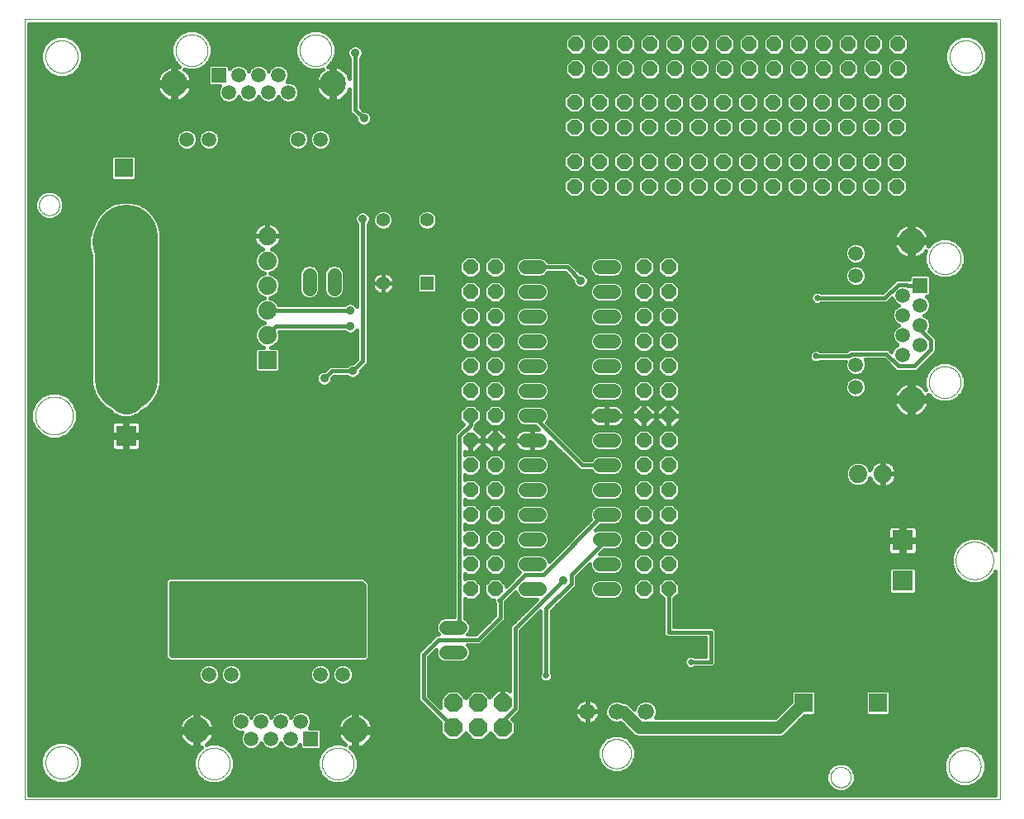
<source format=gbl>
G75*
%MOIN*%
%OFA0B0*%
%FSLAX25Y25*%
%IPPOS*%
%LPD*%
%AMOC8*
5,1,8,0,0,1.08239X$1,22.5*
%
%ADD10C,0.00000*%
%ADD11OC8,0.07400*%
%ADD12OC8,0.06000*%
%ADD13R,0.07400X0.07400*%
%ADD14C,0.07400*%
%ADD15C,0.05600*%
%ADD16R,0.05937X0.05937*%
%ADD17C,0.05937*%
%ADD18C,0.10630*%
%ADD19C,0.05500*%
%ADD20R,0.05500X0.05500*%
%ADD21C,0.05500*%
%ADD22R,0.08268X0.08268*%
%ADD23R,0.07500X0.07500*%
%ADD24C,0.06600*%
%ADD25C,0.01600*%
%ADD26C,0.02578*%
%ADD27C,0.05000*%
%ADD28C,0.03562*%
%ADD29C,0.15000*%
%ADD30C,0.25400*%
D10*
X0096800Y0066800D02*
X0096800Y0381761D01*
X0490501Y0381761D01*
X0490501Y0066800D01*
X0096800Y0066800D01*
X0105300Y0081800D02*
X0105302Y0081961D01*
X0105308Y0082121D01*
X0105318Y0082282D01*
X0105332Y0082442D01*
X0105350Y0082602D01*
X0105371Y0082761D01*
X0105397Y0082920D01*
X0105427Y0083078D01*
X0105460Y0083235D01*
X0105498Y0083392D01*
X0105539Y0083547D01*
X0105584Y0083701D01*
X0105633Y0083854D01*
X0105686Y0084006D01*
X0105742Y0084157D01*
X0105803Y0084306D01*
X0105866Y0084454D01*
X0105934Y0084600D01*
X0106005Y0084744D01*
X0106079Y0084886D01*
X0106157Y0085027D01*
X0106239Y0085165D01*
X0106324Y0085302D01*
X0106412Y0085436D01*
X0106504Y0085568D01*
X0106599Y0085698D01*
X0106697Y0085826D01*
X0106798Y0085951D01*
X0106902Y0086073D01*
X0107009Y0086193D01*
X0107119Y0086310D01*
X0107232Y0086425D01*
X0107348Y0086536D01*
X0107467Y0086645D01*
X0107588Y0086750D01*
X0107712Y0086853D01*
X0107838Y0086953D01*
X0107966Y0087049D01*
X0108097Y0087142D01*
X0108231Y0087232D01*
X0108366Y0087319D01*
X0108504Y0087402D01*
X0108643Y0087482D01*
X0108785Y0087558D01*
X0108928Y0087631D01*
X0109073Y0087700D01*
X0109220Y0087766D01*
X0109368Y0087828D01*
X0109518Y0087886D01*
X0109669Y0087941D01*
X0109822Y0087992D01*
X0109976Y0088039D01*
X0110131Y0088082D01*
X0110287Y0088121D01*
X0110443Y0088157D01*
X0110601Y0088188D01*
X0110759Y0088216D01*
X0110918Y0088240D01*
X0111078Y0088260D01*
X0111238Y0088276D01*
X0111398Y0088288D01*
X0111559Y0088296D01*
X0111720Y0088300D01*
X0111880Y0088300D01*
X0112041Y0088296D01*
X0112202Y0088288D01*
X0112362Y0088276D01*
X0112522Y0088260D01*
X0112682Y0088240D01*
X0112841Y0088216D01*
X0112999Y0088188D01*
X0113157Y0088157D01*
X0113313Y0088121D01*
X0113469Y0088082D01*
X0113624Y0088039D01*
X0113778Y0087992D01*
X0113931Y0087941D01*
X0114082Y0087886D01*
X0114232Y0087828D01*
X0114380Y0087766D01*
X0114527Y0087700D01*
X0114672Y0087631D01*
X0114815Y0087558D01*
X0114957Y0087482D01*
X0115096Y0087402D01*
X0115234Y0087319D01*
X0115369Y0087232D01*
X0115503Y0087142D01*
X0115634Y0087049D01*
X0115762Y0086953D01*
X0115888Y0086853D01*
X0116012Y0086750D01*
X0116133Y0086645D01*
X0116252Y0086536D01*
X0116368Y0086425D01*
X0116481Y0086310D01*
X0116591Y0086193D01*
X0116698Y0086073D01*
X0116802Y0085951D01*
X0116903Y0085826D01*
X0117001Y0085698D01*
X0117096Y0085568D01*
X0117188Y0085436D01*
X0117276Y0085302D01*
X0117361Y0085165D01*
X0117443Y0085027D01*
X0117521Y0084886D01*
X0117595Y0084744D01*
X0117666Y0084600D01*
X0117734Y0084454D01*
X0117797Y0084306D01*
X0117858Y0084157D01*
X0117914Y0084006D01*
X0117967Y0083854D01*
X0118016Y0083701D01*
X0118061Y0083547D01*
X0118102Y0083392D01*
X0118140Y0083235D01*
X0118173Y0083078D01*
X0118203Y0082920D01*
X0118229Y0082761D01*
X0118250Y0082602D01*
X0118268Y0082442D01*
X0118282Y0082282D01*
X0118292Y0082121D01*
X0118298Y0081961D01*
X0118300Y0081800D01*
X0118298Y0081639D01*
X0118292Y0081479D01*
X0118282Y0081318D01*
X0118268Y0081158D01*
X0118250Y0080998D01*
X0118229Y0080839D01*
X0118203Y0080680D01*
X0118173Y0080522D01*
X0118140Y0080365D01*
X0118102Y0080208D01*
X0118061Y0080053D01*
X0118016Y0079899D01*
X0117967Y0079746D01*
X0117914Y0079594D01*
X0117858Y0079443D01*
X0117797Y0079294D01*
X0117734Y0079146D01*
X0117666Y0079000D01*
X0117595Y0078856D01*
X0117521Y0078714D01*
X0117443Y0078573D01*
X0117361Y0078435D01*
X0117276Y0078298D01*
X0117188Y0078164D01*
X0117096Y0078032D01*
X0117001Y0077902D01*
X0116903Y0077774D01*
X0116802Y0077649D01*
X0116698Y0077527D01*
X0116591Y0077407D01*
X0116481Y0077290D01*
X0116368Y0077175D01*
X0116252Y0077064D01*
X0116133Y0076955D01*
X0116012Y0076850D01*
X0115888Y0076747D01*
X0115762Y0076647D01*
X0115634Y0076551D01*
X0115503Y0076458D01*
X0115369Y0076368D01*
X0115234Y0076281D01*
X0115096Y0076198D01*
X0114957Y0076118D01*
X0114815Y0076042D01*
X0114672Y0075969D01*
X0114527Y0075900D01*
X0114380Y0075834D01*
X0114232Y0075772D01*
X0114082Y0075714D01*
X0113931Y0075659D01*
X0113778Y0075608D01*
X0113624Y0075561D01*
X0113469Y0075518D01*
X0113313Y0075479D01*
X0113157Y0075443D01*
X0112999Y0075412D01*
X0112841Y0075384D01*
X0112682Y0075360D01*
X0112522Y0075340D01*
X0112362Y0075324D01*
X0112202Y0075312D01*
X0112041Y0075304D01*
X0111880Y0075300D01*
X0111720Y0075300D01*
X0111559Y0075304D01*
X0111398Y0075312D01*
X0111238Y0075324D01*
X0111078Y0075340D01*
X0110918Y0075360D01*
X0110759Y0075384D01*
X0110601Y0075412D01*
X0110443Y0075443D01*
X0110287Y0075479D01*
X0110131Y0075518D01*
X0109976Y0075561D01*
X0109822Y0075608D01*
X0109669Y0075659D01*
X0109518Y0075714D01*
X0109368Y0075772D01*
X0109220Y0075834D01*
X0109073Y0075900D01*
X0108928Y0075969D01*
X0108785Y0076042D01*
X0108643Y0076118D01*
X0108504Y0076198D01*
X0108366Y0076281D01*
X0108231Y0076368D01*
X0108097Y0076458D01*
X0107966Y0076551D01*
X0107838Y0076647D01*
X0107712Y0076747D01*
X0107588Y0076850D01*
X0107467Y0076955D01*
X0107348Y0077064D01*
X0107232Y0077175D01*
X0107119Y0077290D01*
X0107009Y0077407D01*
X0106902Y0077527D01*
X0106798Y0077649D01*
X0106697Y0077774D01*
X0106599Y0077902D01*
X0106504Y0078032D01*
X0106412Y0078164D01*
X0106324Y0078298D01*
X0106239Y0078435D01*
X0106157Y0078573D01*
X0106079Y0078714D01*
X0106005Y0078856D01*
X0105934Y0079000D01*
X0105866Y0079146D01*
X0105803Y0079294D01*
X0105742Y0079443D01*
X0105686Y0079594D01*
X0105633Y0079746D01*
X0105584Y0079899D01*
X0105539Y0080053D01*
X0105498Y0080208D01*
X0105460Y0080365D01*
X0105427Y0080522D01*
X0105397Y0080680D01*
X0105371Y0080839D01*
X0105350Y0080998D01*
X0105332Y0081158D01*
X0105318Y0081318D01*
X0105308Y0081479D01*
X0105302Y0081639D01*
X0105300Y0081800D01*
X0166902Y0081300D02*
X0166904Y0081460D01*
X0166910Y0081619D01*
X0166920Y0081778D01*
X0166934Y0081937D01*
X0166952Y0082096D01*
X0166973Y0082254D01*
X0166999Y0082411D01*
X0167029Y0082568D01*
X0167062Y0082724D01*
X0167100Y0082879D01*
X0167141Y0083033D01*
X0167186Y0083186D01*
X0167235Y0083338D01*
X0167288Y0083488D01*
X0167344Y0083637D01*
X0167404Y0083785D01*
X0167468Y0083931D01*
X0167536Y0084076D01*
X0167607Y0084219D01*
X0167681Y0084360D01*
X0167759Y0084499D01*
X0167841Y0084636D01*
X0167926Y0084771D01*
X0168014Y0084904D01*
X0168105Y0085035D01*
X0168200Y0085163D01*
X0168298Y0085289D01*
X0168399Y0085413D01*
X0168503Y0085533D01*
X0168610Y0085652D01*
X0168720Y0085767D01*
X0168833Y0085880D01*
X0168948Y0085990D01*
X0169067Y0086097D01*
X0169187Y0086201D01*
X0169311Y0086302D01*
X0169437Y0086400D01*
X0169565Y0086495D01*
X0169696Y0086586D01*
X0169829Y0086674D01*
X0169964Y0086759D01*
X0170101Y0086841D01*
X0170240Y0086919D01*
X0170381Y0086993D01*
X0170524Y0087064D01*
X0170669Y0087132D01*
X0170815Y0087196D01*
X0170963Y0087256D01*
X0171112Y0087312D01*
X0171262Y0087365D01*
X0171414Y0087414D01*
X0171567Y0087459D01*
X0171721Y0087500D01*
X0171876Y0087538D01*
X0172032Y0087571D01*
X0172189Y0087601D01*
X0172346Y0087627D01*
X0172504Y0087648D01*
X0172663Y0087666D01*
X0172822Y0087680D01*
X0172981Y0087690D01*
X0173140Y0087696D01*
X0173300Y0087698D01*
X0173460Y0087696D01*
X0173619Y0087690D01*
X0173778Y0087680D01*
X0173937Y0087666D01*
X0174096Y0087648D01*
X0174254Y0087627D01*
X0174411Y0087601D01*
X0174568Y0087571D01*
X0174724Y0087538D01*
X0174879Y0087500D01*
X0175033Y0087459D01*
X0175186Y0087414D01*
X0175338Y0087365D01*
X0175488Y0087312D01*
X0175637Y0087256D01*
X0175785Y0087196D01*
X0175931Y0087132D01*
X0176076Y0087064D01*
X0176219Y0086993D01*
X0176360Y0086919D01*
X0176499Y0086841D01*
X0176636Y0086759D01*
X0176771Y0086674D01*
X0176904Y0086586D01*
X0177035Y0086495D01*
X0177163Y0086400D01*
X0177289Y0086302D01*
X0177413Y0086201D01*
X0177533Y0086097D01*
X0177652Y0085990D01*
X0177767Y0085880D01*
X0177880Y0085767D01*
X0177990Y0085652D01*
X0178097Y0085533D01*
X0178201Y0085413D01*
X0178302Y0085289D01*
X0178400Y0085163D01*
X0178495Y0085035D01*
X0178586Y0084904D01*
X0178674Y0084771D01*
X0178759Y0084636D01*
X0178841Y0084499D01*
X0178919Y0084360D01*
X0178993Y0084219D01*
X0179064Y0084076D01*
X0179132Y0083931D01*
X0179196Y0083785D01*
X0179256Y0083637D01*
X0179312Y0083488D01*
X0179365Y0083338D01*
X0179414Y0083186D01*
X0179459Y0083033D01*
X0179500Y0082879D01*
X0179538Y0082724D01*
X0179571Y0082568D01*
X0179601Y0082411D01*
X0179627Y0082254D01*
X0179648Y0082096D01*
X0179666Y0081937D01*
X0179680Y0081778D01*
X0179690Y0081619D01*
X0179696Y0081460D01*
X0179698Y0081300D01*
X0179696Y0081140D01*
X0179690Y0080981D01*
X0179680Y0080822D01*
X0179666Y0080663D01*
X0179648Y0080504D01*
X0179627Y0080346D01*
X0179601Y0080189D01*
X0179571Y0080032D01*
X0179538Y0079876D01*
X0179500Y0079721D01*
X0179459Y0079567D01*
X0179414Y0079414D01*
X0179365Y0079262D01*
X0179312Y0079112D01*
X0179256Y0078963D01*
X0179196Y0078815D01*
X0179132Y0078669D01*
X0179064Y0078524D01*
X0178993Y0078381D01*
X0178919Y0078240D01*
X0178841Y0078101D01*
X0178759Y0077964D01*
X0178674Y0077829D01*
X0178586Y0077696D01*
X0178495Y0077565D01*
X0178400Y0077437D01*
X0178302Y0077311D01*
X0178201Y0077187D01*
X0178097Y0077067D01*
X0177990Y0076948D01*
X0177880Y0076833D01*
X0177767Y0076720D01*
X0177652Y0076610D01*
X0177533Y0076503D01*
X0177413Y0076399D01*
X0177289Y0076298D01*
X0177163Y0076200D01*
X0177035Y0076105D01*
X0176904Y0076014D01*
X0176771Y0075926D01*
X0176636Y0075841D01*
X0176499Y0075759D01*
X0176360Y0075681D01*
X0176219Y0075607D01*
X0176076Y0075536D01*
X0175931Y0075468D01*
X0175785Y0075404D01*
X0175637Y0075344D01*
X0175488Y0075288D01*
X0175338Y0075235D01*
X0175186Y0075186D01*
X0175033Y0075141D01*
X0174879Y0075100D01*
X0174724Y0075062D01*
X0174568Y0075029D01*
X0174411Y0074999D01*
X0174254Y0074973D01*
X0174096Y0074952D01*
X0173937Y0074934D01*
X0173778Y0074920D01*
X0173619Y0074910D01*
X0173460Y0074904D01*
X0173300Y0074902D01*
X0173140Y0074904D01*
X0172981Y0074910D01*
X0172822Y0074920D01*
X0172663Y0074934D01*
X0172504Y0074952D01*
X0172346Y0074973D01*
X0172189Y0074999D01*
X0172032Y0075029D01*
X0171876Y0075062D01*
X0171721Y0075100D01*
X0171567Y0075141D01*
X0171414Y0075186D01*
X0171262Y0075235D01*
X0171112Y0075288D01*
X0170963Y0075344D01*
X0170815Y0075404D01*
X0170669Y0075468D01*
X0170524Y0075536D01*
X0170381Y0075607D01*
X0170240Y0075681D01*
X0170101Y0075759D01*
X0169964Y0075841D01*
X0169829Y0075926D01*
X0169696Y0076014D01*
X0169565Y0076105D01*
X0169437Y0076200D01*
X0169311Y0076298D01*
X0169187Y0076399D01*
X0169067Y0076503D01*
X0168948Y0076610D01*
X0168833Y0076720D01*
X0168720Y0076833D01*
X0168610Y0076948D01*
X0168503Y0077067D01*
X0168399Y0077187D01*
X0168298Y0077311D01*
X0168200Y0077437D01*
X0168105Y0077565D01*
X0168014Y0077696D01*
X0167926Y0077829D01*
X0167841Y0077964D01*
X0167759Y0078101D01*
X0167681Y0078240D01*
X0167607Y0078381D01*
X0167536Y0078524D01*
X0167468Y0078669D01*
X0167404Y0078815D01*
X0167344Y0078963D01*
X0167288Y0079112D01*
X0167235Y0079262D01*
X0167186Y0079414D01*
X0167141Y0079567D01*
X0167100Y0079721D01*
X0167062Y0079876D01*
X0167029Y0080032D01*
X0166999Y0080189D01*
X0166973Y0080346D01*
X0166952Y0080504D01*
X0166934Y0080663D01*
X0166920Y0080822D01*
X0166910Y0080981D01*
X0166904Y0081140D01*
X0166902Y0081300D01*
X0216902Y0081300D02*
X0216904Y0081460D01*
X0216910Y0081619D01*
X0216920Y0081778D01*
X0216934Y0081937D01*
X0216952Y0082096D01*
X0216973Y0082254D01*
X0216999Y0082411D01*
X0217029Y0082568D01*
X0217062Y0082724D01*
X0217100Y0082879D01*
X0217141Y0083033D01*
X0217186Y0083186D01*
X0217235Y0083338D01*
X0217288Y0083488D01*
X0217344Y0083637D01*
X0217404Y0083785D01*
X0217468Y0083931D01*
X0217536Y0084076D01*
X0217607Y0084219D01*
X0217681Y0084360D01*
X0217759Y0084499D01*
X0217841Y0084636D01*
X0217926Y0084771D01*
X0218014Y0084904D01*
X0218105Y0085035D01*
X0218200Y0085163D01*
X0218298Y0085289D01*
X0218399Y0085413D01*
X0218503Y0085533D01*
X0218610Y0085652D01*
X0218720Y0085767D01*
X0218833Y0085880D01*
X0218948Y0085990D01*
X0219067Y0086097D01*
X0219187Y0086201D01*
X0219311Y0086302D01*
X0219437Y0086400D01*
X0219565Y0086495D01*
X0219696Y0086586D01*
X0219829Y0086674D01*
X0219964Y0086759D01*
X0220101Y0086841D01*
X0220240Y0086919D01*
X0220381Y0086993D01*
X0220524Y0087064D01*
X0220669Y0087132D01*
X0220815Y0087196D01*
X0220963Y0087256D01*
X0221112Y0087312D01*
X0221262Y0087365D01*
X0221414Y0087414D01*
X0221567Y0087459D01*
X0221721Y0087500D01*
X0221876Y0087538D01*
X0222032Y0087571D01*
X0222189Y0087601D01*
X0222346Y0087627D01*
X0222504Y0087648D01*
X0222663Y0087666D01*
X0222822Y0087680D01*
X0222981Y0087690D01*
X0223140Y0087696D01*
X0223300Y0087698D01*
X0223460Y0087696D01*
X0223619Y0087690D01*
X0223778Y0087680D01*
X0223937Y0087666D01*
X0224096Y0087648D01*
X0224254Y0087627D01*
X0224411Y0087601D01*
X0224568Y0087571D01*
X0224724Y0087538D01*
X0224879Y0087500D01*
X0225033Y0087459D01*
X0225186Y0087414D01*
X0225338Y0087365D01*
X0225488Y0087312D01*
X0225637Y0087256D01*
X0225785Y0087196D01*
X0225931Y0087132D01*
X0226076Y0087064D01*
X0226219Y0086993D01*
X0226360Y0086919D01*
X0226499Y0086841D01*
X0226636Y0086759D01*
X0226771Y0086674D01*
X0226904Y0086586D01*
X0227035Y0086495D01*
X0227163Y0086400D01*
X0227289Y0086302D01*
X0227413Y0086201D01*
X0227533Y0086097D01*
X0227652Y0085990D01*
X0227767Y0085880D01*
X0227880Y0085767D01*
X0227990Y0085652D01*
X0228097Y0085533D01*
X0228201Y0085413D01*
X0228302Y0085289D01*
X0228400Y0085163D01*
X0228495Y0085035D01*
X0228586Y0084904D01*
X0228674Y0084771D01*
X0228759Y0084636D01*
X0228841Y0084499D01*
X0228919Y0084360D01*
X0228993Y0084219D01*
X0229064Y0084076D01*
X0229132Y0083931D01*
X0229196Y0083785D01*
X0229256Y0083637D01*
X0229312Y0083488D01*
X0229365Y0083338D01*
X0229414Y0083186D01*
X0229459Y0083033D01*
X0229500Y0082879D01*
X0229538Y0082724D01*
X0229571Y0082568D01*
X0229601Y0082411D01*
X0229627Y0082254D01*
X0229648Y0082096D01*
X0229666Y0081937D01*
X0229680Y0081778D01*
X0229690Y0081619D01*
X0229696Y0081460D01*
X0229698Y0081300D01*
X0229696Y0081140D01*
X0229690Y0080981D01*
X0229680Y0080822D01*
X0229666Y0080663D01*
X0229648Y0080504D01*
X0229627Y0080346D01*
X0229601Y0080189D01*
X0229571Y0080032D01*
X0229538Y0079876D01*
X0229500Y0079721D01*
X0229459Y0079567D01*
X0229414Y0079414D01*
X0229365Y0079262D01*
X0229312Y0079112D01*
X0229256Y0078963D01*
X0229196Y0078815D01*
X0229132Y0078669D01*
X0229064Y0078524D01*
X0228993Y0078381D01*
X0228919Y0078240D01*
X0228841Y0078101D01*
X0228759Y0077964D01*
X0228674Y0077829D01*
X0228586Y0077696D01*
X0228495Y0077565D01*
X0228400Y0077437D01*
X0228302Y0077311D01*
X0228201Y0077187D01*
X0228097Y0077067D01*
X0227990Y0076948D01*
X0227880Y0076833D01*
X0227767Y0076720D01*
X0227652Y0076610D01*
X0227533Y0076503D01*
X0227413Y0076399D01*
X0227289Y0076298D01*
X0227163Y0076200D01*
X0227035Y0076105D01*
X0226904Y0076014D01*
X0226771Y0075926D01*
X0226636Y0075841D01*
X0226499Y0075759D01*
X0226360Y0075681D01*
X0226219Y0075607D01*
X0226076Y0075536D01*
X0225931Y0075468D01*
X0225785Y0075404D01*
X0225637Y0075344D01*
X0225488Y0075288D01*
X0225338Y0075235D01*
X0225186Y0075186D01*
X0225033Y0075141D01*
X0224879Y0075100D01*
X0224724Y0075062D01*
X0224568Y0075029D01*
X0224411Y0074999D01*
X0224254Y0074973D01*
X0224096Y0074952D01*
X0223937Y0074934D01*
X0223778Y0074920D01*
X0223619Y0074910D01*
X0223460Y0074904D01*
X0223300Y0074902D01*
X0223140Y0074904D01*
X0222981Y0074910D01*
X0222822Y0074920D01*
X0222663Y0074934D01*
X0222504Y0074952D01*
X0222346Y0074973D01*
X0222189Y0074999D01*
X0222032Y0075029D01*
X0221876Y0075062D01*
X0221721Y0075100D01*
X0221567Y0075141D01*
X0221414Y0075186D01*
X0221262Y0075235D01*
X0221112Y0075288D01*
X0220963Y0075344D01*
X0220815Y0075404D01*
X0220669Y0075468D01*
X0220524Y0075536D01*
X0220381Y0075607D01*
X0220240Y0075681D01*
X0220101Y0075759D01*
X0219964Y0075841D01*
X0219829Y0075926D01*
X0219696Y0076014D01*
X0219565Y0076105D01*
X0219437Y0076200D01*
X0219311Y0076298D01*
X0219187Y0076399D01*
X0219067Y0076503D01*
X0218948Y0076610D01*
X0218833Y0076720D01*
X0218720Y0076833D01*
X0218610Y0076948D01*
X0218503Y0077067D01*
X0218399Y0077187D01*
X0218298Y0077311D01*
X0218200Y0077437D01*
X0218105Y0077565D01*
X0218014Y0077696D01*
X0217926Y0077829D01*
X0217841Y0077964D01*
X0217759Y0078101D01*
X0217681Y0078240D01*
X0217607Y0078381D01*
X0217536Y0078524D01*
X0217468Y0078669D01*
X0217404Y0078815D01*
X0217344Y0078963D01*
X0217288Y0079112D01*
X0217235Y0079262D01*
X0217186Y0079414D01*
X0217141Y0079567D01*
X0217100Y0079721D01*
X0217062Y0079876D01*
X0217029Y0080032D01*
X0216999Y0080189D01*
X0216973Y0080346D01*
X0216952Y0080504D01*
X0216934Y0080663D01*
X0216920Y0080822D01*
X0216910Y0080981D01*
X0216904Y0081140D01*
X0216902Y0081300D01*
X0329894Y0085300D02*
X0329896Y0085453D01*
X0329902Y0085607D01*
X0329912Y0085760D01*
X0329926Y0085912D01*
X0329944Y0086065D01*
X0329966Y0086216D01*
X0329991Y0086367D01*
X0330021Y0086518D01*
X0330055Y0086668D01*
X0330092Y0086816D01*
X0330133Y0086964D01*
X0330178Y0087110D01*
X0330227Y0087256D01*
X0330280Y0087400D01*
X0330336Y0087542D01*
X0330396Y0087683D01*
X0330460Y0087823D01*
X0330527Y0087961D01*
X0330598Y0088097D01*
X0330673Y0088231D01*
X0330750Y0088363D01*
X0330832Y0088493D01*
X0330916Y0088621D01*
X0331004Y0088747D01*
X0331095Y0088870D01*
X0331189Y0088991D01*
X0331287Y0089109D01*
X0331387Y0089225D01*
X0331491Y0089338D01*
X0331597Y0089449D01*
X0331706Y0089557D01*
X0331818Y0089662D01*
X0331932Y0089763D01*
X0332050Y0089862D01*
X0332169Y0089958D01*
X0332291Y0090051D01*
X0332416Y0090140D01*
X0332543Y0090227D01*
X0332672Y0090309D01*
X0332803Y0090389D01*
X0332936Y0090465D01*
X0333071Y0090538D01*
X0333208Y0090607D01*
X0333347Y0090672D01*
X0333487Y0090734D01*
X0333629Y0090792D01*
X0333772Y0090847D01*
X0333917Y0090898D01*
X0334063Y0090945D01*
X0334210Y0090988D01*
X0334358Y0091027D01*
X0334507Y0091063D01*
X0334657Y0091094D01*
X0334808Y0091122D01*
X0334959Y0091146D01*
X0335112Y0091166D01*
X0335264Y0091182D01*
X0335417Y0091194D01*
X0335570Y0091202D01*
X0335723Y0091206D01*
X0335877Y0091206D01*
X0336030Y0091202D01*
X0336183Y0091194D01*
X0336336Y0091182D01*
X0336488Y0091166D01*
X0336641Y0091146D01*
X0336792Y0091122D01*
X0336943Y0091094D01*
X0337093Y0091063D01*
X0337242Y0091027D01*
X0337390Y0090988D01*
X0337537Y0090945D01*
X0337683Y0090898D01*
X0337828Y0090847D01*
X0337971Y0090792D01*
X0338113Y0090734D01*
X0338253Y0090672D01*
X0338392Y0090607D01*
X0338529Y0090538D01*
X0338664Y0090465D01*
X0338797Y0090389D01*
X0338928Y0090309D01*
X0339057Y0090227D01*
X0339184Y0090140D01*
X0339309Y0090051D01*
X0339431Y0089958D01*
X0339550Y0089862D01*
X0339668Y0089763D01*
X0339782Y0089662D01*
X0339894Y0089557D01*
X0340003Y0089449D01*
X0340109Y0089338D01*
X0340213Y0089225D01*
X0340313Y0089109D01*
X0340411Y0088991D01*
X0340505Y0088870D01*
X0340596Y0088747D01*
X0340684Y0088621D01*
X0340768Y0088493D01*
X0340850Y0088363D01*
X0340927Y0088231D01*
X0341002Y0088097D01*
X0341073Y0087961D01*
X0341140Y0087823D01*
X0341204Y0087683D01*
X0341264Y0087542D01*
X0341320Y0087400D01*
X0341373Y0087256D01*
X0341422Y0087110D01*
X0341467Y0086964D01*
X0341508Y0086816D01*
X0341545Y0086668D01*
X0341579Y0086518D01*
X0341609Y0086367D01*
X0341634Y0086216D01*
X0341656Y0086065D01*
X0341674Y0085912D01*
X0341688Y0085760D01*
X0341698Y0085607D01*
X0341704Y0085453D01*
X0341706Y0085300D01*
X0341704Y0085147D01*
X0341698Y0084993D01*
X0341688Y0084840D01*
X0341674Y0084688D01*
X0341656Y0084535D01*
X0341634Y0084384D01*
X0341609Y0084233D01*
X0341579Y0084082D01*
X0341545Y0083932D01*
X0341508Y0083784D01*
X0341467Y0083636D01*
X0341422Y0083490D01*
X0341373Y0083344D01*
X0341320Y0083200D01*
X0341264Y0083058D01*
X0341204Y0082917D01*
X0341140Y0082777D01*
X0341073Y0082639D01*
X0341002Y0082503D01*
X0340927Y0082369D01*
X0340850Y0082237D01*
X0340768Y0082107D01*
X0340684Y0081979D01*
X0340596Y0081853D01*
X0340505Y0081730D01*
X0340411Y0081609D01*
X0340313Y0081491D01*
X0340213Y0081375D01*
X0340109Y0081262D01*
X0340003Y0081151D01*
X0339894Y0081043D01*
X0339782Y0080938D01*
X0339668Y0080837D01*
X0339550Y0080738D01*
X0339431Y0080642D01*
X0339309Y0080549D01*
X0339184Y0080460D01*
X0339057Y0080373D01*
X0338928Y0080291D01*
X0338797Y0080211D01*
X0338664Y0080135D01*
X0338529Y0080062D01*
X0338392Y0079993D01*
X0338253Y0079928D01*
X0338113Y0079866D01*
X0337971Y0079808D01*
X0337828Y0079753D01*
X0337683Y0079702D01*
X0337537Y0079655D01*
X0337390Y0079612D01*
X0337242Y0079573D01*
X0337093Y0079537D01*
X0336943Y0079506D01*
X0336792Y0079478D01*
X0336641Y0079454D01*
X0336488Y0079434D01*
X0336336Y0079418D01*
X0336183Y0079406D01*
X0336030Y0079398D01*
X0335877Y0079394D01*
X0335723Y0079394D01*
X0335570Y0079398D01*
X0335417Y0079406D01*
X0335264Y0079418D01*
X0335112Y0079434D01*
X0334959Y0079454D01*
X0334808Y0079478D01*
X0334657Y0079506D01*
X0334507Y0079537D01*
X0334358Y0079573D01*
X0334210Y0079612D01*
X0334063Y0079655D01*
X0333917Y0079702D01*
X0333772Y0079753D01*
X0333629Y0079808D01*
X0333487Y0079866D01*
X0333347Y0079928D01*
X0333208Y0079993D01*
X0333071Y0080062D01*
X0332936Y0080135D01*
X0332803Y0080211D01*
X0332672Y0080291D01*
X0332543Y0080373D01*
X0332416Y0080460D01*
X0332291Y0080549D01*
X0332169Y0080642D01*
X0332050Y0080738D01*
X0331932Y0080837D01*
X0331818Y0080938D01*
X0331706Y0081043D01*
X0331597Y0081151D01*
X0331491Y0081262D01*
X0331387Y0081375D01*
X0331287Y0081491D01*
X0331189Y0081609D01*
X0331095Y0081730D01*
X0331004Y0081853D01*
X0330916Y0081979D01*
X0330832Y0082107D01*
X0330750Y0082237D01*
X0330673Y0082369D01*
X0330598Y0082503D01*
X0330527Y0082639D01*
X0330460Y0082777D01*
X0330396Y0082917D01*
X0330336Y0083058D01*
X0330280Y0083200D01*
X0330227Y0083344D01*
X0330178Y0083490D01*
X0330133Y0083636D01*
X0330092Y0083784D01*
X0330055Y0083932D01*
X0330021Y0084082D01*
X0329991Y0084233D01*
X0329966Y0084384D01*
X0329944Y0084535D01*
X0329926Y0084688D01*
X0329912Y0084840D01*
X0329902Y0084993D01*
X0329896Y0085147D01*
X0329894Y0085300D01*
X0422200Y0075800D02*
X0422202Y0075928D01*
X0422208Y0076055D01*
X0422218Y0076182D01*
X0422232Y0076309D01*
X0422249Y0076435D01*
X0422271Y0076561D01*
X0422297Y0076686D01*
X0422326Y0076810D01*
X0422360Y0076933D01*
X0422397Y0077055D01*
X0422438Y0077176D01*
X0422482Y0077295D01*
X0422531Y0077413D01*
X0422583Y0077530D01*
X0422638Y0077644D01*
X0422697Y0077757D01*
X0422760Y0077868D01*
X0422826Y0077977D01*
X0422895Y0078084D01*
X0422968Y0078189D01*
X0423044Y0078292D01*
X0423123Y0078392D01*
X0423205Y0078489D01*
X0423290Y0078584D01*
X0423378Y0078677D01*
X0423469Y0078766D01*
X0423563Y0078853D01*
X0423659Y0078936D01*
X0423758Y0079017D01*
X0423859Y0079094D01*
X0423963Y0079169D01*
X0424069Y0079240D01*
X0424177Y0079307D01*
X0424287Y0079372D01*
X0424399Y0079433D01*
X0424513Y0079490D01*
X0424628Y0079544D01*
X0424746Y0079594D01*
X0424864Y0079640D01*
X0424985Y0079683D01*
X0425106Y0079722D01*
X0425229Y0079758D01*
X0425352Y0079789D01*
X0425477Y0079816D01*
X0425602Y0079840D01*
X0425728Y0079860D01*
X0425855Y0079876D01*
X0425981Y0079888D01*
X0426109Y0079896D01*
X0426236Y0079900D01*
X0426364Y0079900D01*
X0426491Y0079896D01*
X0426619Y0079888D01*
X0426745Y0079876D01*
X0426872Y0079860D01*
X0426998Y0079840D01*
X0427123Y0079816D01*
X0427248Y0079789D01*
X0427371Y0079758D01*
X0427494Y0079722D01*
X0427615Y0079683D01*
X0427736Y0079640D01*
X0427854Y0079594D01*
X0427972Y0079544D01*
X0428087Y0079490D01*
X0428201Y0079433D01*
X0428313Y0079372D01*
X0428423Y0079307D01*
X0428531Y0079240D01*
X0428637Y0079169D01*
X0428741Y0079094D01*
X0428842Y0079017D01*
X0428941Y0078936D01*
X0429037Y0078853D01*
X0429131Y0078766D01*
X0429222Y0078677D01*
X0429310Y0078584D01*
X0429395Y0078489D01*
X0429477Y0078392D01*
X0429556Y0078292D01*
X0429632Y0078189D01*
X0429705Y0078084D01*
X0429774Y0077977D01*
X0429840Y0077868D01*
X0429903Y0077757D01*
X0429962Y0077644D01*
X0430017Y0077530D01*
X0430069Y0077413D01*
X0430118Y0077295D01*
X0430162Y0077176D01*
X0430203Y0077055D01*
X0430240Y0076933D01*
X0430274Y0076810D01*
X0430303Y0076686D01*
X0430329Y0076561D01*
X0430351Y0076435D01*
X0430368Y0076309D01*
X0430382Y0076182D01*
X0430392Y0076055D01*
X0430398Y0075928D01*
X0430400Y0075800D01*
X0430398Y0075672D01*
X0430392Y0075545D01*
X0430382Y0075418D01*
X0430368Y0075291D01*
X0430351Y0075165D01*
X0430329Y0075039D01*
X0430303Y0074914D01*
X0430274Y0074790D01*
X0430240Y0074667D01*
X0430203Y0074545D01*
X0430162Y0074424D01*
X0430118Y0074305D01*
X0430069Y0074187D01*
X0430017Y0074070D01*
X0429962Y0073956D01*
X0429903Y0073843D01*
X0429840Y0073732D01*
X0429774Y0073623D01*
X0429705Y0073516D01*
X0429632Y0073411D01*
X0429556Y0073308D01*
X0429477Y0073208D01*
X0429395Y0073111D01*
X0429310Y0073016D01*
X0429222Y0072923D01*
X0429131Y0072834D01*
X0429037Y0072747D01*
X0428941Y0072664D01*
X0428842Y0072583D01*
X0428741Y0072506D01*
X0428637Y0072431D01*
X0428531Y0072360D01*
X0428423Y0072293D01*
X0428313Y0072228D01*
X0428201Y0072167D01*
X0428087Y0072110D01*
X0427972Y0072056D01*
X0427854Y0072006D01*
X0427736Y0071960D01*
X0427615Y0071917D01*
X0427494Y0071878D01*
X0427371Y0071842D01*
X0427248Y0071811D01*
X0427123Y0071784D01*
X0426998Y0071760D01*
X0426872Y0071740D01*
X0426745Y0071724D01*
X0426619Y0071712D01*
X0426491Y0071704D01*
X0426364Y0071700D01*
X0426236Y0071700D01*
X0426109Y0071704D01*
X0425981Y0071712D01*
X0425855Y0071724D01*
X0425728Y0071740D01*
X0425602Y0071760D01*
X0425477Y0071784D01*
X0425352Y0071811D01*
X0425229Y0071842D01*
X0425106Y0071878D01*
X0424985Y0071917D01*
X0424864Y0071960D01*
X0424746Y0072006D01*
X0424628Y0072056D01*
X0424513Y0072110D01*
X0424399Y0072167D01*
X0424287Y0072228D01*
X0424177Y0072293D01*
X0424069Y0072360D01*
X0423963Y0072431D01*
X0423859Y0072506D01*
X0423758Y0072583D01*
X0423659Y0072664D01*
X0423563Y0072747D01*
X0423469Y0072834D01*
X0423378Y0072923D01*
X0423290Y0073016D01*
X0423205Y0073111D01*
X0423123Y0073208D01*
X0423044Y0073308D01*
X0422968Y0073411D01*
X0422895Y0073516D01*
X0422826Y0073623D01*
X0422760Y0073732D01*
X0422697Y0073843D01*
X0422638Y0073956D01*
X0422583Y0074070D01*
X0422531Y0074187D01*
X0422482Y0074305D01*
X0422438Y0074424D01*
X0422397Y0074545D01*
X0422360Y0074667D01*
X0422326Y0074790D01*
X0422297Y0074914D01*
X0422271Y0075039D01*
X0422249Y0075165D01*
X0422232Y0075291D01*
X0422218Y0075418D01*
X0422208Y0075545D01*
X0422202Y0075672D01*
X0422200Y0075800D01*
X0469800Y0080300D02*
X0469802Y0080461D01*
X0469808Y0080621D01*
X0469818Y0080782D01*
X0469832Y0080942D01*
X0469850Y0081102D01*
X0469871Y0081261D01*
X0469897Y0081420D01*
X0469927Y0081578D01*
X0469960Y0081735D01*
X0469998Y0081892D01*
X0470039Y0082047D01*
X0470084Y0082201D01*
X0470133Y0082354D01*
X0470186Y0082506D01*
X0470242Y0082657D01*
X0470303Y0082806D01*
X0470366Y0082954D01*
X0470434Y0083100D01*
X0470505Y0083244D01*
X0470579Y0083386D01*
X0470657Y0083527D01*
X0470739Y0083665D01*
X0470824Y0083802D01*
X0470912Y0083936D01*
X0471004Y0084068D01*
X0471099Y0084198D01*
X0471197Y0084326D01*
X0471298Y0084451D01*
X0471402Y0084573D01*
X0471509Y0084693D01*
X0471619Y0084810D01*
X0471732Y0084925D01*
X0471848Y0085036D01*
X0471967Y0085145D01*
X0472088Y0085250D01*
X0472212Y0085353D01*
X0472338Y0085453D01*
X0472466Y0085549D01*
X0472597Y0085642D01*
X0472731Y0085732D01*
X0472866Y0085819D01*
X0473004Y0085902D01*
X0473143Y0085982D01*
X0473285Y0086058D01*
X0473428Y0086131D01*
X0473573Y0086200D01*
X0473720Y0086266D01*
X0473868Y0086328D01*
X0474018Y0086386D01*
X0474169Y0086441D01*
X0474322Y0086492D01*
X0474476Y0086539D01*
X0474631Y0086582D01*
X0474787Y0086621D01*
X0474943Y0086657D01*
X0475101Y0086688D01*
X0475259Y0086716D01*
X0475418Y0086740D01*
X0475578Y0086760D01*
X0475738Y0086776D01*
X0475898Y0086788D01*
X0476059Y0086796D01*
X0476220Y0086800D01*
X0476380Y0086800D01*
X0476541Y0086796D01*
X0476702Y0086788D01*
X0476862Y0086776D01*
X0477022Y0086760D01*
X0477182Y0086740D01*
X0477341Y0086716D01*
X0477499Y0086688D01*
X0477657Y0086657D01*
X0477813Y0086621D01*
X0477969Y0086582D01*
X0478124Y0086539D01*
X0478278Y0086492D01*
X0478431Y0086441D01*
X0478582Y0086386D01*
X0478732Y0086328D01*
X0478880Y0086266D01*
X0479027Y0086200D01*
X0479172Y0086131D01*
X0479315Y0086058D01*
X0479457Y0085982D01*
X0479596Y0085902D01*
X0479734Y0085819D01*
X0479869Y0085732D01*
X0480003Y0085642D01*
X0480134Y0085549D01*
X0480262Y0085453D01*
X0480388Y0085353D01*
X0480512Y0085250D01*
X0480633Y0085145D01*
X0480752Y0085036D01*
X0480868Y0084925D01*
X0480981Y0084810D01*
X0481091Y0084693D01*
X0481198Y0084573D01*
X0481302Y0084451D01*
X0481403Y0084326D01*
X0481501Y0084198D01*
X0481596Y0084068D01*
X0481688Y0083936D01*
X0481776Y0083802D01*
X0481861Y0083665D01*
X0481943Y0083527D01*
X0482021Y0083386D01*
X0482095Y0083244D01*
X0482166Y0083100D01*
X0482234Y0082954D01*
X0482297Y0082806D01*
X0482358Y0082657D01*
X0482414Y0082506D01*
X0482467Y0082354D01*
X0482516Y0082201D01*
X0482561Y0082047D01*
X0482602Y0081892D01*
X0482640Y0081735D01*
X0482673Y0081578D01*
X0482703Y0081420D01*
X0482729Y0081261D01*
X0482750Y0081102D01*
X0482768Y0080942D01*
X0482782Y0080782D01*
X0482792Y0080621D01*
X0482798Y0080461D01*
X0482800Y0080300D01*
X0482798Y0080139D01*
X0482792Y0079979D01*
X0482782Y0079818D01*
X0482768Y0079658D01*
X0482750Y0079498D01*
X0482729Y0079339D01*
X0482703Y0079180D01*
X0482673Y0079022D01*
X0482640Y0078865D01*
X0482602Y0078708D01*
X0482561Y0078553D01*
X0482516Y0078399D01*
X0482467Y0078246D01*
X0482414Y0078094D01*
X0482358Y0077943D01*
X0482297Y0077794D01*
X0482234Y0077646D01*
X0482166Y0077500D01*
X0482095Y0077356D01*
X0482021Y0077214D01*
X0481943Y0077073D01*
X0481861Y0076935D01*
X0481776Y0076798D01*
X0481688Y0076664D01*
X0481596Y0076532D01*
X0481501Y0076402D01*
X0481403Y0076274D01*
X0481302Y0076149D01*
X0481198Y0076027D01*
X0481091Y0075907D01*
X0480981Y0075790D01*
X0480868Y0075675D01*
X0480752Y0075564D01*
X0480633Y0075455D01*
X0480512Y0075350D01*
X0480388Y0075247D01*
X0480262Y0075147D01*
X0480134Y0075051D01*
X0480003Y0074958D01*
X0479869Y0074868D01*
X0479734Y0074781D01*
X0479596Y0074698D01*
X0479457Y0074618D01*
X0479315Y0074542D01*
X0479172Y0074469D01*
X0479027Y0074400D01*
X0478880Y0074334D01*
X0478732Y0074272D01*
X0478582Y0074214D01*
X0478431Y0074159D01*
X0478278Y0074108D01*
X0478124Y0074061D01*
X0477969Y0074018D01*
X0477813Y0073979D01*
X0477657Y0073943D01*
X0477499Y0073912D01*
X0477341Y0073884D01*
X0477182Y0073860D01*
X0477022Y0073840D01*
X0476862Y0073824D01*
X0476702Y0073812D01*
X0476541Y0073804D01*
X0476380Y0073800D01*
X0476220Y0073800D01*
X0476059Y0073804D01*
X0475898Y0073812D01*
X0475738Y0073824D01*
X0475578Y0073840D01*
X0475418Y0073860D01*
X0475259Y0073884D01*
X0475101Y0073912D01*
X0474943Y0073943D01*
X0474787Y0073979D01*
X0474631Y0074018D01*
X0474476Y0074061D01*
X0474322Y0074108D01*
X0474169Y0074159D01*
X0474018Y0074214D01*
X0473868Y0074272D01*
X0473720Y0074334D01*
X0473573Y0074400D01*
X0473428Y0074469D01*
X0473285Y0074542D01*
X0473143Y0074618D01*
X0473004Y0074698D01*
X0472866Y0074781D01*
X0472731Y0074868D01*
X0472597Y0074958D01*
X0472466Y0075051D01*
X0472338Y0075147D01*
X0472212Y0075247D01*
X0472088Y0075350D01*
X0471967Y0075455D01*
X0471848Y0075564D01*
X0471732Y0075675D01*
X0471619Y0075790D01*
X0471509Y0075907D01*
X0471402Y0076027D01*
X0471298Y0076149D01*
X0471197Y0076274D01*
X0471099Y0076402D01*
X0471004Y0076532D01*
X0470912Y0076664D01*
X0470824Y0076798D01*
X0470739Y0076935D01*
X0470657Y0077073D01*
X0470579Y0077214D01*
X0470505Y0077356D01*
X0470434Y0077500D01*
X0470366Y0077646D01*
X0470303Y0077794D01*
X0470242Y0077943D01*
X0470186Y0078094D01*
X0470133Y0078246D01*
X0470084Y0078399D01*
X0470039Y0078553D01*
X0469998Y0078708D01*
X0469960Y0078865D01*
X0469927Y0079022D01*
X0469897Y0079180D01*
X0469871Y0079339D01*
X0469850Y0079498D01*
X0469832Y0079658D01*
X0469818Y0079818D01*
X0469808Y0079979D01*
X0469802Y0080139D01*
X0469800Y0080300D01*
X0472694Y0163300D02*
X0472696Y0163486D01*
X0472703Y0163673D01*
X0472715Y0163859D01*
X0472731Y0164045D01*
X0472751Y0164230D01*
X0472776Y0164415D01*
X0472806Y0164599D01*
X0472840Y0164782D01*
X0472879Y0164965D01*
X0472922Y0165146D01*
X0472969Y0165326D01*
X0473021Y0165506D01*
X0473077Y0165683D01*
X0473138Y0165860D01*
X0473203Y0166034D01*
X0473272Y0166208D01*
X0473346Y0166379D01*
X0473423Y0166549D01*
X0473505Y0166716D01*
X0473591Y0166882D01*
X0473681Y0167045D01*
X0473775Y0167206D01*
X0473873Y0167365D01*
X0473974Y0167521D01*
X0474080Y0167675D01*
X0474189Y0167826D01*
X0474302Y0167975D01*
X0474419Y0168120D01*
X0474539Y0168263D01*
X0474662Y0168403D01*
X0474789Y0168539D01*
X0474919Y0168673D01*
X0475053Y0168803D01*
X0475189Y0168930D01*
X0475329Y0169053D01*
X0475472Y0169173D01*
X0475617Y0169290D01*
X0475766Y0169403D01*
X0475917Y0169512D01*
X0476071Y0169618D01*
X0476227Y0169719D01*
X0476386Y0169817D01*
X0476547Y0169911D01*
X0476710Y0170001D01*
X0476876Y0170087D01*
X0477043Y0170169D01*
X0477213Y0170246D01*
X0477384Y0170320D01*
X0477558Y0170389D01*
X0477732Y0170454D01*
X0477909Y0170515D01*
X0478086Y0170571D01*
X0478266Y0170623D01*
X0478446Y0170670D01*
X0478627Y0170713D01*
X0478810Y0170752D01*
X0478993Y0170786D01*
X0479177Y0170816D01*
X0479362Y0170841D01*
X0479547Y0170861D01*
X0479733Y0170877D01*
X0479919Y0170889D01*
X0480106Y0170896D01*
X0480292Y0170898D01*
X0480478Y0170896D01*
X0480665Y0170889D01*
X0480851Y0170877D01*
X0481037Y0170861D01*
X0481222Y0170841D01*
X0481407Y0170816D01*
X0481591Y0170786D01*
X0481774Y0170752D01*
X0481957Y0170713D01*
X0482138Y0170670D01*
X0482318Y0170623D01*
X0482498Y0170571D01*
X0482675Y0170515D01*
X0482852Y0170454D01*
X0483026Y0170389D01*
X0483200Y0170320D01*
X0483371Y0170246D01*
X0483541Y0170169D01*
X0483708Y0170087D01*
X0483874Y0170001D01*
X0484037Y0169911D01*
X0484198Y0169817D01*
X0484357Y0169719D01*
X0484513Y0169618D01*
X0484667Y0169512D01*
X0484818Y0169403D01*
X0484967Y0169290D01*
X0485112Y0169173D01*
X0485255Y0169053D01*
X0485395Y0168930D01*
X0485531Y0168803D01*
X0485665Y0168673D01*
X0485795Y0168539D01*
X0485922Y0168403D01*
X0486045Y0168263D01*
X0486165Y0168120D01*
X0486282Y0167975D01*
X0486395Y0167826D01*
X0486504Y0167675D01*
X0486610Y0167521D01*
X0486711Y0167365D01*
X0486809Y0167206D01*
X0486903Y0167045D01*
X0486993Y0166882D01*
X0487079Y0166716D01*
X0487161Y0166549D01*
X0487238Y0166379D01*
X0487312Y0166208D01*
X0487381Y0166034D01*
X0487446Y0165860D01*
X0487507Y0165683D01*
X0487563Y0165506D01*
X0487615Y0165326D01*
X0487662Y0165146D01*
X0487705Y0164965D01*
X0487744Y0164782D01*
X0487778Y0164599D01*
X0487808Y0164415D01*
X0487833Y0164230D01*
X0487853Y0164045D01*
X0487869Y0163859D01*
X0487881Y0163673D01*
X0487888Y0163486D01*
X0487890Y0163300D01*
X0487888Y0163114D01*
X0487881Y0162927D01*
X0487869Y0162741D01*
X0487853Y0162555D01*
X0487833Y0162370D01*
X0487808Y0162185D01*
X0487778Y0162001D01*
X0487744Y0161818D01*
X0487705Y0161635D01*
X0487662Y0161454D01*
X0487615Y0161274D01*
X0487563Y0161094D01*
X0487507Y0160917D01*
X0487446Y0160740D01*
X0487381Y0160566D01*
X0487312Y0160392D01*
X0487238Y0160221D01*
X0487161Y0160051D01*
X0487079Y0159884D01*
X0486993Y0159718D01*
X0486903Y0159555D01*
X0486809Y0159394D01*
X0486711Y0159235D01*
X0486610Y0159079D01*
X0486504Y0158925D01*
X0486395Y0158774D01*
X0486282Y0158625D01*
X0486165Y0158480D01*
X0486045Y0158337D01*
X0485922Y0158197D01*
X0485795Y0158061D01*
X0485665Y0157927D01*
X0485531Y0157797D01*
X0485395Y0157670D01*
X0485255Y0157547D01*
X0485112Y0157427D01*
X0484967Y0157310D01*
X0484818Y0157197D01*
X0484667Y0157088D01*
X0484513Y0156982D01*
X0484357Y0156881D01*
X0484198Y0156783D01*
X0484037Y0156689D01*
X0483874Y0156599D01*
X0483708Y0156513D01*
X0483541Y0156431D01*
X0483371Y0156354D01*
X0483200Y0156280D01*
X0483026Y0156211D01*
X0482852Y0156146D01*
X0482675Y0156085D01*
X0482498Y0156029D01*
X0482318Y0155977D01*
X0482138Y0155930D01*
X0481957Y0155887D01*
X0481774Y0155848D01*
X0481591Y0155814D01*
X0481407Y0155784D01*
X0481222Y0155759D01*
X0481037Y0155739D01*
X0480851Y0155723D01*
X0480665Y0155711D01*
X0480478Y0155704D01*
X0480292Y0155702D01*
X0480106Y0155704D01*
X0479919Y0155711D01*
X0479733Y0155723D01*
X0479547Y0155739D01*
X0479362Y0155759D01*
X0479177Y0155784D01*
X0478993Y0155814D01*
X0478810Y0155848D01*
X0478627Y0155887D01*
X0478446Y0155930D01*
X0478266Y0155977D01*
X0478086Y0156029D01*
X0477909Y0156085D01*
X0477732Y0156146D01*
X0477558Y0156211D01*
X0477384Y0156280D01*
X0477213Y0156354D01*
X0477043Y0156431D01*
X0476876Y0156513D01*
X0476710Y0156599D01*
X0476547Y0156689D01*
X0476386Y0156783D01*
X0476227Y0156881D01*
X0476071Y0156982D01*
X0475917Y0157088D01*
X0475766Y0157197D01*
X0475617Y0157310D01*
X0475472Y0157427D01*
X0475329Y0157547D01*
X0475189Y0157670D01*
X0475053Y0157797D01*
X0474919Y0157927D01*
X0474789Y0158061D01*
X0474662Y0158197D01*
X0474539Y0158337D01*
X0474419Y0158480D01*
X0474302Y0158625D01*
X0474189Y0158774D01*
X0474080Y0158925D01*
X0473974Y0159079D01*
X0473873Y0159235D01*
X0473775Y0159394D01*
X0473681Y0159555D01*
X0473591Y0159718D01*
X0473505Y0159884D01*
X0473423Y0160051D01*
X0473346Y0160221D01*
X0473272Y0160392D01*
X0473203Y0160566D01*
X0473138Y0160740D01*
X0473077Y0160917D01*
X0473021Y0161094D01*
X0472969Y0161274D01*
X0472922Y0161454D01*
X0472879Y0161635D01*
X0472840Y0161818D01*
X0472806Y0162001D01*
X0472776Y0162185D01*
X0472751Y0162370D01*
X0472731Y0162555D01*
X0472715Y0162741D01*
X0472703Y0162927D01*
X0472696Y0163114D01*
X0472694Y0163300D01*
X0461902Y0235300D02*
X0461904Y0235460D01*
X0461910Y0235619D01*
X0461920Y0235778D01*
X0461934Y0235937D01*
X0461952Y0236096D01*
X0461973Y0236254D01*
X0461999Y0236411D01*
X0462029Y0236568D01*
X0462062Y0236724D01*
X0462100Y0236879D01*
X0462141Y0237033D01*
X0462186Y0237186D01*
X0462235Y0237338D01*
X0462288Y0237488D01*
X0462344Y0237637D01*
X0462404Y0237785D01*
X0462468Y0237931D01*
X0462536Y0238076D01*
X0462607Y0238219D01*
X0462681Y0238360D01*
X0462759Y0238499D01*
X0462841Y0238636D01*
X0462926Y0238771D01*
X0463014Y0238904D01*
X0463105Y0239035D01*
X0463200Y0239163D01*
X0463298Y0239289D01*
X0463399Y0239413D01*
X0463503Y0239533D01*
X0463610Y0239652D01*
X0463720Y0239767D01*
X0463833Y0239880D01*
X0463948Y0239990D01*
X0464067Y0240097D01*
X0464187Y0240201D01*
X0464311Y0240302D01*
X0464437Y0240400D01*
X0464565Y0240495D01*
X0464696Y0240586D01*
X0464829Y0240674D01*
X0464964Y0240759D01*
X0465101Y0240841D01*
X0465240Y0240919D01*
X0465381Y0240993D01*
X0465524Y0241064D01*
X0465669Y0241132D01*
X0465815Y0241196D01*
X0465963Y0241256D01*
X0466112Y0241312D01*
X0466262Y0241365D01*
X0466414Y0241414D01*
X0466567Y0241459D01*
X0466721Y0241500D01*
X0466876Y0241538D01*
X0467032Y0241571D01*
X0467189Y0241601D01*
X0467346Y0241627D01*
X0467504Y0241648D01*
X0467663Y0241666D01*
X0467822Y0241680D01*
X0467981Y0241690D01*
X0468140Y0241696D01*
X0468300Y0241698D01*
X0468460Y0241696D01*
X0468619Y0241690D01*
X0468778Y0241680D01*
X0468937Y0241666D01*
X0469096Y0241648D01*
X0469254Y0241627D01*
X0469411Y0241601D01*
X0469568Y0241571D01*
X0469724Y0241538D01*
X0469879Y0241500D01*
X0470033Y0241459D01*
X0470186Y0241414D01*
X0470338Y0241365D01*
X0470488Y0241312D01*
X0470637Y0241256D01*
X0470785Y0241196D01*
X0470931Y0241132D01*
X0471076Y0241064D01*
X0471219Y0240993D01*
X0471360Y0240919D01*
X0471499Y0240841D01*
X0471636Y0240759D01*
X0471771Y0240674D01*
X0471904Y0240586D01*
X0472035Y0240495D01*
X0472163Y0240400D01*
X0472289Y0240302D01*
X0472413Y0240201D01*
X0472533Y0240097D01*
X0472652Y0239990D01*
X0472767Y0239880D01*
X0472880Y0239767D01*
X0472990Y0239652D01*
X0473097Y0239533D01*
X0473201Y0239413D01*
X0473302Y0239289D01*
X0473400Y0239163D01*
X0473495Y0239035D01*
X0473586Y0238904D01*
X0473674Y0238771D01*
X0473759Y0238636D01*
X0473841Y0238499D01*
X0473919Y0238360D01*
X0473993Y0238219D01*
X0474064Y0238076D01*
X0474132Y0237931D01*
X0474196Y0237785D01*
X0474256Y0237637D01*
X0474312Y0237488D01*
X0474365Y0237338D01*
X0474414Y0237186D01*
X0474459Y0237033D01*
X0474500Y0236879D01*
X0474538Y0236724D01*
X0474571Y0236568D01*
X0474601Y0236411D01*
X0474627Y0236254D01*
X0474648Y0236096D01*
X0474666Y0235937D01*
X0474680Y0235778D01*
X0474690Y0235619D01*
X0474696Y0235460D01*
X0474698Y0235300D01*
X0474696Y0235140D01*
X0474690Y0234981D01*
X0474680Y0234822D01*
X0474666Y0234663D01*
X0474648Y0234504D01*
X0474627Y0234346D01*
X0474601Y0234189D01*
X0474571Y0234032D01*
X0474538Y0233876D01*
X0474500Y0233721D01*
X0474459Y0233567D01*
X0474414Y0233414D01*
X0474365Y0233262D01*
X0474312Y0233112D01*
X0474256Y0232963D01*
X0474196Y0232815D01*
X0474132Y0232669D01*
X0474064Y0232524D01*
X0473993Y0232381D01*
X0473919Y0232240D01*
X0473841Y0232101D01*
X0473759Y0231964D01*
X0473674Y0231829D01*
X0473586Y0231696D01*
X0473495Y0231565D01*
X0473400Y0231437D01*
X0473302Y0231311D01*
X0473201Y0231187D01*
X0473097Y0231067D01*
X0472990Y0230948D01*
X0472880Y0230833D01*
X0472767Y0230720D01*
X0472652Y0230610D01*
X0472533Y0230503D01*
X0472413Y0230399D01*
X0472289Y0230298D01*
X0472163Y0230200D01*
X0472035Y0230105D01*
X0471904Y0230014D01*
X0471771Y0229926D01*
X0471636Y0229841D01*
X0471499Y0229759D01*
X0471360Y0229681D01*
X0471219Y0229607D01*
X0471076Y0229536D01*
X0470931Y0229468D01*
X0470785Y0229404D01*
X0470637Y0229344D01*
X0470488Y0229288D01*
X0470338Y0229235D01*
X0470186Y0229186D01*
X0470033Y0229141D01*
X0469879Y0229100D01*
X0469724Y0229062D01*
X0469568Y0229029D01*
X0469411Y0228999D01*
X0469254Y0228973D01*
X0469096Y0228952D01*
X0468937Y0228934D01*
X0468778Y0228920D01*
X0468619Y0228910D01*
X0468460Y0228904D01*
X0468300Y0228902D01*
X0468140Y0228904D01*
X0467981Y0228910D01*
X0467822Y0228920D01*
X0467663Y0228934D01*
X0467504Y0228952D01*
X0467346Y0228973D01*
X0467189Y0228999D01*
X0467032Y0229029D01*
X0466876Y0229062D01*
X0466721Y0229100D01*
X0466567Y0229141D01*
X0466414Y0229186D01*
X0466262Y0229235D01*
X0466112Y0229288D01*
X0465963Y0229344D01*
X0465815Y0229404D01*
X0465669Y0229468D01*
X0465524Y0229536D01*
X0465381Y0229607D01*
X0465240Y0229681D01*
X0465101Y0229759D01*
X0464964Y0229841D01*
X0464829Y0229926D01*
X0464696Y0230014D01*
X0464565Y0230105D01*
X0464437Y0230200D01*
X0464311Y0230298D01*
X0464187Y0230399D01*
X0464067Y0230503D01*
X0463948Y0230610D01*
X0463833Y0230720D01*
X0463720Y0230833D01*
X0463610Y0230948D01*
X0463503Y0231067D01*
X0463399Y0231187D01*
X0463298Y0231311D01*
X0463200Y0231437D01*
X0463105Y0231565D01*
X0463014Y0231696D01*
X0462926Y0231829D01*
X0462841Y0231964D01*
X0462759Y0232101D01*
X0462681Y0232240D01*
X0462607Y0232381D01*
X0462536Y0232524D01*
X0462468Y0232669D01*
X0462404Y0232815D01*
X0462344Y0232963D01*
X0462288Y0233112D01*
X0462235Y0233262D01*
X0462186Y0233414D01*
X0462141Y0233567D01*
X0462100Y0233721D01*
X0462062Y0233876D01*
X0462029Y0234032D01*
X0461999Y0234189D01*
X0461973Y0234346D01*
X0461952Y0234504D01*
X0461934Y0234663D01*
X0461920Y0234822D01*
X0461910Y0234981D01*
X0461904Y0235140D01*
X0461902Y0235300D01*
X0461902Y0285300D02*
X0461904Y0285460D01*
X0461910Y0285619D01*
X0461920Y0285778D01*
X0461934Y0285937D01*
X0461952Y0286096D01*
X0461973Y0286254D01*
X0461999Y0286411D01*
X0462029Y0286568D01*
X0462062Y0286724D01*
X0462100Y0286879D01*
X0462141Y0287033D01*
X0462186Y0287186D01*
X0462235Y0287338D01*
X0462288Y0287488D01*
X0462344Y0287637D01*
X0462404Y0287785D01*
X0462468Y0287931D01*
X0462536Y0288076D01*
X0462607Y0288219D01*
X0462681Y0288360D01*
X0462759Y0288499D01*
X0462841Y0288636D01*
X0462926Y0288771D01*
X0463014Y0288904D01*
X0463105Y0289035D01*
X0463200Y0289163D01*
X0463298Y0289289D01*
X0463399Y0289413D01*
X0463503Y0289533D01*
X0463610Y0289652D01*
X0463720Y0289767D01*
X0463833Y0289880D01*
X0463948Y0289990D01*
X0464067Y0290097D01*
X0464187Y0290201D01*
X0464311Y0290302D01*
X0464437Y0290400D01*
X0464565Y0290495D01*
X0464696Y0290586D01*
X0464829Y0290674D01*
X0464964Y0290759D01*
X0465101Y0290841D01*
X0465240Y0290919D01*
X0465381Y0290993D01*
X0465524Y0291064D01*
X0465669Y0291132D01*
X0465815Y0291196D01*
X0465963Y0291256D01*
X0466112Y0291312D01*
X0466262Y0291365D01*
X0466414Y0291414D01*
X0466567Y0291459D01*
X0466721Y0291500D01*
X0466876Y0291538D01*
X0467032Y0291571D01*
X0467189Y0291601D01*
X0467346Y0291627D01*
X0467504Y0291648D01*
X0467663Y0291666D01*
X0467822Y0291680D01*
X0467981Y0291690D01*
X0468140Y0291696D01*
X0468300Y0291698D01*
X0468460Y0291696D01*
X0468619Y0291690D01*
X0468778Y0291680D01*
X0468937Y0291666D01*
X0469096Y0291648D01*
X0469254Y0291627D01*
X0469411Y0291601D01*
X0469568Y0291571D01*
X0469724Y0291538D01*
X0469879Y0291500D01*
X0470033Y0291459D01*
X0470186Y0291414D01*
X0470338Y0291365D01*
X0470488Y0291312D01*
X0470637Y0291256D01*
X0470785Y0291196D01*
X0470931Y0291132D01*
X0471076Y0291064D01*
X0471219Y0290993D01*
X0471360Y0290919D01*
X0471499Y0290841D01*
X0471636Y0290759D01*
X0471771Y0290674D01*
X0471904Y0290586D01*
X0472035Y0290495D01*
X0472163Y0290400D01*
X0472289Y0290302D01*
X0472413Y0290201D01*
X0472533Y0290097D01*
X0472652Y0289990D01*
X0472767Y0289880D01*
X0472880Y0289767D01*
X0472990Y0289652D01*
X0473097Y0289533D01*
X0473201Y0289413D01*
X0473302Y0289289D01*
X0473400Y0289163D01*
X0473495Y0289035D01*
X0473586Y0288904D01*
X0473674Y0288771D01*
X0473759Y0288636D01*
X0473841Y0288499D01*
X0473919Y0288360D01*
X0473993Y0288219D01*
X0474064Y0288076D01*
X0474132Y0287931D01*
X0474196Y0287785D01*
X0474256Y0287637D01*
X0474312Y0287488D01*
X0474365Y0287338D01*
X0474414Y0287186D01*
X0474459Y0287033D01*
X0474500Y0286879D01*
X0474538Y0286724D01*
X0474571Y0286568D01*
X0474601Y0286411D01*
X0474627Y0286254D01*
X0474648Y0286096D01*
X0474666Y0285937D01*
X0474680Y0285778D01*
X0474690Y0285619D01*
X0474696Y0285460D01*
X0474698Y0285300D01*
X0474696Y0285140D01*
X0474690Y0284981D01*
X0474680Y0284822D01*
X0474666Y0284663D01*
X0474648Y0284504D01*
X0474627Y0284346D01*
X0474601Y0284189D01*
X0474571Y0284032D01*
X0474538Y0283876D01*
X0474500Y0283721D01*
X0474459Y0283567D01*
X0474414Y0283414D01*
X0474365Y0283262D01*
X0474312Y0283112D01*
X0474256Y0282963D01*
X0474196Y0282815D01*
X0474132Y0282669D01*
X0474064Y0282524D01*
X0473993Y0282381D01*
X0473919Y0282240D01*
X0473841Y0282101D01*
X0473759Y0281964D01*
X0473674Y0281829D01*
X0473586Y0281696D01*
X0473495Y0281565D01*
X0473400Y0281437D01*
X0473302Y0281311D01*
X0473201Y0281187D01*
X0473097Y0281067D01*
X0472990Y0280948D01*
X0472880Y0280833D01*
X0472767Y0280720D01*
X0472652Y0280610D01*
X0472533Y0280503D01*
X0472413Y0280399D01*
X0472289Y0280298D01*
X0472163Y0280200D01*
X0472035Y0280105D01*
X0471904Y0280014D01*
X0471771Y0279926D01*
X0471636Y0279841D01*
X0471499Y0279759D01*
X0471360Y0279681D01*
X0471219Y0279607D01*
X0471076Y0279536D01*
X0470931Y0279468D01*
X0470785Y0279404D01*
X0470637Y0279344D01*
X0470488Y0279288D01*
X0470338Y0279235D01*
X0470186Y0279186D01*
X0470033Y0279141D01*
X0469879Y0279100D01*
X0469724Y0279062D01*
X0469568Y0279029D01*
X0469411Y0278999D01*
X0469254Y0278973D01*
X0469096Y0278952D01*
X0468937Y0278934D01*
X0468778Y0278920D01*
X0468619Y0278910D01*
X0468460Y0278904D01*
X0468300Y0278902D01*
X0468140Y0278904D01*
X0467981Y0278910D01*
X0467822Y0278920D01*
X0467663Y0278934D01*
X0467504Y0278952D01*
X0467346Y0278973D01*
X0467189Y0278999D01*
X0467032Y0279029D01*
X0466876Y0279062D01*
X0466721Y0279100D01*
X0466567Y0279141D01*
X0466414Y0279186D01*
X0466262Y0279235D01*
X0466112Y0279288D01*
X0465963Y0279344D01*
X0465815Y0279404D01*
X0465669Y0279468D01*
X0465524Y0279536D01*
X0465381Y0279607D01*
X0465240Y0279681D01*
X0465101Y0279759D01*
X0464964Y0279841D01*
X0464829Y0279926D01*
X0464696Y0280014D01*
X0464565Y0280105D01*
X0464437Y0280200D01*
X0464311Y0280298D01*
X0464187Y0280399D01*
X0464067Y0280503D01*
X0463948Y0280610D01*
X0463833Y0280720D01*
X0463720Y0280833D01*
X0463610Y0280948D01*
X0463503Y0281067D01*
X0463399Y0281187D01*
X0463298Y0281311D01*
X0463200Y0281437D01*
X0463105Y0281565D01*
X0463014Y0281696D01*
X0462926Y0281829D01*
X0462841Y0281964D01*
X0462759Y0282101D01*
X0462681Y0282240D01*
X0462607Y0282381D01*
X0462536Y0282524D01*
X0462468Y0282669D01*
X0462404Y0282815D01*
X0462344Y0282963D01*
X0462288Y0283112D01*
X0462235Y0283262D01*
X0462186Y0283414D01*
X0462141Y0283567D01*
X0462100Y0283721D01*
X0462062Y0283876D01*
X0462029Y0284032D01*
X0461999Y0284189D01*
X0461973Y0284346D01*
X0461952Y0284504D01*
X0461934Y0284663D01*
X0461920Y0284822D01*
X0461910Y0284981D01*
X0461904Y0285140D01*
X0461902Y0285300D01*
X0470300Y0366800D02*
X0470302Y0366961D01*
X0470308Y0367121D01*
X0470318Y0367282D01*
X0470332Y0367442D01*
X0470350Y0367602D01*
X0470371Y0367761D01*
X0470397Y0367920D01*
X0470427Y0368078D01*
X0470460Y0368235D01*
X0470498Y0368392D01*
X0470539Y0368547D01*
X0470584Y0368701D01*
X0470633Y0368854D01*
X0470686Y0369006D01*
X0470742Y0369157D01*
X0470803Y0369306D01*
X0470866Y0369454D01*
X0470934Y0369600D01*
X0471005Y0369744D01*
X0471079Y0369886D01*
X0471157Y0370027D01*
X0471239Y0370165D01*
X0471324Y0370302D01*
X0471412Y0370436D01*
X0471504Y0370568D01*
X0471599Y0370698D01*
X0471697Y0370826D01*
X0471798Y0370951D01*
X0471902Y0371073D01*
X0472009Y0371193D01*
X0472119Y0371310D01*
X0472232Y0371425D01*
X0472348Y0371536D01*
X0472467Y0371645D01*
X0472588Y0371750D01*
X0472712Y0371853D01*
X0472838Y0371953D01*
X0472966Y0372049D01*
X0473097Y0372142D01*
X0473231Y0372232D01*
X0473366Y0372319D01*
X0473504Y0372402D01*
X0473643Y0372482D01*
X0473785Y0372558D01*
X0473928Y0372631D01*
X0474073Y0372700D01*
X0474220Y0372766D01*
X0474368Y0372828D01*
X0474518Y0372886D01*
X0474669Y0372941D01*
X0474822Y0372992D01*
X0474976Y0373039D01*
X0475131Y0373082D01*
X0475287Y0373121D01*
X0475443Y0373157D01*
X0475601Y0373188D01*
X0475759Y0373216D01*
X0475918Y0373240D01*
X0476078Y0373260D01*
X0476238Y0373276D01*
X0476398Y0373288D01*
X0476559Y0373296D01*
X0476720Y0373300D01*
X0476880Y0373300D01*
X0477041Y0373296D01*
X0477202Y0373288D01*
X0477362Y0373276D01*
X0477522Y0373260D01*
X0477682Y0373240D01*
X0477841Y0373216D01*
X0477999Y0373188D01*
X0478157Y0373157D01*
X0478313Y0373121D01*
X0478469Y0373082D01*
X0478624Y0373039D01*
X0478778Y0372992D01*
X0478931Y0372941D01*
X0479082Y0372886D01*
X0479232Y0372828D01*
X0479380Y0372766D01*
X0479527Y0372700D01*
X0479672Y0372631D01*
X0479815Y0372558D01*
X0479957Y0372482D01*
X0480096Y0372402D01*
X0480234Y0372319D01*
X0480369Y0372232D01*
X0480503Y0372142D01*
X0480634Y0372049D01*
X0480762Y0371953D01*
X0480888Y0371853D01*
X0481012Y0371750D01*
X0481133Y0371645D01*
X0481252Y0371536D01*
X0481368Y0371425D01*
X0481481Y0371310D01*
X0481591Y0371193D01*
X0481698Y0371073D01*
X0481802Y0370951D01*
X0481903Y0370826D01*
X0482001Y0370698D01*
X0482096Y0370568D01*
X0482188Y0370436D01*
X0482276Y0370302D01*
X0482361Y0370165D01*
X0482443Y0370027D01*
X0482521Y0369886D01*
X0482595Y0369744D01*
X0482666Y0369600D01*
X0482734Y0369454D01*
X0482797Y0369306D01*
X0482858Y0369157D01*
X0482914Y0369006D01*
X0482967Y0368854D01*
X0483016Y0368701D01*
X0483061Y0368547D01*
X0483102Y0368392D01*
X0483140Y0368235D01*
X0483173Y0368078D01*
X0483203Y0367920D01*
X0483229Y0367761D01*
X0483250Y0367602D01*
X0483268Y0367442D01*
X0483282Y0367282D01*
X0483292Y0367121D01*
X0483298Y0366961D01*
X0483300Y0366800D01*
X0483298Y0366639D01*
X0483292Y0366479D01*
X0483282Y0366318D01*
X0483268Y0366158D01*
X0483250Y0365998D01*
X0483229Y0365839D01*
X0483203Y0365680D01*
X0483173Y0365522D01*
X0483140Y0365365D01*
X0483102Y0365208D01*
X0483061Y0365053D01*
X0483016Y0364899D01*
X0482967Y0364746D01*
X0482914Y0364594D01*
X0482858Y0364443D01*
X0482797Y0364294D01*
X0482734Y0364146D01*
X0482666Y0364000D01*
X0482595Y0363856D01*
X0482521Y0363714D01*
X0482443Y0363573D01*
X0482361Y0363435D01*
X0482276Y0363298D01*
X0482188Y0363164D01*
X0482096Y0363032D01*
X0482001Y0362902D01*
X0481903Y0362774D01*
X0481802Y0362649D01*
X0481698Y0362527D01*
X0481591Y0362407D01*
X0481481Y0362290D01*
X0481368Y0362175D01*
X0481252Y0362064D01*
X0481133Y0361955D01*
X0481012Y0361850D01*
X0480888Y0361747D01*
X0480762Y0361647D01*
X0480634Y0361551D01*
X0480503Y0361458D01*
X0480369Y0361368D01*
X0480234Y0361281D01*
X0480096Y0361198D01*
X0479957Y0361118D01*
X0479815Y0361042D01*
X0479672Y0360969D01*
X0479527Y0360900D01*
X0479380Y0360834D01*
X0479232Y0360772D01*
X0479082Y0360714D01*
X0478931Y0360659D01*
X0478778Y0360608D01*
X0478624Y0360561D01*
X0478469Y0360518D01*
X0478313Y0360479D01*
X0478157Y0360443D01*
X0477999Y0360412D01*
X0477841Y0360384D01*
X0477682Y0360360D01*
X0477522Y0360340D01*
X0477362Y0360324D01*
X0477202Y0360312D01*
X0477041Y0360304D01*
X0476880Y0360300D01*
X0476720Y0360300D01*
X0476559Y0360304D01*
X0476398Y0360312D01*
X0476238Y0360324D01*
X0476078Y0360340D01*
X0475918Y0360360D01*
X0475759Y0360384D01*
X0475601Y0360412D01*
X0475443Y0360443D01*
X0475287Y0360479D01*
X0475131Y0360518D01*
X0474976Y0360561D01*
X0474822Y0360608D01*
X0474669Y0360659D01*
X0474518Y0360714D01*
X0474368Y0360772D01*
X0474220Y0360834D01*
X0474073Y0360900D01*
X0473928Y0360969D01*
X0473785Y0361042D01*
X0473643Y0361118D01*
X0473504Y0361198D01*
X0473366Y0361281D01*
X0473231Y0361368D01*
X0473097Y0361458D01*
X0472966Y0361551D01*
X0472838Y0361647D01*
X0472712Y0361747D01*
X0472588Y0361850D01*
X0472467Y0361955D01*
X0472348Y0362064D01*
X0472232Y0362175D01*
X0472119Y0362290D01*
X0472009Y0362407D01*
X0471902Y0362527D01*
X0471798Y0362649D01*
X0471697Y0362774D01*
X0471599Y0362902D01*
X0471504Y0363032D01*
X0471412Y0363164D01*
X0471324Y0363298D01*
X0471239Y0363435D01*
X0471157Y0363573D01*
X0471079Y0363714D01*
X0471005Y0363856D01*
X0470934Y0364000D01*
X0470866Y0364146D01*
X0470803Y0364294D01*
X0470742Y0364443D01*
X0470686Y0364594D01*
X0470633Y0364746D01*
X0470584Y0364899D01*
X0470539Y0365053D01*
X0470498Y0365208D01*
X0470460Y0365365D01*
X0470427Y0365522D01*
X0470397Y0365680D01*
X0470371Y0365839D01*
X0470350Y0365998D01*
X0470332Y0366158D01*
X0470318Y0366318D01*
X0470308Y0366479D01*
X0470302Y0366639D01*
X0470300Y0366800D01*
X0207902Y0369300D02*
X0207904Y0369460D01*
X0207910Y0369619D01*
X0207920Y0369778D01*
X0207934Y0369937D01*
X0207952Y0370096D01*
X0207973Y0370254D01*
X0207999Y0370411D01*
X0208029Y0370568D01*
X0208062Y0370724D01*
X0208100Y0370879D01*
X0208141Y0371033D01*
X0208186Y0371186D01*
X0208235Y0371338D01*
X0208288Y0371488D01*
X0208344Y0371637D01*
X0208404Y0371785D01*
X0208468Y0371931D01*
X0208536Y0372076D01*
X0208607Y0372219D01*
X0208681Y0372360D01*
X0208759Y0372499D01*
X0208841Y0372636D01*
X0208926Y0372771D01*
X0209014Y0372904D01*
X0209105Y0373035D01*
X0209200Y0373163D01*
X0209298Y0373289D01*
X0209399Y0373413D01*
X0209503Y0373533D01*
X0209610Y0373652D01*
X0209720Y0373767D01*
X0209833Y0373880D01*
X0209948Y0373990D01*
X0210067Y0374097D01*
X0210187Y0374201D01*
X0210311Y0374302D01*
X0210437Y0374400D01*
X0210565Y0374495D01*
X0210696Y0374586D01*
X0210829Y0374674D01*
X0210964Y0374759D01*
X0211101Y0374841D01*
X0211240Y0374919D01*
X0211381Y0374993D01*
X0211524Y0375064D01*
X0211669Y0375132D01*
X0211815Y0375196D01*
X0211963Y0375256D01*
X0212112Y0375312D01*
X0212262Y0375365D01*
X0212414Y0375414D01*
X0212567Y0375459D01*
X0212721Y0375500D01*
X0212876Y0375538D01*
X0213032Y0375571D01*
X0213189Y0375601D01*
X0213346Y0375627D01*
X0213504Y0375648D01*
X0213663Y0375666D01*
X0213822Y0375680D01*
X0213981Y0375690D01*
X0214140Y0375696D01*
X0214300Y0375698D01*
X0214460Y0375696D01*
X0214619Y0375690D01*
X0214778Y0375680D01*
X0214937Y0375666D01*
X0215096Y0375648D01*
X0215254Y0375627D01*
X0215411Y0375601D01*
X0215568Y0375571D01*
X0215724Y0375538D01*
X0215879Y0375500D01*
X0216033Y0375459D01*
X0216186Y0375414D01*
X0216338Y0375365D01*
X0216488Y0375312D01*
X0216637Y0375256D01*
X0216785Y0375196D01*
X0216931Y0375132D01*
X0217076Y0375064D01*
X0217219Y0374993D01*
X0217360Y0374919D01*
X0217499Y0374841D01*
X0217636Y0374759D01*
X0217771Y0374674D01*
X0217904Y0374586D01*
X0218035Y0374495D01*
X0218163Y0374400D01*
X0218289Y0374302D01*
X0218413Y0374201D01*
X0218533Y0374097D01*
X0218652Y0373990D01*
X0218767Y0373880D01*
X0218880Y0373767D01*
X0218990Y0373652D01*
X0219097Y0373533D01*
X0219201Y0373413D01*
X0219302Y0373289D01*
X0219400Y0373163D01*
X0219495Y0373035D01*
X0219586Y0372904D01*
X0219674Y0372771D01*
X0219759Y0372636D01*
X0219841Y0372499D01*
X0219919Y0372360D01*
X0219993Y0372219D01*
X0220064Y0372076D01*
X0220132Y0371931D01*
X0220196Y0371785D01*
X0220256Y0371637D01*
X0220312Y0371488D01*
X0220365Y0371338D01*
X0220414Y0371186D01*
X0220459Y0371033D01*
X0220500Y0370879D01*
X0220538Y0370724D01*
X0220571Y0370568D01*
X0220601Y0370411D01*
X0220627Y0370254D01*
X0220648Y0370096D01*
X0220666Y0369937D01*
X0220680Y0369778D01*
X0220690Y0369619D01*
X0220696Y0369460D01*
X0220698Y0369300D01*
X0220696Y0369140D01*
X0220690Y0368981D01*
X0220680Y0368822D01*
X0220666Y0368663D01*
X0220648Y0368504D01*
X0220627Y0368346D01*
X0220601Y0368189D01*
X0220571Y0368032D01*
X0220538Y0367876D01*
X0220500Y0367721D01*
X0220459Y0367567D01*
X0220414Y0367414D01*
X0220365Y0367262D01*
X0220312Y0367112D01*
X0220256Y0366963D01*
X0220196Y0366815D01*
X0220132Y0366669D01*
X0220064Y0366524D01*
X0219993Y0366381D01*
X0219919Y0366240D01*
X0219841Y0366101D01*
X0219759Y0365964D01*
X0219674Y0365829D01*
X0219586Y0365696D01*
X0219495Y0365565D01*
X0219400Y0365437D01*
X0219302Y0365311D01*
X0219201Y0365187D01*
X0219097Y0365067D01*
X0218990Y0364948D01*
X0218880Y0364833D01*
X0218767Y0364720D01*
X0218652Y0364610D01*
X0218533Y0364503D01*
X0218413Y0364399D01*
X0218289Y0364298D01*
X0218163Y0364200D01*
X0218035Y0364105D01*
X0217904Y0364014D01*
X0217771Y0363926D01*
X0217636Y0363841D01*
X0217499Y0363759D01*
X0217360Y0363681D01*
X0217219Y0363607D01*
X0217076Y0363536D01*
X0216931Y0363468D01*
X0216785Y0363404D01*
X0216637Y0363344D01*
X0216488Y0363288D01*
X0216338Y0363235D01*
X0216186Y0363186D01*
X0216033Y0363141D01*
X0215879Y0363100D01*
X0215724Y0363062D01*
X0215568Y0363029D01*
X0215411Y0362999D01*
X0215254Y0362973D01*
X0215096Y0362952D01*
X0214937Y0362934D01*
X0214778Y0362920D01*
X0214619Y0362910D01*
X0214460Y0362904D01*
X0214300Y0362902D01*
X0214140Y0362904D01*
X0213981Y0362910D01*
X0213822Y0362920D01*
X0213663Y0362934D01*
X0213504Y0362952D01*
X0213346Y0362973D01*
X0213189Y0362999D01*
X0213032Y0363029D01*
X0212876Y0363062D01*
X0212721Y0363100D01*
X0212567Y0363141D01*
X0212414Y0363186D01*
X0212262Y0363235D01*
X0212112Y0363288D01*
X0211963Y0363344D01*
X0211815Y0363404D01*
X0211669Y0363468D01*
X0211524Y0363536D01*
X0211381Y0363607D01*
X0211240Y0363681D01*
X0211101Y0363759D01*
X0210964Y0363841D01*
X0210829Y0363926D01*
X0210696Y0364014D01*
X0210565Y0364105D01*
X0210437Y0364200D01*
X0210311Y0364298D01*
X0210187Y0364399D01*
X0210067Y0364503D01*
X0209948Y0364610D01*
X0209833Y0364720D01*
X0209720Y0364833D01*
X0209610Y0364948D01*
X0209503Y0365067D01*
X0209399Y0365187D01*
X0209298Y0365311D01*
X0209200Y0365437D01*
X0209105Y0365565D01*
X0209014Y0365696D01*
X0208926Y0365829D01*
X0208841Y0365964D01*
X0208759Y0366101D01*
X0208681Y0366240D01*
X0208607Y0366381D01*
X0208536Y0366524D01*
X0208468Y0366669D01*
X0208404Y0366815D01*
X0208344Y0366963D01*
X0208288Y0367112D01*
X0208235Y0367262D01*
X0208186Y0367414D01*
X0208141Y0367567D01*
X0208100Y0367721D01*
X0208062Y0367876D01*
X0208029Y0368032D01*
X0207999Y0368189D01*
X0207973Y0368346D01*
X0207952Y0368504D01*
X0207934Y0368663D01*
X0207920Y0368822D01*
X0207910Y0368981D01*
X0207904Y0369140D01*
X0207902Y0369300D01*
X0157902Y0369300D02*
X0157904Y0369460D01*
X0157910Y0369619D01*
X0157920Y0369778D01*
X0157934Y0369937D01*
X0157952Y0370096D01*
X0157973Y0370254D01*
X0157999Y0370411D01*
X0158029Y0370568D01*
X0158062Y0370724D01*
X0158100Y0370879D01*
X0158141Y0371033D01*
X0158186Y0371186D01*
X0158235Y0371338D01*
X0158288Y0371488D01*
X0158344Y0371637D01*
X0158404Y0371785D01*
X0158468Y0371931D01*
X0158536Y0372076D01*
X0158607Y0372219D01*
X0158681Y0372360D01*
X0158759Y0372499D01*
X0158841Y0372636D01*
X0158926Y0372771D01*
X0159014Y0372904D01*
X0159105Y0373035D01*
X0159200Y0373163D01*
X0159298Y0373289D01*
X0159399Y0373413D01*
X0159503Y0373533D01*
X0159610Y0373652D01*
X0159720Y0373767D01*
X0159833Y0373880D01*
X0159948Y0373990D01*
X0160067Y0374097D01*
X0160187Y0374201D01*
X0160311Y0374302D01*
X0160437Y0374400D01*
X0160565Y0374495D01*
X0160696Y0374586D01*
X0160829Y0374674D01*
X0160964Y0374759D01*
X0161101Y0374841D01*
X0161240Y0374919D01*
X0161381Y0374993D01*
X0161524Y0375064D01*
X0161669Y0375132D01*
X0161815Y0375196D01*
X0161963Y0375256D01*
X0162112Y0375312D01*
X0162262Y0375365D01*
X0162414Y0375414D01*
X0162567Y0375459D01*
X0162721Y0375500D01*
X0162876Y0375538D01*
X0163032Y0375571D01*
X0163189Y0375601D01*
X0163346Y0375627D01*
X0163504Y0375648D01*
X0163663Y0375666D01*
X0163822Y0375680D01*
X0163981Y0375690D01*
X0164140Y0375696D01*
X0164300Y0375698D01*
X0164460Y0375696D01*
X0164619Y0375690D01*
X0164778Y0375680D01*
X0164937Y0375666D01*
X0165096Y0375648D01*
X0165254Y0375627D01*
X0165411Y0375601D01*
X0165568Y0375571D01*
X0165724Y0375538D01*
X0165879Y0375500D01*
X0166033Y0375459D01*
X0166186Y0375414D01*
X0166338Y0375365D01*
X0166488Y0375312D01*
X0166637Y0375256D01*
X0166785Y0375196D01*
X0166931Y0375132D01*
X0167076Y0375064D01*
X0167219Y0374993D01*
X0167360Y0374919D01*
X0167499Y0374841D01*
X0167636Y0374759D01*
X0167771Y0374674D01*
X0167904Y0374586D01*
X0168035Y0374495D01*
X0168163Y0374400D01*
X0168289Y0374302D01*
X0168413Y0374201D01*
X0168533Y0374097D01*
X0168652Y0373990D01*
X0168767Y0373880D01*
X0168880Y0373767D01*
X0168990Y0373652D01*
X0169097Y0373533D01*
X0169201Y0373413D01*
X0169302Y0373289D01*
X0169400Y0373163D01*
X0169495Y0373035D01*
X0169586Y0372904D01*
X0169674Y0372771D01*
X0169759Y0372636D01*
X0169841Y0372499D01*
X0169919Y0372360D01*
X0169993Y0372219D01*
X0170064Y0372076D01*
X0170132Y0371931D01*
X0170196Y0371785D01*
X0170256Y0371637D01*
X0170312Y0371488D01*
X0170365Y0371338D01*
X0170414Y0371186D01*
X0170459Y0371033D01*
X0170500Y0370879D01*
X0170538Y0370724D01*
X0170571Y0370568D01*
X0170601Y0370411D01*
X0170627Y0370254D01*
X0170648Y0370096D01*
X0170666Y0369937D01*
X0170680Y0369778D01*
X0170690Y0369619D01*
X0170696Y0369460D01*
X0170698Y0369300D01*
X0170696Y0369140D01*
X0170690Y0368981D01*
X0170680Y0368822D01*
X0170666Y0368663D01*
X0170648Y0368504D01*
X0170627Y0368346D01*
X0170601Y0368189D01*
X0170571Y0368032D01*
X0170538Y0367876D01*
X0170500Y0367721D01*
X0170459Y0367567D01*
X0170414Y0367414D01*
X0170365Y0367262D01*
X0170312Y0367112D01*
X0170256Y0366963D01*
X0170196Y0366815D01*
X0170132Y0366669D01*
X0170064Y0366524D01*
X0169993Y0366381D01*
X0169919Y0366240D01*
X0169841Y0366101D01*
X0169759Y0365964D01*
X0169674Y0365829D01*
X0169586Y0365696D01*
X0169495Y0365565D01*
X0169400Y0365437D01*
X0169302Y0365311D01*
X0169201Y0365187D01*
X0169097Y0365067D01*
X0168990Y0364948D01*
X0168880Y0364833D01*
X0168767Y0364720D01*
X0168652Y0364610D01*
X0168533Y0364503D01*
X0168413Y0364399D01*
X0168289Y0364298D01*
X0168163Y0364200D01*
X0168035Y0364105D01*
X0167904Y0364014D01*
X0167771Y0363926D01*
X0167636Y0363841D01*
X0167499Y0363759D01*
X0167360Y0363681D01*
X0167219Y0363607D01*
X0167076Y0363536D01*
X0166931Y0363468D01*
X0166785Y0363404D01*
X0166637Y0363344D01*
X0166488Y0363288D01*
X0166338Y0363235D01*
X0166186Y0363186D01*
X0166033Y0363141D01*
X0165879Y0363100D01*
X0165724Y0363062D01*
X0165568Y0363029D01*
X0165411Y0362999D01*
X0165254Y0362973D01*
X0165096Y0362952D01*
X0164937Y0362934D01*
X0164778Y0362920D01*
X0164619Y0362910D01*
X0164460Y0362904D01*
X0164300Y0362902D01*
X0164140Y0362904D01*
X0163981Y0362910D01*
X0163822Y0362920D01*
X0163663Y0362934D01*
X0163504Y0362952D01*
X0163346Y0362973D01*
X0163189Y0362999D01*
X0163032Y0363029D01*
X0162876Y0363062D01*
X0162721Y0363100D01*
X0162567Y0363141D01*
X0162414Y0363186D01*
X0162262Y0363235D01*
X0162112Y0363288D01*
X0161963Y0363344D01*
X0161815Y0363404D01*
X0161669Y0363468D01*
X0161524Y0363536D01*
X0161381Y0363607D01*
X0161240Y0363681D01*
X0161101Y0363759D01*
X0160964Y0363841D01*
X0160829Y0363926D01*
X0160696Y0364014D01*
X0160565Y0364105D01*
X0160437Y0364200D01*
X0160311Y0364298D01*
X0160187Y0364399D01*
X0160067Y0364503D01*
X0159948Y0364610D01*
X0159833Y0364720D01*
X0159720Y0364833D01*
X0159610Y0364948D01*
X0159503Y0365067D01*
X0159399Y0365187D01*
X0159298Y0365311D01*
X0159200Y0365437D01*
X0159105Y0365565D01*
X0159014Y0365696D01*
X0158926Y0365829D01*
X0158841Y0365964D01*
X0158759Y0366101D01*
X0158681Y0366240D01*
X0158607Y0366381D01*
X0158536Y0366524D01*
X0158468Y0366669D01*
X0158404Y0366815D01*
X0158344Y0366963D01*
X0158288Y0367112D01*
X0158235Y0367262D01*
X0158186Y0367414D01*
X0158141Y0367567D01*
X0158100Y0367721D01*
X0158062Y0367876D01*
X0158029Y0368032D01*
X0157999Y0368189D01*
X0157973Y0368346D01*
X0157952Y0368504D01*
X0157934Y0368663D01*
X0157920Y0368822D01*
X0157910Y0368981D01*
X0157904Y0369140D01*
X0157902Y0369300D01*
X0105300Y0366800D02*
X0105302Y0366961D01*
X0105308Y0367121D01*
X0105318Y0367282D01*
X0105332Y0367442D01*
X0105350Y0367602D01*
X0105371Y0367761D01*
X0105397Y0367920D01*
X0105427Y0368078D01*
X0105460Y0368235D01*
X0105498Y0368392D01*
X0105539Y0368547D01*
X0105584Y0368701D01*
X0105633Y0368854D01*
X0105686Y0369006D01*
X0105742Y0369157D01*
X0105803Y0369306D01*
X0105866Y0369454D01*
X0105934Y0369600D01*
X0106005Y0369744D01*
X0106079Y0369886D01*
X0106157Y0370027D01*
X0106239Y0370165D01*
X0106324Y0370302D01*
X0106412Y0370436D01*
X0106504Y0370568D01*
X0106599Y0370698D01*
X0106697Y0370826D01*
X0106798Y0370951D01*
X0106902Y0371073D01*
X0107009Y0371193D01*
X0107119Y0371310D01*
X0107232Y0371425D01*
X0107348Y0371536D01*
X0107467Y0371645D01*
X0107588Y0371750D01*
X0107712Y0371853D01*
X0107838Y0371953D01*
X0107966Y0372049D01*
X0108097Y0372142D01*
X0108231Y0372232D01*
X0108366Y0372319D01*
X0108504Y0372402D01*
X0108643Y0372482D01*
X0108785Y0372558D01*
X0108928Y0372631D01*
X0109073Y0372700D01*
X0109220Y0372766D01*
X0109368Y0372828D01*
X0109518Y0372886D01*
X0109669Y0372941D01*
X0109822Y0372992D01*
X0109976Y0373039D01*
X0110131Y0373082D01*
X0110287Y0373121D01*
X0110443Y0373157D01*
X0110601Y0373188D01*
X0110759Y0373216D01*
X0110918Y0373240D01*
X0111078Y0373260D01*
X0111238Y0373276D01*
X0111398Y0373288D01*
X0111559Y0373296D01*
X0111720Y0373300D01*
X0111880Y0373300D01*
X0112041Y0373296D01*
X0112202Y0373288D01*
X0112362Y0373276D01*
X0112522Y0373260D01*
X0112682Y0373240D01*
X0112841Y0373216D01*
X0112999Y0373188D01*
X0113157Y0373157D01*
X0113313Y0373121D01*
X0113469Y0373082D01*
X0113624Y0373039D01*
X0113778Y0372992D01*
X0113931Y0372941D01*
X0114082Y0372886D01*
X0114232Y0372828D01*
X0114380Y0372766D01*
X0114527Y0372700D01*
X0114672Y0372631D01*
X0114815Y0372558D01*
X0114957Y0372482D01*
X0115096Y0372402D01*
X0115234Y0372319D01*
X0115369Y0372232D01*
X0115503Y0372142D01*
X0115634Y0372049D01*
X0115762Y0371953D01*
X0115888Y0371853D01*
X0116012Y0371750D01*
X0116133Y0371645D01*
X0116252Y0371536D01*
X0116368Y0371425D01*
X0116481Y0371310D01*
X0116591Y0371193D01*
X0116698Y0371073D01*
X0116802Y0370951D01*
X0116903Y0370826D01*
X0117001Y0370698D01*
X0117096Y0370568D01*
X0117188Y0370436D01*
X0117276Y0370302D01*
X0117361Y0370165D01*
X0117443Y0370027D01*
X0117521Y0369886D01*
X0117595Y0369744D01*
X0117666Y0369600D01*
X0117734Y0369454D01*
X0117797Y0369306D01*
X0117858Y0369157D01*
X0117914Y0369006D01*
X0117967Y0368854D01*
X0118016Y0368701D01*
X0118061Y0368547D01*
X0118102Y0368392D01*
X0118140Y0368235D01*
X0118173Y0368078D01*
X0118203Y0367920D01*
X0118229Y0367761D01*
X0118250Y0367602D01*
X0118268Y0367442D01*
X0118282Y0367282D01*
X0118292Y0367121D01*
X0118298Y0366961D01*
X0118300Y0366800D01*
X0118298Y0366639D01*
X0118292Y0366479D01*
X0118282Y0366318D01*
X0118268Y0366158D01*
X0118250Y0365998D01*
X0118229Y0365839D01*
X0118203Y0365680D01*
X0118173Y0365522D01*
X0118140Y0365365D01*
X0118102Y0365208D01*
X0118061Y0365053D01*
X0118016Y0364899D01*
X0117967Y0364746D01*
X0117914Y0364594D01*
X0117858Y0364443D01*
X0117797Y0364294D01*
X0117734Y0364146D01*
X0117666Y0364000D01*
X0117595Y0363856D01*
X0117521Y0363714D01*
X0117443Y0363573D01*
X0117361Y0363435D01*
X0117276Y0363298D01*
X0117188Y0363164D01*
X0117096Y0363032D01*
X0117001Y0362902D01*
X0116903Y0362774D01*
X0116802Y0362649D01*
X0116698Y0362527D01*
X0116591Y0362407D01*
X0116481Y0362290D01*
X0116368Y0362175D01*
X0116252Y0362064D01*
X0116133Y0361955D01*
X0116012Y0361850D01*
X0115888Y0361747D01*
X0115762Y0361647D01*
X0115634Y0361551D01*
X0115503Y0361458D01*
X0115369Y0361368D01*
X0115234Y0361281D01*
X0115096Y0361198D01*
X0114957Y0361118D01*
X0114815Y0361042D01*
X0114672Y0360969D01*
X0114527Y0360900D01*
X0114380Y0360834D01*
X0114232Y0360772D01*
X0114082Y0360714D01*
X0113931Y0360659D01*
X0113778Y0360608D01*
X0113624Y0360561D01*
X0113469Y0360518D01*
X0113313Y0360479D01*
X0113157Y0360443D01*
X0112999Y0360412D01*
X0112841Y0360384D01*
X0112682Y0360360D01*
X0112522Y0360340D01*
X0112362Y0360324D01*
X0112202Y0360312D01*
X0112041Y0360304D01*
X0111880Y0360300D01*
X0111720Y0360300D01*
X0111559Y0360304D01*
X0111398Y0360312D01*
X0111238Y0360324D01*
X0111078Y0360340D01*
X0110918Y0360360D01*
X0110759Y0360384D01*
X0110601Y0360412D01*
X0110443Y0360443D01*
X0110287Y0360479D01*
X0110131Y0360518D01*
X0109976Y0360561D01*
X0109822Y0360608D01*
X0109669Y0360659D01*
X0109518Y0360714D01*
X0109368Y0360772D01*
X0109220Y0360834D01*
X0109073Y0360900D01*
X0108928Y0360969D01*
X0108785Y0361042D01*
X0108643Y0361118D01*
X0108504Y0361198D01*
X0108366Y0361281D01*
X0108231Y0361368D01*
X0108097Y0361458D01*
X0107966Y0361551D01*
X0107838Y0361647D01*
X0107712Y0361747D01*
X0107588Y0361850D01*
X0107467Y0361955D01*
X0107348Y0362064D01*
X0107232Y0362175D01*
X0107119Y0362290D01*
X0107009Y0362407D01*
X0106902Y0362527D01*
X0106798Y0362649D01*
X0106697Y0362774D01*
X0106599Y0362902D01*
X0106504Y0363032D01*
X0106412Y0363164D01*
X0106324Y0363298D01*
X0106239Y0363435D01*
X0106157Y0363573D01*
X0106079Y0363714D01*
X0106005Y0363856D01*
X0105934Y0364000D01*
X0105866Y0364146D01*
X0105803Y0364294D01*
X0105742Y0364443D01*
X0105686Y0364594D01*
X0105633Y0364746D01*
X0105584Y0364899D01*
X0105539Y0365053D01*
X0105498Y0365208D01*
X0105460Y0365365D01*
X0105427Y0365522D01*
X0105397Y0365680D01*
X0105371Y0365839D01*
X0105350Y0365998D01*
X0105332Y0366158D01*
X0105318Y0366318D01*
X0105308Y0366479D01*
X0105302Y0366639D01*
X0105300Y0366800D01*
X0102700Y0306800D02*
X0102702Y0306928D01*
X0102708Y0307055D01*
X0102718Y0307182D01*
X0102732Y0307309D01*
X0102749Y0307435D01*
X0102771Y0307561D01*
X0102797Y0307686D01*
X0102826Y0307810D01*
X0102860Y0307933D01*
X0102897Y0308055D01*
X0102938Y0308176D01*
X0102982Y0308295D01*
X0103031Y0308413D01*
X0103083Y0308530D01*
X0103138Y0308644D01*
X0103197Y0308757D01*
X0103260Y0308868D01*
X0103326Y0308977D01*
X0103395Y0309084D01*
X0103468Y0309189D01*
X0103544Y0309292D01*
X0103623Y0309392D01*
X0103705Y0309489D01*
X0103790Y0309584D01*
X0103878Y0309677D01*
X0103969Y0309766D01*
X0104063Y0309853D01*
X0104159Y0309936D01*
X0104258Y0310017D01*
X0104359Y0310094D01*
X0104463Y0310169D01*
X0104569Y0310240D01*
X0104677Y0310307D01*
X0104787Y0310372D01*
X0104899Y0310433D01*
X0105013Y0310490D01*
X0105128Y0310544D01*
X0105246Y0310594D01*
X0105364Y0310640D01*
X0105485Y0310683D01*
X0105606Y0310722D01*
X0105729Y0310758D01*
X0105852Y0310789D01*
X0105977Y0310816D01*
X0106102Y0310840D01*
X0106228Y0310860D01*
X0106355Y0310876D01*
X0106481Y0310888D01*
X0106609Y0310896D01*
X0106736Y0310900D01*
X0106864Y0310900D01*
X0106991Y0310896D01*
X0107119Y0310888D01*
X0107245Y0310876D01*
X0107372Y0310860D01*
X0107498Y0310840D01*
X0107623Y0310816D01*
X0107748Y0310789D01*
X0107871Y0310758D01*
X0107994Y0310722D01*
X0108115Y0310683D01*
X0108236Y0310640D01*
X0108354Y0310594D01*
X0108472Y0310544D01*
X0108587Y0310490D01*
X0108701Y0310433D01*
X0108813Y0310372D01*
X0108923Y0310307D01*
X0109031Y0310240D01*
X0109137Y0310169D01*
X0109241Y0310094D01*
X0109342Y0310017D01*
X0109441Y0309936D01*
X0109537Y0309853D01*
X0109631Y0309766D01*
X0109722Y0309677D01*
X0109810Y0309584D01*
X0109895Y0309489D01*
X0109977Y0309392D01*
X0110056Y0309292D01*
X0110132Y0309189D01*
X0110205Y0309084D01*
X0110274Y0308977D01*
X0110340Y0308868D01*
X0110403Y0308757D01*
X0110462Y0308644D01*
X0110517Y0308530D01*
X0110569Y0308413D01*
X0110618Y0308295D01*
X0110662Y0308176D01*
X0110703Y0308055D01*
X0110740Y0307933D01*
X0110774Y0307810D01*
X0110803Y0307686D01*
X0110829Y0307561D01*
X0110851Y0307435D01*
X0110868Y0307309D01*
X0110882Y0307182D01*
X0110892Y0307055D01*
X0110898Y0306928D01*
X0110900Y0306800D01*
X0110898Y0306672D01*
X0110892Y0306545D01*
X0110882Y0306418D01*
X0110868Y0306291D01*
X0110851Y0306165D01*
X0110829Y0306039D01*
X0110803Y0305914D01*
X0110774Y0305790D01*
X0110740Y0305667D01*
X0110703Y0305545D01*
X0110662Y0305424D01*
X0110618Y0305305D01*
X0110569Y0305187D01*
X0110517Y0305070D01*
X0110462Y0304956D01*
X0110403Y0304843D01*
X0110340Y0304732D01*
X0110274Y0304623D01*
X0110205Y0304516D01*
X0110132Y0304411D01*
X0110056Y0304308D01*
X0109977Y0304208D01*
X0109895Y0304111D01*
X0109810Y0304016D01*
X0109722Y0303923D01*
X0109631Y0303834D01*
X0109537Y0303747D01*
X0109441Y0303664D01*
X0109342Y0303583D01*
X0109241Y0303506D01*
X0109137Y0303431D01*
X0109031Y0303360D01*
X0108923Y0303293D01*
X0108813Y0303228D01*
X0108701Y0303167D01*
X0108587Y0303110D01*
X0108472Y0303056D01*
X0108354Y0303006D01*
X0108236Y0302960D01*
X0108115Y0302917D01*
X0107994Y0302878D01*
X0107871Y0302842D01*
X0107748Y0302811D01*
X0107623Y0302784D01*
X0107498Y0302760D01*
X0107372Y0302740D01*
X0107245Y0302724D01*
X0107119Y0302712D01*
X0106991Y0302704D01*
X0106864Y0302700D01*
X0106736Y0302700D01*
X0106609Y0302704D01*
X0106481Y0302712D01*
X0106355Y0302724D01*
X0106228Y0302740D01*
X0106102Y0302760D01*
X0105977Y0302784D01*
X0105852Y0302811D01*
X0105729Y0302842D01*
X0105606Y0302878D01*
X0105485Y0302917D01*
X0105364Y0302960D01*
X0105246Y0303006D01*
X0105128Y0303056D01*
X0105013Y0303110D01*
X0104899Y0303167D01*
X0104787Y0303228D01*
X0104677Y0303293D01*
X0104569Y0303360D01*
X0104463Y0303431D01*
X0104359Y0303506D01*
X0104258Y0303583D01*
X0104159Y0303664D01*
X0104063Y0303747D01*
X0103969Y0303834D01*
X0103878Y0303923D01*
X0103790Y0304016D01*
X0103705Y0304111D01*
X0103623Y0304208D01*
X0103544Y0304308D01*
X0103468Y0304411D01*
X0103395Y0304516D01*
X0103326Y0304623D01*
X0103260Y0304732D01*
X0103197Y0304843D01*
X0103138Y0304956D01*
X0103083Y0305070D01*
X0103031Y0305187D01*
X0102982Y0305305D01*
X0102938Y0305424D01*
X0102897Y0305545D01*
X0102860Y0305667D01*
X0102826Y0305790D01*
X0102797Y0305914D01*
X0102771Y0306039D01*
X0102749Y0306165D01*
X0102732Y0306291D01*
X0102718Y0306418D01*
X0102708Y0306545D01*
X0102702Y0306672D01*
X0102700Y0306800D01*
X0101210Y0221800D02*
X0101212Y0221986D01*
X0101219Y0222173D01*
X0101231Y0222359D01*
X0101247Y0222545D01*
X0101267Y0222730D01*
X0101292Y0222915D01*
X0101322Y0223099D01*
X0101356Y0223282D01*
X0101395Y0223465D01*
X0101438Y0223646D01*
X0101485Y0223826D01*
X0101537Y0224006D01*
X0101593Y0224183D01*
X0101654Y0224360D01*
X0101719Y0224534D01*
X0101788Y0224708D01*
X0101862Y0224879D01*
X0101939Y0225049D01*
X0102021Y0225216D01*
X0102107Y0225382D01*
X0102197Y0225545D01*
X0102291Y0225706D01*
X0102389Y0225865D01*
X0102490Y0226021D01*
X0102596Y0226175D01*
X0102705Y0226326D01*
X0102818Y0226475D01*
X0102935Y0226620D01*
X0103055Y0226763D01*
X0103178Y0226903D01*
X0103305Y0227039D01*
X0103435Y0227173D01*
X0103569Y0227303D01*
X0103705Y0227430D01*
X0103845Y0227553D01*
X0103988Y0227673D01*
X0104133Y0227790D01*
X0104282Y0227903D01*
X0104433Y0228012D01*
X0104587Y0228118D01*
X0104743Y0228219D01*
X0104902Y0228317D01*
X0105063Y0228411D01*
X0105226Y0228501D01*
X0105392Y0228587D01*
X0105559Y0228669D01*
X0105729Y0228746D01*
X0105900Y0228820D01*
X0106074Y0228889D01*
X0106248Y0228954D01*
X0106425Y0229015D01*
X0106602Y0229071D01*
X0106782Y0229123D01*
X0106962Y0229170D01*
X0107143Y0229213D01*
X0107326Y0229252D01*
X0107509Y0229286D01*
X0107693Y0229316D01*
X0107878Y0229341D01*
X0108063Y0229361D01*
X0108249Y0229377D01*
X0108435Y0229389D01*
X0108622Y0229396D01*
X0108808Y0229398D01*
X0108994Y0229396D01*
X0109181Y0229389D01*
X0109367Y0229377D01*
X0109553Y0229361D01*
X0109738Y0229341D01*
X0109923Y0229316D01*
X0110107Y0229286D01*
X0110290Y0229252D01*
X0110473Y0229213D01*
X0110654Y0229170D01*
X0110834Y0229123D01*
X0111014Y0229071D01*
X0111191Y0229015D01*
X0111368Y0228954D01*
X0111542Y0228889D01*
X0111716Y0228820D01*
X0111887Y0228746D01*
X0112057Y0228669D01*
X0112224Y0228587D01*
X0112390Y0228501D01*
X0112553Y0228411D01*
X0112714Y0228317D01*
X0112873Y0228219D01*
X0113029Y0228118D01*
X0113183Y0228012D01*
X0113334Y0227903D01*
X0113483Y0227790D01*
X0113628Y0227673D01*
X0113771Y0227553D01*
X0113911Y0227430D01*
X0114047Y0227303D01*
X0114181Y0227173D01*
X0114311Y0227039D01*
X0114438Y0226903D01*
X0114561Y0226763D01*
X0114681Y0226620D01*
X0114798Y0226475D01*
X0114911Y0226326D01*
X0115020Y0226175D01*
X0115126Y0226021D01*
X0115227Y0225865D01*
X0115325Y0225706D01*
X0115419Y0225545D01*
X0115509Y0225382D01*
X0115595Y0225216D01*
X0115677Y0225049D01*
X0115754Y0224879D01*
X0115828Y0224708D01*
X0115897Y0224534D01*
X0115962Y0224360D01*
X0116023Y0224183D01*
X0116079Y0224006D01*
X0116131Y0223826D01*
X0116178Y0223646D01*
X0116221Y0223465D01*
X0116260Y0223282D01*
X0116294Y0223099D01*
X0116324Y0222915D01*
X0116349Y0222730D01*
X0116369Y0222545D01*
X0116385Y0222359D01*
X0116397Y0222173D01*
X0116404Y0221986D01*
X0116406Y0221800D01*
X0116404Y0221614D01*
X0116397Y0221427D01*
X0116385Y0221241D01*
X0116369Y0221055D01*
X0116349Y0220870D01*
X0116324Y0220685D01*
X0116294Y0220501D01*
X0116260Y0220318D01*
X0116221Y0220135D01*
X0116178Y0219954D01*
X0116131Y0219774D01*
X0116079Y0219594D01*
X0116023Y0219417D01*
X0115962Y0219240D01*
X0115897Y0219066D01*
X0115828Y0218892D01*
X0115754Y0218721D01*
X0115677Y0218551D01*
X0115595Y0218384D01*
X0115509Y0218218D01*
X0115419Y0218055D01*
X0115325Y0217894D01*
X0115227Y0217735D01*
X0115126Y0217579D01*
X0115020Y0217425D01*
X0114911Y0217274D01*
X0114798Y0217125D01*
X0114681Y0216980D01*
X0114561Y0216837D01*
X0114438Y0216697D01*
X0114311Y0216561D01*
X0114181Y0216427D01*
X0114047Y0216297D01*
X0113911Y0216170D01*
X0113771Y0216047D01*
X0113628Y0215927D01*
X0113483Y0215810D01*
X0113334Y0215697D01*
X0113183Y0215588D01*
X0113029Y0215482D01*
X0112873Y0215381D01*
X0112714Y0215283D01*
X0112553Y0215189D01*
X0112390Y0215099D01*
X0112224Y0215013D01*
X0112057Y0214931D01*
X0111887Y0214854D01*
X0111716Y0214780D01*
X0111542Y0214711D01*
X0111368Y0214646D01*
X0111191Y0214585D01*
X0111014Y0214529D01*
X0110834Y0214477D01*
X0110654Y0214430D01*
X0110473Y0214387D01*
X0110290Y0214348D01*
X0110107Y0214314D01*
X0109923Y0214284D01*
X0109738Y0214259D01*
X0109553Y0214239D01*
X0109367Y0214223D01*
X0109181Y0214211D01*
X0108994Y0214204D01*
X0108808Y0214202D01*
X0108622Y0214204D01*
X0108435Y0214211D01*
X0108249Y0214223D01*
X0108063Y0214239D01*
X0107878Y0214259D01*
X0107693Y0214284D01*
X0107509Y0214314D01*
X0107326Y0214348D01*
X0107143Y0214387D01*
X0106962Y0214430D01*
X0106782Y0214477D01*
X0106602Y0214529D01*
X0106425Y0214585D01*
X0106248Y0214646D01*
X0106074Y0214711D01*
X0105900Y0214780D01*
X0105729Y0214854D01*
X0105559Y0214931D01*
X0105392Y0215013D01*
X0105226Y0215099D01*
X0105063Y0215189D01*
X0104902Y0215283D01*
X0104743Y0215381D01*
X0104587Y0215482D01*
X0104433Y0215588D01*
X0104282Y0215697D01*
X0104133Y0215810D01*
X0103988Y0215927D01*
X0103845Y0216047D01*
X0103705Y0216170D01*
X0103569Y0216297D01*
X0103435Y0216427D01*
X0103305Y0216561D01*
X0103178Y0216697D01*
X0103055Y0216837D01*
X0102935Y0216980D01*
X0102818Y0217125D01*
X0102705Y0217274D01*
X0102596Y0217425D01*
X0102490Y0217579D01*
X0102389Y0217735D01*
X0102291Y0217894D01*
X0102197Y0218055D01*
X0102107Y0218218D01*
X0102021Y0218384D01*
X0101939Y0218551D01*
X0101862Y0218721D01*
X0101788Y0218892D01*
X0101719Y0219066D01*
X0101654Y0219240D01*
X0101593Y0219417D01*
X0101537Y0219594D01*
X0101485Y0219774D01*
X0101438Y0219954D01*
X0101395Y0220135D01*
X0101356Y0220318D01*
X0101322Y0220501D01*
X0101292Y0220685D01*
X0101267Y0220870D01*
X0101247Y0221055D01*
X0101231Y0221241D01*
X0101219Y0221427D01*
X0101212Y0221614D01*
X0101210Y0221800D01*
D11*
X0269800Y0105800D03*
X0269800Y0095800D03*
X0279800Y0095800D03*
X0279800Y0105800D03*
X0289800Y0105800D03*
X0289800Y0095800D03*
D12*
X0286800Y0151800D03*
X0276800Y0151800D03*
X0276800Y0161800D03*
X0286800Y0161800D03*
X0286800Y0171800D03*
X0276800Y0171800D03*
X0276800Y0181800D03*
X0286800Y0181800D03*
X0286800Y0191800D03*
X0276800Y0191800D03*
X0276800Y0201800D03*
X0286800Y0201800D03*
X0286800Y0211800D03*
X0276800Y0211800D03*
X0276800Y0221800D03*
X0286800Y0221800D03*
X0286800Y0231800D03*
X0276800Y0231800D03*
X0276800Y0241800D03*
X0286800Y0241800D03*
X0286800Y0251800D03*
X0276800Y0251800D03*
X0276800Y0261800D03*
X0286800Y0261800D03*
X0286800Y0271800D03*
X0276800Y0271800D03*
X0276800Y0281800D03*
X0286800Y0281800D03*
X0318800Y0314300D03*
X0318800Y0324300D03*
X0328800Y0324300D03*
X0328800Y0314300D03*
X0338800Y0314300D03*
X0338800Y0324300D03*
X0348800Y0324300D03*
X0348800Y0314300D03*
X0358800Y0314300D03*
X0368800Y0314300D03*
X0368800Y0324300D03*
X0358800Y0324300D03*
X0378800Y0324300D03*
X0378800Y0314300D03*
X0388800Y0314300D03*
X0388800Y0324300D03*
X0398800Y0324300D03*
X0398800Y0314300D03*
X0408800Y0314300D03*
X0408800Y0324300D03*
X0418800Y0324300D03*
X0418800Y0314300D03*
X0428800Y0314300D03*
X0428800Y0324300D03*
X0438800Y0324300D03*
X0438800Y0314300D03*
X0448800Y0314300D03*
X0448800Y0324300D03*
X0448800Y0338300D03*
X0448800Y0348300D03*
X0438800Y0348300D03*
X0438800Y0338300D03*
X0428800Y0338300D03*
X0428800Y0348300D03*
X0418800Y0348300D03*
X0418800Y0338300D03*
X0408800Y0338300D03*
X0408800Y0348300D03*
X0398800Y0348300D03*
X0398800Y0338300D03*
X0388800Y0338300D03*
X0388800Y0348300D03*
X0378800Y0348300D03*
X0378800Y0338300D03*
X0368800Y0338300D03*
X0358800Y0338300D03*
X0358800Y0348300D03*
X0368800Y0348300D03*
X0369300Y0361800D03*
X0369300Y0371800D03*
X0359300Y0371800D03*
X0359300Y0361800D03*
X0349300Y0361800D03*
X0349300Y0371800D03*
X0339300Y0371800D03*
X0339300Y0361800D03*
X0329300Y0361800D03*
X0329300Y0371800D03*
X0319300Y0371800D03*
X0319300Y0361800D03*
X0318800Y0348300D03*
X0318800Y0338300D03*
X0328800Y0338300D03*
X0328800Y0348300D03*
X0338800Y0348300D03*
X0338800Y0338300D03*
X0348800Y0338300D03*
X0348800Y0348300D03*
X0379300Y0361800D03*
X0389300Y0361800D03*
X0389300Y0371800D03*
X0379300Y0371800D03*
X0399300Y0371800D03*
X0399300Y0361800D03*
X0409300Y0361800D03*
X0409300Y0371800D03*
X0419300Y0371800D03*
X0419300Y0361800D03*
X0429300Y0361800D03*
X0429300Y0371800D03*
X0439300Y0371800D03*
X0439300Y0361800D03*
X0449300Y0361800D03*
X0449300Y0371800D03*
X0356800Y0281800D03*
X0356800Y0271800D03*
X0356800Y0261800D03*
X0356800Y0251800D03*
X0346800Y0251800D03*
X0346800Y0261800D03*
X0346800Y0271800D03*
X0346800Y0281800D03*
X0346800Y0241800D03*
X0346800Y0231800D03*
X0346800Y0221800D03*
X0356800Y0221800D03*
X0356800Y0231800D03*
X0356800Y0241800D03*
X0356800Y0211800D03*
X0356800Y0201800D03*
X0356800Y0191800D03*
X0346800Y0191800D03*
X0346800Y0201800D03*
X0346800Y0211800D03*
X0346800Y0181800D03*
X0346800Y0171800D03*
X0346800Y0161800D03*
X0346800Y0151800D03*
X0356800Y0151800D03*
X0356800Y0161800D03*
X0356800Y0171800D03*
X0356800Y0181800D03*
D13*
X0194800Y0244300D03*
D14*
X0194800Y0254300D03*
X0194800Y0264300D03*
X0194800Y0274300D03*
X0194800Y0284300D03*
X0194800Y0294300D03*
X0433300Y0198300D03*
X0443300Y0198300D03*
D15*
X0272600Y0136300D02*
X0267000Y0136300D01*
X0267000Y0126300D02*
X0272600Y0126300D01*
X0221800Y0273000D02*
X0221800Y0278600D01*
X0211800Y0278600D02*
X0211800Y0273000D01*
D16*
X0175206Y0359300D03*
X0458300Y0274394D03*
X0212394Y0091300D03*
D17*
X0208379Y0098308D03*
X0200347Y0098308D03*
X0196331Y0091300D03*
X0204363Y0091300D03*
X0192316Y0098308D03*
X0188300Y0091300D03*
X0184284Y0098308D03*
X0180308Y0117284D03*
X0171292Y0117284D03*
X0216292Y0117284D03*
X0225308Y0117284D03*
X0432316Y0233292D03*
X0432316Y0242308D03*
X0451292Y0246284D03*
X0458300Y0250300D03*
X0451292Y0254316D03*
X0458300Y0258331D03*
X0451292Y0262347D03*
X0458300Y0266363D03*
X0451292Y0270379D03*
X0432316Y0278292D03*
X0432316Y0287308D03*
X0216308Y0333316D03*
X0207292Y0333316D03*
X0203316Y0352292D03*
X0195284Y0352292D03*
X0191269Y0359300D03*
X0199300Y0359300D03*
X0187253Y0352292D03*
X0183237Y0359300D03*
X0179221Y0352292D03*
X0171308Y0333316D03*
X0162292Y0333316D03*
D18*
X0157292Y0355796D03*
X0221308Y0355796D03*
X0454796Y0292308D03*
X0454796Y0228292D03*
X0230308Y0094804D03*
X0166292Y0094804D03*
D19*
X0241583Y0275300D03*
X0241583Y0300891D03*
X0259300Y0300891D03*
D20*
X0259300Y0275300D03*
D21*
X0299050Y0271800D02*
X0304550Y0271800D01*
X0304550Y0261800D02*
X0299050Y0261800D01*
X0299050Y0251800D02*
X0304550Y0251800D01*
X0304550Y0241800D02*
X0299050Y0241800D01*
X0299050Y0231800D02*
X0304550Y0231800D01*
X0304550Y0221800D02*
X0299050Y0221800D01*
X0299050Y0211800D02*
X0304550Y0211800D01*
X0304550Y0201800D02*
X0299050Y0201800D01*
X0299050Y0191800D02*
X0304550Y0191800D01*
X0304550Y0181800D02*
X0299050Y0181800D01*
X0299050Y0171800D02*
X0304550Y0171800D01*
X0304550Y0161800D02*
X0299050Y0161800D01*
X0299050Y0151800D02*
X0304550Y0151800D01*
X0329050Y0151800D02*
X0334550Y0151800D01*
X0334550Y0161800D02*
X0329050Y0161800D01*
X0329050Y0171800D02*
X0334550Y0171800D01*
X0334550Y0181800D02*
X0329050Y0181800D01*
X0329050Y0191800D02*
X0334550Y0191800D01*
X0334550Y0201800D02*
X0329050Y0201800D01*
X0329050Y0211800D02*
X0334550Y0211800D01*
X0334550Y0221800D02*
X0329050Y0221800D01*
X0329050Y0231800D02*
X0334550Y0231800D01*
X0334550Y0241800D02*
X0329050Y0241800D01*
X0329050Y0251800D02*
X0334550Y0251800D01*
X0334550Y0261800D02*
X0329050Y0261800D01*
X0329050Y0271800D02*
X0334550Y0271800D01*
X0334550Y0281800D02*
X0329050Y0281800D01*
X0304550Y0281800D02*
X0299050Y0281800D01*
D22*
X0451276Y0171450D03*
X0451276Y0155150D03*
X0137824Y0213650D03*
X0137824Y0229950D03*
D23*
X0136800Y0291800D03*
X0136800Y0321800D03*
X0411300Y0105800D03*
X0441300Y0105800D03*
D24*
X0347611Y0102308D03*
X0335800Y0102308D03*
X0323989Y0102308D03*
D25*
X0324173Y0102492D02*
X0329089Y0102492D01*
X0329089Y0102709D01*
X0328963Y0103502D01*
X0328715Y0104266D01*
X0328351Y0104981D01*
X0327879Y0105630D01*
X0327311Y0106198D01*
X0326662Y0106670D01*
X0325947Y0107034D01*
X0325183Y0107282D01*
X0324390Y0107408D01*
X0324173Y0107408D01*
X0324173Y0102492D01*
X0323805Y0102492D01*
X0323805Y0107408D01*
X0323588Y0107408D01*
X0322795Y0107282D01*
X0322031Y0107034D01*
X0321316Y0106670D01*
X0320667Y0106198D01*
X0320099Y0105630D01*
X0319627Y0104981D01*
X0319263Y0104266D01*
X0319015Y0103502D01*
X0318889Y0102709D01*
X0318889Y0102492D01*
X0323805Y0102492D01*
X0323805Y0102124D01*
X0318889Y0102124D01*
X0318889Y0101906D01*
X0319015Y0101114D01*
X0319263Y0100350D01*
X0319627Y0099635D01*
X0320099Y0098985D01*
X0320667Y0098418D01*
X0321316Y0097946D01*
X0322031Y0097582D01*
X0322795Y0097333D01*
X0323588Y0097208D01*
X0323805Y0097208D01*
X0323805Y0102124D01*
X0324173Y0102124D01*
X0324173Y0102492D01*
X0324173Y0102124D02*
X0329089Y0102124D01*
X0329089Y0101906D01*
X0328963Y0101114D01*
X0328715Y0100350D01*
X0328351Y0099635D01*
X0327879Y0098985D01*
X0327311Y0098418D01*
X0326662Y0097946D01*
X0325947Y0097582D01*
X0325183Y0097333D01*
X0324390Y0097208D01*
X0324173Y0097208D01*
X0324173Y0102124D01*
X0324173Y0101967D02*
X0323805Y0101967D01*
X0323805Y0100369D02*
X0324173Y0100369D01*
X0324173Y0098770D02*
X0323805Y0098770D01*
X0320314Y0098770D02*
X0294042Y0098770D01*
X0293568Y0099244D02*
X0295811Y0101487D01*
X0297100Y0102776D01*
X0297100Y0134989D01*
X0305100Y0142989D01*
X0305100Y0118403D01*
X0305020Y0118323D01*
X0304611Y0117335D01*
X0304611Y0116265D01*
X0305020Y0115277D01*
X0305777Y0114520D01*
X0306765Y0114111D01*
X0307835Y0114111D01*
X0308823Y0114520D01*
X0309580Y0115277D01*
X0309989Y0116265D01*
X0309989Y0117335D01*
X0309580Y0118323D01*
X0309500Y0118403D01*
X0309500Y0142890D01*
X0319681Y0153071D01*
X0319681Y0156570D01*
X0324900Y0161789D01*
X0324900Y0160975D01*
X0325532Y0159449D01*
X0326699Y0158282D01*
X0328225Y0157650D01*
X0335375Y0157650D01*
X0336901Y0158282D01*
X0338068Y0159449D01*
X0338700Y0160975D01*
X0338700Y0162625D01*
X0338068Y0164151D01*
X0336901Y0165318D01*
X0335375Y0165950D01*
X0329061Y0165950D01*
X0330761Y0167650D01*
X0335375Y0167650D01*
X0336901Y0168282D01*
X0338068Y0169449D01*
X0338700Y0170975D01*
X0338700Y0172625D01*
X0338068Y0174151D01*
X0336901Y0175318D01*
X0335375Y0175950D01*
X0328225Y0175950D01*
X0327295Y0175565D01*
X0329380Y0177650D01*
X0335375Y0177650D01*
X0336901Y0178282D01*
X0338068Y0179449D01*
X0338700Y0180975D01*
X0338700Y0182625D01*
X0338068Y0184151D01*
X0336901Y0185318D01*
X0335375Y0185950D01*
X0328225Y0185950D01*
X0326699Y0185318D01*
X0325532Y0184151D01*
X0324900Y0182625D01*
X0324900Y0180975D01*
X0325363Y0179856D01*
X0308534Y0163026D01*
X0308068Y0164151D01*
X0306901Y0165318D01*
X0305375Y0165950D01*
X0298225Y0165950D01*
X0296699Y0165318D01*
X0295532Y0164151D01*
X0294900Y0162625D01*
X0294900Y0160975D01*
X0295532Y0159449D01*
X0296546Y0158435D01*
X0291200Y0153089D01*
X0291200Y0153623D01*
X0288623Y0156200D01*
X0284977Y0156200D01*
X0282400Y0153623D01*
X0282400Y0149977D01*
X0284977Y0147400D01*
X0286200Y0147400D01*
X0286200Y0146489D01*
X0286600Y0146089D01*
X0286600Y0141211D01*
X0278889Y0133500D01*
X0275740Y0133500D01*
X0276161Y0133921D01*
X0276800Y0135465D01*
X0276800Y0137135D01*
X0276161Y0138679D01*
X0274979Y0139861D01*
X0274600Y0140018D01*
X0274600Y0147777D01*
X0274977Y0147400D01*
X0278623Y0147400D01*
X0281200Y0149977D01*
X0281200Y0153623D01*
X0278623Y0156200D01*
X0274977Y0156200D01*
X0274600Y0155823D01*
X0274600Y0157777D01*
X0274977Y0157400D01*
X0278623Y0157400D01*
X0281200Y0159977D01*
X0281200Y0163623D01*
X0278623Y0166200D01*
X0274977Y0166200D01*
X0274600Y0165823D01*
X0274600Y0167777D01*
X0274977Y0167400D01*
X0278623Y0167400D01*
X0281200Y0169977D01*
X0281200Y0173623D01*
X0278623Y0176200D01*
X0274977Y0176200D01*
X0274600Y0175823D01*
X0274600Y0177777D01*
X0274977Y0177400D01*
X0278623Y0177400D01*
X0281200Y0179977D01*
X0281200Y0183623D01*
X0278623Y0186200D01*
X0274977Y0186200D01*
X0274600Y0185823D01*
X0274600Y0187777D01*
X0274977Y0187400D01*
X0278623Y0187400D01*
X0281200Y0189977D01*
X0281200Y0193623D01*
X0278623Y0196200D01*
X0274977Y0196200D01*
X0274600Y0195823D01*
X0274600Y0197777D01*
X0274977Y0197400D01*
X0278623Y0197400D01*
X0281200Y0199977D01*
X0281200Y0203623D01*
X0278623Y0206200D01*
X0274977Y0206200D01*
X0274600Y0205823D01*
X0274600Y0207212D01*
X0274812Y0207000D01*
X0276600Y0207000D01*
X0276600Y0211600D01*
X0277000Y0211600D01*
X0277000Y0212000D01*
X0281600Y0212000D01*
X0281600Y0213788D01*
X0278788Y0216600D01*
X0278489Y0216600D01*
X0279000Y0217111D01*
X0279000Y0217777D01*
X0281200Y0219977D01*
X0281200Y0223623D01*
X0278623Y0226200D01*
X0274977Y0226200D01*
X0272400Y0223623D01*
X0272400Y0219977D01*
X0274022Y0218356D01*
X0271489Y0215823D01*
X0270200Y0214534D01*
X0270200Y0140500D01*
X0266165Y0140500D01*
X0264621Y0139861D01*
X0263439Y0138679D01*
X0262800Y0137135D01*
X0262800Y0135465D01*
X0263439Y0133921D01*
X0263860Y0133500D01*
X0262889Y0133500D01*
X0261600Y0132211D01*
X0256889Y0127500D01*
X0256889Y0127500D01*
X0255600Y0126211D01*
X0255600Y0106889D01*
X0256889Y0105600D01*
X0264700Y0097789D01*
X0264700Y0093688D01*
X0267688Y0090700D01*
X0271912Y0090700D01*
X0274800Y0093588D01*
X0277688Y0090700D01*
X0281912Y0090700D01*
X0284800Y0093588D01*
X0287688Y0090700D01*
X0291912Y0090700D01*
X0294900Y0093688D01*
X0294900Y0097912D01*
X0293568Y0099244D01*
X0294693Y0100369D02*
X0319257Y0100369D01*
X0318889Y0101967D02*
X0296291Y0101967D01*
X0297100Y0103566D02*
X0319035Y0103566D01*
X0319760Y0105164D02*
X0297100Y0105164D01*
X0297100Y0106763D02*
X0321499Y0106763D01*
X0323805Y0106763D02*
X0324173Y0106763D01*
X0324173Y0105164D02*
X0323805Y0105164D01*
X0323805Y0103566D02*
X0324173Y0103566D01*
X0326479Y0106763D02*
X0334273Y0106763D01*
X0334865Y0107008D02*
X0333138Y0106292D01*
X0331816Y0104970D01*
X0331100Y0103243D01*
X0331100Y0101373D01*
X0331816Y0099646D01*
X0333138Y0098323D01*
X0334865Y0097608D01*
X0336735Y0097608D01*
X0337449Y0097904D01*
X0341654Y0093699D01*
X0342751Y0092602D01*
X0344184Y0092008D01*
X0402184Y0092008D01*
X0403617Y0092602D01*
X0411665Y0100650D01*
X0415630Y0100650D01*
X0416450Y0101470D01*
X0416450Y0110130D01*
X0415630Y0110950D01*
X0406970Y0110950D01*
X0406150Y0110130D01*
X0406150Y0106165D01*
X0399792Y0099808D01*
X0351663Y0099808D01*
X0352311Y0101373D01*
X0352311Y0103243D01*
X0351595Y0104970D01*
X0350273Y0106292D01*
X0348546Y0107008D01*
X0346676Y0107008D01*
X0344949Y0106292D01*
X0343627Y0104970D01*
X0342978Y0103405D01*
X0340769Y0105614D01*
X0339336Y0106208D01*
X0338547Y0106208D01*
X0338462Y0106292D01*
X0336735Y0107008D01*
X0334865Y0107008D01*
X0337327Y0106763D02*
X0346084Y0106763D01*
X0343821Y0105164D02*
X0341219Y0105164D01*
X0342818Y0103566D02*
X0343045Y0103566D01*
X0338181Y0097172D02*
X0294900Y0097172D01*
X0294900Y0095573D02*
X0339779Y0095573D01*
X0341378Y0093975D02*
X0294900Y0093975D01*
X0293589Y0092376D02*
X0332748Y0092376D01*
X0331435Y0091832D02*
X0329268Y0089665D01*
X0328094Y0086833D01*
X0328094Y0083767D01*
X0329268Y0080935D01*
X0331435Y0078768D01*
X0334267Y0077594D01*
X0337333Y0077594D01*
X0340165Y0078768D01*
X0342332Y0080935D01*
X0343505Y0083767D01*
X0343505Y0086833D01*
X0342332Y0089665D01*
X0340165Y0091832D01*
X0337333Y0093005D01*
X0334267Y0093005D01*
X0331435Y0091832D01*
X0330380Y0090778D02*
X0291990Y0090778D01*
X0287610Y0090778D02*
X0281990Y0090778D01*
X0283589Y0092376D02*
X0286011Y0092376D01*
X0289800Y0095800D02*
X0289800Y0098587D01*
X0294900Y0103687D01*
X0294900Y0135900D01*
X0314300Y0155300D01*
X0317481Y0153982D02*
X0307300Y0143801D01*
X0307300Y0116800D01*
X0304867Y0117952D02*
X0297100Y0117952D01*
X0297100Y0116354D02*
X0304611Y0116354D01*
X0305542Y0114755D02*
X0297100Y0114755D01*
X0297100Y0113157D02*
X0488701Y0113157D01*
X0488701Y0114755D02*
X0309058Y0114755D01*
X0309989Y0116354D02*
X0488701Y0116354D01*
X0488701Y0117952D02*
X0309733Y0117952D01*
X0309500Y0119551D02*
X0488701Y0119551D01*
X0488701Y0121149D02*
X0375761Y0121149D01*
X0376000Y0121389D02*
X0376000Y0135211D01*
X0374711Y0136500D01*
X0359000Y0136500D01*
X0359000Y0147777D01*
X0361200Y0149977D01*
X0361200Y0153623D01*
X0358623Y0156200D01*
X0354977Y0156200D01*
X0352400Y0153623D01*
X0352400Y0149977D01*
X0354600Y0147777D01*
X0354600Y0133389D01*
X0355889Y0132100D01*
X0371600Y0132100D01*
X0371600Y0124500D01*
X0367403Y0124500D01*
X0367323Y0124580D01*
X0366335Y0124989D01*
X0365265Y0124989D01*
X0364277Y0124580D01*
X0363520Y0123823D01*
X0363111Y0122835D01*
X0363111Y0121765D01*
X0363520Y0120777D01*
X0364277Y0120020D01*
X0365265Y0119611D01*
X0366335Y0119611D01*
X0367323Y0120020D01*
X0367403Y0120100D01*
X0374711Y0120100D01*
X0376000Y0121389D01*
X0376000Y0122748D02*
X0488701Y0122748D01*
X0488701Y0124346D02*
X0376000Y0124346D01*
X0376000Y0125945D02*
X0488701Y0125945D01*
X0488701Y0127543D02*
X0376000Y0127543D01*
X0376000Y0129142D02*
X0488701Y0129142D01*
X0488701Y0130740D02*
X0376000Y0130740D01*
X0376000Y0132339D02*
X0488701Y0132339D01*
X0488701Y0133937D02*
X0376000Y0133937D01*
X0375675Y0135536D02*
X0488701Y0135536D01*
X0488701Y0137134D02*
X0359000Y0137134D01*
X0359000Y0138733D02*
X0488701Y0138733D01*
X0488701Y0140332D02*
X0359000Y0140332D01*
X0359000Y0141930D02*
X0488701Y0141930D01*
X0488701Y0143529D02*
X0359000Y0143529D01*
X0359000Y0145127D02*
X0488701Y0145127D01*
X0488701Y0146726D02*
X0359000Y0146726D01*
X0359547Y0148324D02*
X0488701Y0148324D01*
X0488701Y0149923D02*
X0456296Y0149923D01*
X0455990Y0149617D02*
X0456810Y0150437D01*
X0456810Y0159864D01*
X0455990Y0160684D01*
X0446563Y0160684D01*
X0445743Y0159864D01*
X0445743Y0150437D01*
X0446563Y0149617D01*
X0455990Y0149617D01*
X0456810Y0151521D02*
X0488701Y0151521D01*
X0488701Y0153120D02*
X0456810Y0153120D01*
X0456810Y0154718D02*
X0476451Y0154718D01*
X0474968Y0155332D02*
X0478423Y0153902D01*
X0482162Y0153902D01*
X0485616Y0155332D01*
X0488260Y0157976D01*
X0488701Y0159041D01*
X0488701Y0068600D01*
X0098600Y0068600D01*
X0098600Y0379961D01*
X0488701Y0379961D01*
X0488701Y0167559D01*
X0488260Y0168624D01*
X0485616Y0171268D01*
X0482162Y0172698D01*
X0478423Y0172698D01*
X0474968Y0171268D01*
X0472325Y0168624D01*
X0470894Y0165169D01*
X0470894Y0161431D01*
X0472325Y0157976D01*
X0474968Y0155332D01*
X0473984Y0156317D02*
X0456810Y0156317D01*
X0456810Y0157915D02*
X0472386Y0157915D01*
X0471688Y0159514D02*
X0456810Y0159514D01*
X0455647Y0165516D02*
X0456105Y0165638D01*
X0456515Y0165875D01*
X0456851Y0166211D01*
X0457088Y0166621D01*
X0457210Y0167079D01*
X0457210Y0170872D01*
X0451854Y0170872D01*
X0451854Y0172028D01*
X0450698Y0172028D01*
X0450698Y0177383D01*
X0446906Y0177383D01*
X0446448Y0177261D01*
X0446037Y0177024D01*
X0445702Y0176689D01*
X0445465Y0176278D01*
X0445343Y0175820D01*
X0445343Y0172028D01*
X0450698Y0172028D01*
X0450698Y0170872D01*
X0445343Y0170872D01*
X0445343Y0167079D01*
X0445465Y0166621D01*
X0445702Y0166211D01*
X0446037Y0165875D01*
X0446448Y0165638D01*
X0446906Y0165516D01*
X0450698Y0165516D01*
X0450698Y0170872D01*
X0451854Y0170872D01*
X0451854Y0165516D01*
X0455647Y0165516D01*
X0456548Y0165908D02*
X0471199Y0165908D01*
X0470894Y0164309D02*
X0360513Y0164309D01*
X0361200Y0163623D02*
X0358623Y0166200D01*
X0354977Y0166200D01*
X0352400Y0163623D01*
X0352400Y0159977D01*
X0354977Y0157400D01*
X0358623Y0157400D01*
X0361200Y0159977D01*
X0361200Y0163623D01*
X0361200Y0162711D02*
X0470894Y0162711D01*
X0471026Y0161112D02*
X0361200Y0161112D01*
X0360736Y0159514D02*
X0445743Y0159514D01*
X0445743Y0157915D02*
X0359138Y0157915D01*
X0360104Y0154718D02*
X0445743Y0154718D01*
X0445743Y0153120D02*
X0361200Y0153120D01*
X0361200Y0151521D02*
X0445743Y0151521D01*
X0446257Y0149923D02*
X0361145Y0149923D01*
X0356800Y0151800D02*
X0356800Y0134300D01*
X0373800Y0134300D01*
X0373800Y0122300D01*
X0365800Y0122300D01*
X0363366Y0121149D02*
X0309500Y0121149D01*
X0309500Y0122748D02*
X0363111Y0122748D01*
X0364044Y0124346D02*
X0309500Y0124346D01*
X0309500Y0125945D02*
X0371600Y0125945D01*
X0371600Y0127543D02*
X0309500Y0127543D01*
X0309500Y0129142D02*
X0371600Y0129142D01*
X0371600Y0130740D02*
X0309500Y0130740D01*
X0309500Y0132339D02*
X0355650Y0132339D01*
X0354600Y0133937D02*
X0309500Y0133937D01*
X0309500Y0135536D02*
X0354600Y0135536D01*
X0354600Y0137134D02*
X0309500Y0137134D01*
X0309500Y0138733D02*
X0354600Y0138733D01*
X0354600Y0140332D02*
X0309500Y0140332D01*
X0309500Y0141930D02*
X0354600Y0141930D01*
X0354600Y0143529D02*
X0310139Y0143529D01*
X0311737Y0145127D02*
X0354600Y0145127D01*
X0354600Y0146726D02*
X0313336Y0146726D01*
X0314934Y0148324D02*
X0326657Y0148324D01*
X0326699Y0148282D02*
X0328225Y0147650D01*
X0335375Y0147650D01*
X0336901Y0148282D01*
X0338068Y0149449D01*
X0338700Y0150975D01*
X0338700Y0152625D01*
X0338068Y0154151D01*
X0336901Y0155318D01*
X0335375Y0155950D01*
X0328225Y0155950D01*
X0326699Y0155318D01*
X0325532Y0154151D01*
X0324900Y0152625D01*
X0324900Y0150975D01*
X0325532Y0149449D01*
X0326699Y0148282D01*
X0325336Y0149923D02*
X0316533Y0149923D01*
X0318131Y0151521D02*
X0324900Y0151521D01*
X0325105Y0153120D02*
X0319681Y0153120D01*
X0319681Y0154718D02*
X0326099Y0154718D01*
X0327584Y0157915D02*
X0321026Y0157915D01*
X0319681Y0156317D02*
X0445743Y0156317D01*
X0446005Y0165908D02*
X0358915Y0165908D01*
X0358623Y0167400D02*
X0361200Y0169977D01*
X0361200Y0173623D01*
X0358623Y0176200D01*
X0354977Y0176200D01*
X0352400Y0173623D01*
X0352400Y0169977D01*
X0354977Y0167400D01*
X0358623Y0167400D01*
X0358729Y0167506D02*
X0445343Y0167506D01*
X0445343Y0169105D02*
X0360327Y0169105D01*
X0361200Y0170703D02*
X0445343Y0170703D01*
X0445343Y0172302D02*
X0361200Y0172302D01*
X0360922Y0173900D02*
X0445343Y0173900D01*
X0445343Y0175499D02*
X0359324Y0175499D01*
X0358623Y0177400D02*
X0361200Y0179977D01*
X0361200Y0183623D01*
X0358623Y0186200D01*
X0354977Y0186200D01*
X0352400Y0183623D01*
X0352400Y0179977D01*
X0354977Y0177400D01*
X0358623Y0177400D01*
X0359918Y0178696D02*
X0488701Y0178696D01*
X0488701Y0180294D02*
X0361200Y0180294D01*
X0361200Y0181893D02*
X0488701Y0181893D01*
X0488701Y0183491D02*
X0361200Y0183491D01*
X0359733Y0185090D02*
X0488701Y0185090D01*
X0488701Y0186688D02*
X0274600Y0186688D01*
X0270200Y0186688D02*
X0098600Y0186688D01*
X0098600Y0185090D02*
X0270200Y0185090D01*
X0270200Y0183491D02*
X0098600Y0183491D01*
X0098600Y0181893D02*
X0270200Y0181893D01*
X0270200Y0180294D02*
X0098600Y0180294D01*
X0098600Y0178696D02*
X0270200Y0178696D01*
X0270200Y0177097D02*
X0098600Y0177097D01*
X0098600Y0175499D02*
X0270200Y0175499D01*
X0270200Y0173900D02*
X0098600Y0173900D01*
X0098600Y0172302D02*
X0270200Y0172302D01*
X0270200Y0170703D02*
X0098600Y0170703D01*
X0098600Y0169105D02*
X0270200Y0169105D01*
X0270200Y0167506D02*
X0098600Y0167506D01*
X0098600Y0165908D02*
X0270200Y0165908D01*
X0270200Y0164309D02*
X0098600Y0164309D01*
X0098600Y0162711D02*
X0270200Y0162711D01*
X0270200Y0161112D02*
X0098600Y0161112D01*
X0098600Y0159514D02*
X0270200Y0159514D01*
X0270200Y0157915D02*
X0098600Y0157915D01*
X0098600Y0156317D02*
X0154705Y0156317D01*
X0154889Y0156500D02*
X0153600Y0155211D01*
X0153600Y0153389D01*
X0153600Y0126211D01*
X0153600Y0124389D01*
X0154100Y0123889D01*
X0155389Y0122600D01*
X0234711Y0122600D01*
X0236000Y0123889D01*
X0236000Y0154211D01*
X0235000Y0155211D01*
X0233711Y0156500D01*
X0154889Y0156500D01*
X0153600Y0154718D02*
X0098600Y0154718D01*
X0098600Y0153120D02*
X0153600Y0153120D01*
X0153600Y0151521D02*
X0098600Y0151521D01*
X0098600Y0149923D02*
X0153600Y0149923D01*
X0153600Y0148324D02*
X0098600Y0148324D01*
X0098600Y0146726D02*
X0153600Y0146726D01*
X0153600Y0145127D02*
X0098600Y0145127D01*
X0098600Y0143529D02*
X0153600Y0143529D01*
X0153600Y0141930D02*
X0098600Y0141930D01*
X0098600Y0140332D02*
X0153600Y0140332D01*
X0153600Y0138733D02*
X0098600Y0138733D01*
X0098600Y0137134D02*
X0153600Y0137134D01*
X0153600Y0135536D02*
X0098600Y0135536D01*
X0098600Y0133937D02*
X0153600Y0133937D01*
X0153600Y0132339D02*
X0098600Y0132339D01*
X0098600Y0130740D02*
X0153600Y0130740D01*
X0153600Y0129142D02*
X0098600Y0129142D01*
X0098600Y0127543D02*
X0153600Y0127543D01*
X0153600Y0125945D02*
X0098600Y0125945D01*
X0098600Y0124346D02*
X0153642Y0124346D01*
X0155241Y0122748D02*
X0098600Y0122748D01*
X0098600Y0121149D02*
X0169208Y0121149D01*
X0168818Y0120988D02*
X0170423Y0121653D01*
X0172161Y0121653D01*
X0173767Y0120988D01*
X0174996Y0119759D01*
X0175661Y0118153D01*
X0175661Y0116415D01*
X0174996Y0114810D01*
X0173767Y0113581D01*
X0172161Y0112916D01*
X0170423Y0112916D01*
X0168818Y0113581D01*
X0167589Y0114810D01*
X0166924Y0116415D01*
X0166924Y0118153D01*
X0167589Y0119759D01*
X0168818Y0120988D01*
X0167503Y0119551D02*
X0098600Y0119551D01*
X0098600Y0117952D02*
X0166924Y0117952D01*
X0166949Y0116354D02*
X0098600Y0116354D01*
X0098600Y0114755D02*
X0167643Y0114755D01*
X0169841Y0113157D02*
X0098600Y0113157D01*
X0098600Y0111558D02*
X0255600Y0111558D01*
X0255600Y0109960D02*
X0098600Y0109960D01*
X0098600Y0108361D02*
X0255600Y0108361D01*
X0255726Y0106763D02*
X0098600Y0106763D01*
X0098600Y0105164D02*
X0257324Y0105164D01*
X0256889Y0105600D02*
X0256889Y0105600D01*
X0257800Y0107800D02*
X0257800Y0125300D01*
X0263800Y0131300D01*
X0279800Y0131300D01*
X0288800Y0140300D01*
X0288800Y0147223D01*
X0288623Y0147400D01*
X0298873Y0157650D01*
X0306269Y0157650D01*
X0330419Y0181800D01*
X0331800Y0181800D01*
X0328828Y0177097D02*
X0446165Y0177097D01*
X0450698Y0177097D02*
X0451854Y0177097D01*
X0451854Y0177383D02*
X0451854Y0172028D01*
X0457210Y0172028D01*
X0457210Y0175820D01*
X0457088Y0176278D01*
X0456851Y0176689D01*
X0456515Y0177024D01*
X0456105Y0177261D01*
X0455647Y0177383D01*
X0451854Y0177383D01*
X0451854Y0175499D02*
X0450698Y0175499D01*
X0450698Y0173900D02*
X0451854Y0173900D01*
X0451854Y0172302D02*
X0450698Y0172302D01*
X0450698Y0170703D02*
X0451854Y0170703D01*
X0451854Y0169105D02*
X0450698Y0169105D01*
X0450698Y0167506D02*
X0451854Y0167506D01*
X0451854Y0165908D02*
X0450698Y0165908D01*
X0457210Y0167506D02*
X0471862Y0167506D01*
X0472805Y0169105D02*
X0457210Y0169105D01*
X0457210Y0170703D02*
X0474404Y0170703D01*
X0477465Y0172302D02*
X0457210Y0172302D01*
X0457210Y0173900D02*
X0488701Y0173900D01*
X0488701Y0172302D02*
X0483119Y0172302D01*
X0486180Y0170703D02*
X0488701Y0170703D01*
X0488701Y0169105D02*
X0487779Y0169105D01*
X0488701Y0175499D02*
X0457210Y0175499D01*
X0456388Y0177097D02*
X0488701Y0177097D01*
X0488701Y0188287D02*
X0359509Y0188287D01*
X0358623Y0187400D02*
X0361200Y0189977D01*
X0361200Y0193623D01*
X0358623Y0196200D01*
X0354977Y0196200D01*
X0352400Y0193623D01*
X0352400Y0189977D01*
X0354977Y0187400D01*
X0358623Y0187400D01*
X0361108Y0189885D02*
X0488701Y0189885D01*
X0488701Y0191484D02*
X0361200Y0191484D01*
X0361200Y0193082D02*
X0441560Y0193082D01*
X0441189Y0193203D02*
X0442012Y0192935D01*
X0442867Y0192800D01*
X0443100Y0192800D01*
X0443100Y0198100D01*
X0443500Y0198100D01*
X0443500Y0198500D01*
X0443100Y0198500D01*
X0443100Y0203800D01*
X0442867Y0203800D01*
X0442012Y0203665D01*
X0441189Y0203397D01*
X0440417Y0203004D01*
X0439717Y0202495D01*
X0439105Y0201883D01*
X0438596Y0201183D01*
X0438203Y0200411D01*
X0438090Y0200063D01*
X0437624Y0201189D01*
X0436189Y0202624D01*
X0434314Y0203400D01*
X0432286Y0203400D01*
X0430411Y0202624D01*
X0428976Y0201189D01*
X0428200Y0199314D01*
X0428200Y0197286D01*
X0428976Y0195411D01*
X0430411Y0193976D01*
X0432286Y0193200D01*
X0434314Y0193200D01*
X0436189Y0193976D01*
X0437624Y0195411D01*
X0438090Y0196537D01*
X0438203Y0196189D01*
X0438596Y0195417D01*
X0439105Y0194717D01*
X0439717Y0194105D01*
X0440417Y0193596D01*
X0441189Y0193203D01*
X0443100Y0193082D02*
X0443500Y0193082D01*
X0443500Y0192800D02*
X0443733Y0192800D01*
X0444588Y0192935D01*
X0445411Y0193203D01*
X0446183Y0193596D01*
X0446883Y0194105D01*
X0447495Y0194717D01*
X0448004Y0195417D01*
X0448397Y0196189D01*
X0448665Y0197012D01*
X0448800Y0197867D01*
X0448800Y0198100D01*
X0443500Y0198100D01*
X0443500Y0192800D01*
X0445040Y0193082D02*
X0488701Y0193082D01*
X0488701Y0194681D02*
X0447459Y0194681D01*
X0448426Y0196279D02*
X0488701Y0196279D01*
X0488701Y0197878D02*
X0448800Y0197878D01*
X0448800Y0198500D02*
X0448800Y0198733D01*
X0448665Y0199588D01*
X0448397Y0200411D01*
X0448004Y0201183D01*
X0447495Y0201883D01*
X0446883Y0202495D01*
X0446183Y0203004D01*
X0445411Y0203397D01*
X0444588Y0203665D01*
X0443733Y0203800D01*
X0443500Y0203800D01*
X0443500Y0198500D01*
X0448800Y0198500D01*
X0448682Y0199476D02*
X0488701Y0199476D01*
X0488701Y0201075D02*
X0448059Y0201075D01*
X0446638Y0202673D02*
X0488701Y0202673D01*
X0488701Y0204272D02*
X0360551Y0204272D01*
X0361200Y0203623D02*
X0358623Y0206200D01*
X0354977Y0206200D01*
X0352400Y0203623D01*
X0352400Y0199977D01*
X0354977Y0197400D01*
X0358623Y0197400D01*
X0361200Y0199977D01*
X0361200Y0203623D01*
X0361200Y0202673D02*
X0430532Y0202673D01*
X0428929Y0201075D02*
X0361200Y0201075D01*
X0360699Y0199476D02*
X0428267Y0199476D01*
X0428200Y0197878D02*
X0359100Y0197878D01*
X0360142Y0194681D02*
X0429707Y0194681D01*
X0428617Y0196279D02*
X0274600Y0196279D01*
X0270200Y0196279D02*
X0098600Y0196279D01*
X0098600Y0194681D02*
X0270200Y0194681D01*
X0270200Y0193082D02*
X0098600Y0193082D01*
X0098600Y0191484D02*
X0270200Y0191484D01*
X0270200Y0189885D02*
X0098600Y0189885D01*
X0098600Y0188287D02*
X0270200Y0188287D01*
X0279509Y0188287D02*
X0284091Y0188287D01*
X0284977Y0187400D02*
X0288623Y0187400D01*
X0291200Y0189977D01*
X0291200Y0193623D01*
X0288623Y0196200D01*
X0284977Y0196200D01*
X0282400Y0193623D01*
X0282400Y0189977D01*
X0284977Y0187400D01*
X0284977Y0186200D02*
X0282400Y0183623D01*
X0282400Y0179977D01*
X0284977Y0177400D01*
X0288623Y0177400D01*
X0291200Y0179977D01*
X0291200Y0183623D01*
X0288623Y0186200D01*
X0284977Y0186200D01*
X0283867Y0185090D02*
X0279733Y0185090D01*
X0281200Y0183491D02*
X0282400Y0183491D01*
X0282400Y0181893D02*
X0281200Y0181893D01*
X0281200Y0180294D02*
X0282400Y0180294D01*
X0283682Y0178696D02*
X0279918Y0178696D01*
X0279324Y0175499D02*
X0284276Y0175499D01*
X0284977Y0176200D02*
X0282400Y0173623D01*
X0282400Y0169977D01*
X0284977Y0167400D01*
X0288623Y0167400D01*
X0291200Y0169977D01*
X0291200Y0173623D01*
X0288623Y0176200D01*
X0284977Y0176200D01*
X0282678Y0173900D02*
X0280922Y0173900D01*
X0281200Y0172302D02*
X0282400Y0172302D01*
X0282400Y0170703D02*
X0281200Y0170703D01*
X0280327Y0169105D02*
X0283273Y0169105D01*
X0284871Y0167506D02*
X0278729Y0167506D01*
X0278915Y0165908D02*
X0284685Y0165908D01*
X0284977Y0166200D02*
X0282400Y0163623D01*
X0282400Y0159977D01*
X0284977Y0157400D01*
X0288623Y0157400D01*
X0291200Y0159977D01*
X0291200Y0163623D01*
X0288623Y0166200D01*
X0284977Y0166200D01*
X0283087Y0164309D02*
X0280513Y0164309D01*
X0281200Y0162711D02*
X0282400Y0162711D01*
X0282400Y0161112D02*
X0281200Y0161112D01*
X0280736Y0159514D02*
X0282864Y0159514D01*
X0284462Y0157915D02*
X0279138Y0157915D01*
X0280104Y0154718D02*
X0283496Y0154718D01*
X0282400Y0153120D02*
X0281200Y0153120D01*
X0281200Y0151521D02*
X0282400Y0151521D01*
X0282455Y0149923D02*
X0281145Y0149923D01*
X0279547Y0148324D02*
X0284053Y0148324D01*
X0286200Y0146726D02*
X0274600Y0146726D01*
X0274600Y0145127D02*
X0286600Y0145127D01*
X0286600Y0143529D02*
X0274600Y0143529D01*
X0274600Y0141930D02*
X0286600Y0141930D01*
X0285720Y0140332D02*
X0274600Y0140332D01*
X0276107Y0138733D02*
X0284122Y0138733D01*
X0282523Y0137134D02*
X0276800Y0137134D01*
X0276800Y0135536D02*
X0280925Y0135536D01*
X0279326Y0133937D02*
X0276167Y0133937D01*
X0275740Y0129100D02*
X0280711Y0129100D01*
X0289711Y0138100D01*
X0291000Y0139389D01*
X0291000Y0146666D01*
X0295020Y0150686D01*
X0295532Y0149449D01*
X0296699Y0148282D01*
X0298225Y0147650D01*
X0303539Y0147650D01*
X0293989Y0138100D01*
X0292700Y0136811D01*
X0292700Y0110678D01*
X0292078Y0111300D01*
X0290000Y0111300D01*
X0290000Y0106000D01*
X0289600Y0106000D01*
X0289600Y0111300D01*
X0287522Y0111300D01*
X0284517Y0108295D01*
X0281912Y0110900D01*
X0277688Y0110900D01*
X0274800Y0108012D01*
X0271912Y0110900D01*
X0267688Y0110900D01*
X0264700Y0107912D01*
X0264700Y0104011D01*
X0260000Y0108711D01*
X0260000Y0124389D01*
X0262838Y0127226D01*
X0262800Y0127135D01*
X0262800Y0125465D01*
X0263439Y0123921D01*
X0264621Y0122739D01*
X0266165Y0122100D01*
X0273435Y0122100D01*
X0274979Y0122739D01*
X0276161Y0123921D01*
X0276800Y0125465D01*
X0276800Y0127135D01*
X0276161Y0128679D01*
X0275740Y0129100D01*
X0276631Y0127543D02*
X0292700Y0127543D01*
X0292700Y0125945D02*
X0276800Y0125945D01*
X0276337Y0124346D02*
X0292700Y0124346D01*
X0292700Y0122748D02*
X0274988Y0122748D01*
X0280753Y0129142D02*
X0292700Y0129142D01*
X0292700Y0130740D02*
X0282352Y0130740D01*
X0283950Y0132339D02*
X0292700Y0132339D01*
X0292700Y0133937D02*
X0285549Y0133937D01*
X0287147Y0135536D02*
X0292700Y0135536D01*
X0293023Y0137134D02*
X0288746Y0137134D01*
X0290344Y0138733D02*
X0294622Y0138733D01*
X0296220Y0140332D02*
X0291000Y0140332D01*
X0291000Y0141930D02*
X0297819Y0141930D01*
X0299417Y0143529D02*
X0291000Y0143529D01*
X0291000Y0145127D02*
X0301016Y0145127D01*
X0302614Y0146726D02*
X0291059Y0146726D01*
X0292658Y0148324D02*
X0296657Y0148324D01*
X0295336Y0149923D02*
X0294256Y0149923D01*
X0291231Y0153120D02*
X0291200Y0153120D01*
X0290104Y0154718D02*
X0292829Y0154718D01*
X0294428Y0156317D02*
X0274600Y0156317D01*
X0270200Y0156317D02*
X0233895Y0156317D01*
X0235493Y0154718D02*
X0270200Y0154718D01*
X0270200Y0153120D02*
X0236000Y0153120D01*
X0236000Y0151521D02*
X0270200Y0151521D01*
X0270200Y0149923D02*
X0236000Y0149923D01*
X0236000Y0148324D02*
X0270200Y0148324D01*
X0270200Y0146726D02*
X0236000Y0146726D01*
X0236000Y0145127D02*
X0270200Y0145127D01*
X0270200Y0143529D02*
X0236000Y0143529D01*
X0236000Y0141930D02*
X0270200Y0141930D01*
X0272400Y0138900D02*
X0269800Y0136300D01*
X0272400Y0138900D02*
X0272400Y0213623D01*
X0276800Y0218023D01*
X0276800Y0221800D01*
X0273719Y0218659D02*
X0143531Y0218659D01*
X0143635Y0218479D02*
X0143398Y0218889D01*
X0143063Y0219225D01*
X0142652Y0219462D01*
X0142194Y0219584D01*
X0138402Y0219584D01*
X0138402Y0214228D01*
X0143757Y0214228D01*
X0143757Y0218021D01*
X0143635Y0218479D01*
X0143757Y0217060D02*
X0272726Y0217060D01*
X0271128Y0215462D02*
X0143757Y0215462D01*
X0143757Y0213072D02*
X0143757Y0209280D01*
X0143635Y0208822D01*
X0143398Y0208411D01*
X0143063Y0208076D01*
X0142652Y0207839D01*
X0142194Y0207717D01*
X0138402Y0207717D01*
X0138402Y0213072D01*
X0138402Y0214228D01*
X0137246Y0214228D01*
X0137246Y0213072D01*
X0138402Y0213072D01*
X0143757Y0213072D01*
X0143757Y0212265D02*
X0270200Y0212265D01*
X0270200Y0213863D02*
X0138402Y0213863D01*
X0137246Y0213863D02*
X0114162Y0213863D01*
X0114132Y0213832D02*
X0116775Y0216476D01*
X0118206Y0219931D01*
X0118206Y0223669D01*
X0116775Y0227124D01*
X0114132Y0229768D01*
X0110677Y0231198D01*
X0106938Y0231198D01*
X0103484Y0229768D01*
X0100840Y0227124D01*
X0099409Y0223669D01*
X0099409Y0219931D01*
X0100840Y0216476D01*
X0103484Y0213832D01*
X0106938Y0212402D01*
X0110677Y0212402D01*
X0114132Y0213832D01*
X0115761Y0215462D02*
X0131890Y0215462D01*
X0131890Y0214228D02*
X0137246Y0214228D01*
X0137246Y0219584D01*
X0133453Y0219584D01*
X0132995Y0219462D01*
X0132585Y0219225D01*
X0132249Y0218889D01*
X0132012Y0218479D01*
X0131890Y0218021D01*
X0131890Y0214228D01*
X0131890Y0213072D02*
X0131890Y0209280D01*
X0132012Y0208822D01*
X0132249Y0208411D01*
X0132585Y0208076D01*
X0132995Y0207839D01*
X0133453Y0207717D01*
X0137246Y0207717D01*
X0137246Y0213072D01*
X0131890Y0213072D01*
X0131890Y0212265D02*
X0098600Y0212265D01*
X0098600Y0213863D02*
X0103453Y0213863D01*
X0101855Y0215462D02*
X0098600Y0215462D01*
X0098600Y0217060D02*
X0100598Y0217060D01*
X0099936Y0218659D02*
X0098600Y0218659D01*
X0098600Y0220257D02*
X0099409Y0220257D01*
X0099409Y0221856D02*
X0098600Y0221856D01*
X0098600Y0223454D02*
X0099409Y0223454D01*
X0099982Y0225053D02*
X0098600Y0225053D01*
X0098600Y0226651D02*
X0100645Y0226651D01*
X0101966Y0228250D02*
X0098600Y0228250D01*
X0098600Y0229848D02*
X0103679Y0229848D01*
X0098600Y0231447D02*
X0124503Y0231447D01*
X0124661Y0230858D02*
X0126517Y0227642D01*
X0129142Y0225017D01*
X0131573Y0223614D01*
X0132782Y0222405D01*
X0136053Y0221050D01*
X0139594Y0221050D01*
X0142865Y0222405D01*
X0144139Y0223679D01*
X0146458Y0225017D01*
X0149083Y0227642D01*
X0150939Y0230858D01*
X0151900Y0234444D01*
X0151900Y0296156D01*
X0150939Y0299742D01*
X0149083Y0302958D01*
X0146458Y0305583D01*
X0143242Y0307439D01*
X0139656Y0308400D01*
X0135944Y0308400D01*
X0132358Y0307439D01*
X0129142Y0305583D01*
X0126517Y0302958D01*
X0124661Y0299742D01*
X0124277Y0298309D01*
X0123661Y0297242D01*
X0122700Y0293656D01*
X0122700Y0289944D01*
X0123661Y0286358D01*
X0123700Y0286290D01*
X0123700Y0234444D01*
X0124661Y0230858D01*
X0125244Y0229848D02*
X0113937Y0229848D01*
X0115650Y0228250D02*
X0126167Y0228250D01*
X0127508Y0226651D02*
X0116971Y0226651D01*
X0117633Y0225053D02*
X0129107Y0225053D01*
X0131733Y0223454D02*
X0118206Y0223454D01*
X0118206Y0221856D02*
X0134107Y0221856D01*
X0132116Y0218659D02*
X0117679Y0218659D01*
X0118206Y0220257D02*
X0272400Y0220257D01*
X0272400Y0221856D02*
X0141540Y0221856D01*
X0143915Y0223454D02*
X0272400Y0223454D01*
X0273830Y0225053D02*
X0146493Y0225053D01*
X0148092Y0226651D02*
X0447870Y0226651D01*
X0447803Y0226901D02*
X0448044Y0226000D01*
X0448401Y0225138D01*
X0448867Y0224331D01*
X0449435Y0223591D01*
X0450095Y0222931D01*
X0450835Y0222364D01*
X0451642Y0221897D01*
X0452504Y0221540D01*
X0453405Y0221299D01*
X0453996Y0221221D01*
X0453996Y0227492D01*
X0455596Y0227492D01*
X0455596Y0221221D01*
X0456187Y0221299D01*
X0457088Y0221540D01*
X0457950Y0221897D01*
X0458757Y0222364D01*
X0459497Y0222931D01*
X0460157Y0223591D01*
X0460725Y0224331D01*
X0461191Y0225138D01*
X0461548Y0226000D01*
X0461789Y0226901D01*
X0461867Y0227492D01*
X0455596Y0227492D01*
X0455596Y0229092D01*
X0461867Y0229092D01*
X0461789Y0229683D01*
X0461594Y0230413D01*
X0463656Y0228350D01*
X0466669Y0227102D01*
X0469931Y0227102D01*
X0472944Y0228350D01*
X0475250Y0230656D01*
X0476498Y0233669D01*
X0476498Y0236931D01*
X0475250Y0239944D01*
X0472944Y0242250D01*
X0469931Y0243498D01*
X0466669Y0243498D01*
X0463656Y0242250D01*
X0461350Y0239944D01*
X0460102Y0236931D01*
X0460102Y0233669D01*
X0460647Y0232355D01*
X0460157Y0232993D01*
X0459497Y0233653D01*
X0458757Y0234221D01*
X0457950Y0234687D01*
X0457088Y0235044D01*
X0456187Y0235285D01*
X0455596Y0235363D01*
X0455596Y0229092D01*
X0453996Y0229092D01*
X0453996Y0227492D01*
X0447725Y0227492D01*
X0447803Y0226901D01*
X0448451Y0225053D02*
X0360336Y0225053D01*
X0361600Y0223788D02*
X0358788Y0226600D01*
X0357000Y0226600D01*
X0357000Y0222000D01*
X0356600Y0222000D01*
X0356600Y0226600D01*
X0354812Y0226600D01*
X0352000Y0223788D01*
X0352000Y0222000D01*
X0356600Y0222000D01*
X0356600Y0221600D01*
X0352000Y0221600D01*
X0352000Y0219812D01*
X0354812Y0217000D01*
X0356600Y0217000D01*
X0356600Y0221600D01*
X0357000Y0221600D01*
X0357000Y0222000D01*
X0361600Y0222000D01*
X0361600Y0223788D01*
X0361600Y0223454D02*
X0449572Y0223454D01*
X0451743Y0221856D02*
X0357000Y0221856D01*
X0357000Y0221600D02*
X0361600Y0221600D01*
X0361600Y0219812D01*
X0358788Y0217000D01*
X0357000Y0217000D01*
X0357000Y0221600D01*
X0356600Y0221856D02*
X0347000Y0221856D01*
X0347000Y0222000D02*
X0351600Y0222000D01*
X0351600Y0223788D01*
X0348788Y0226600D01*
X0347000Y0226600D01*
X0347000Y0222000D01*
X0346600Y0222000D01*
X0346600Y0226600D01*
X0344812Y0226600D01*
X0342000Y0223788D01*
X0342000Y0222000D01*
X0346600Y0222000D01*
X0346600Y0221600D01*
X0342000Y0221600D01*
X0342000Y0219812D01*
X0344812Y0217000D01*
X0346600Y0217000D01*
X0346600Y0221600D01*
X0347000Y0221600D01*
X0347000Y0222000D01*
X0347000Y0221600D02*
X0351600Y0221600D01*
X0351600Y0219812D01*
X0348788Y0217000D01*
X0347000Y0217000D01*
X0347000Y0221600D01*
X0346600Y0221856D02*
X0331875Y0221856D01*
X0331875Y0221875D02*
X0339100Y0221875D01*
X0339100Y0222158D01*
X0338988Y0222865D01*
X0338767Y0223547D01*
X0338441Y0224185D01*
X0338021Y0224764D01*
X0337514Y0225271D01*
X0336935Y0225691D01*
X0336297Y0226017D01*
X0335615Y0226238D01*
X0334908Y0226350D01*
X0331875Y0226350D01*
X0331875Y0221875D01*
X0331725Y0221875D01*
X0331725Y0226350D01*
X0328692Y0226350D01*
X0327985Y0226238D01*
X0327303Y0226017D01*
X0326665Y0225691D01*
X0326086Y0225271D01*
X0325579Y0224764D01*
X0325158Y0224185D01*
X0324833Y0223547D01*
X0324612Y0222865D01*
X0324500Y0222158D01*
X0324500Y0221875D01*
X0331725Y0221875D01*
X0331725Y0221725D01*
X0331875Y0221725D01*
X0331875Y0221875D01*
X0331875Y0221725D02*
X0339100Y0221725D01*
X0339100Y0221442D01*
X0338988Y0220735D01*
X0338767Y0220053D01*
X0338441Y0219415D01*
X0338021Y0218836D01*
X0337514Y0218329D01*
X0336935Y0217908D01*
X0336297Y0217583D01*
X0335615Y0217362D01*
X0334908Y0217250D01*
X0331875Y0217250D01*
X0331875Y0221725D01*
X0331725Y0221725D02*
X0331725Y0217250D01*
X0328692Y0217250D01*
X0327985Y0217362D01*
X0327303Y0217583D01*
X0326665Y0217908D01*
X0326086Y0218329D01*
X0325579Y0218836D01*
X0325158Y0219415D01*
X0324833Y0220053D01*
X0324612Y0220735D01*
X0324500Y0221442D01*
X0324500Y0221725D01*
X0331725Y0221725D01*
X0331725Y0221856D02*
X0308700Y0221856D01*
X0308700Y0222625D02*
X0308068Y0224151D01*
X0306901Y0225318D01*
X0305375Y0225950D01*
X0298225Y0225950D01*
X0296699Y0225318D01*
X0295532Y0224151D01*
X0294900Y0222625D01*
X0294900Y0220975D01*
X0295532Y0219449D01*
X0296699Y0218282D01*
X0298225Y0217650D01*
X0302839Y0217650D01*
X0304139Y0216350D01*
X0301875Y0216350D01*
X0301875Y0211875D01*
X0301725Y0211875D01*
X0301725Y0216350D01*
X0298692Y0216350D01*
X0297985Y0216238D01*
X0297303Y0216017D01*
X0296665Y0215691D01*
X0296086Y0215271D01*
X0295579Y0214764D01*
X0295158Y0214185D01*
X0294833Y0213547D01*
X0294612Y0212865D01*
X0294500Y0212158D01*
X0294500Y0211875D01*
X0301725Y0211875D01*
X0301725Y0211725D01*
X0301875Y0211725D01*
X0301875Y0207250D01*
X0304908Y0207250D01*
X0305615Y0207362D01*
X0306297Y0207583D01*
X0306935Y0207908D01*
X0307514Y0208329D01*
X0308021Y0208836D01*
X0308441Y0209415D01*
X0308767Y0210053D01*
X0308988Y0210735D01*
X0309093Y0211396D01*
X0319600Y0200889D01*
X0320889Y0199600D01*
X0325469Y0199600D01*
X0325532Y0199449D01*
X0326699Y0198282D01*
X0328225Y0197650D01*
X0335375Y0197650D01*
X0336901Y0198282D01*
X0338068Y0199449D01*
X0338700Y0200975D01*
X0338700Y0202625D01*
X0338068Y0204151D01*
X0336901Y0205318D01*
X0335375Y0205950D01*
X0328225Y0205950D01*
X0326699Y0205318D01*
X0325532Y0204151D01*
X0325469Y0204000D01*
X0322711Y0204000D01*
X0307665Y0219046D01*
X0308068Y0219449D01*
X0308700Y0220975D01*
X0308700Y0222625D01*
X0308357Y0223454D02*
X0324803Y0223454D01*
X0325868Y0225053D02*
X0307166Y0225053D01*
X0305375Y0227650D02*
X0298225Y0227650D01*
X0296699Y0228282D01*
X0295532Y0229449D01*
X0294900Y0230975D01*
X0294900Y0232625D01*
X0295532Y0234151D01*
X0296699Y0235318D01*
X0298225Y0235950D01*
X0305375Y0235950D01*
X0306901Y0235318D01*
X0308068Y0234151D01*
X0308700Y0232625D01*
X0308700Y0230975D01*
X0308068Y0229449D01*
X0306901Y0228282D01*
X0305375Y0227650D01*
X0306823Y0228250D02*
X0326777Y0228250D01*
X0326699Y0228282D02*
X0328225Y0227650D01*
X0335375Y0227650D01*
X0336901Y0228282D01*
X0338068Y0229449D01*
X0338700Y0230975D01*
X0338700Y0232625D01*
X0338068Y0234151D01*
X0336901Y0235318D01*
X0335375Y0235950D01*
X0328225Y0235950D01*
X0326699Y0235318D01*
X0325532Y0234151D01*
X0324900Y0232625D01*
X0324900Y0230975D01*
X0325532Y0229449D01*
X0326699Y0228282D01*
X0325367Y0229848D02*
X0308233Y0229848D01*
X0308700Y0231447D02*
X0324900Y0231447D01*
X0325074Y0233045D02*
X0308526Y0233045D01*
X0307575Y0234644D02*
X0326025Y0234644D01*
X0327764Y0237841D02*
X0305836Y0237841D01*
X0305375Y0237650D02*
X0306901Y0238282D01*
X0308068Y0239449D01*
X0308700Y0240975D01*
X0308700Y0242625D01*
X0308068Y0244151D01*
X0306901Y0245318D01*
X0305375Y0245950D01*
X0298225Y0245950D01*
X0296699Y0245318D01*
X0295532Y0244151D01*
X0294900Y0242625D01*
X0294900Y0240975D01*
X0295532Y0239449D01*
X0296699Y0238282D01*
X0298225Y0237650D01*
X0305375Y0237650D01*
X0308058Y0239439D02*
X0325542Y0239439D01*
X0325532Y0239449D02*
X0326699Y0238282D01*
X0328225Y0237650D01*
X0335375Y0237650D01*
X0336901Y0238282D01*
X0338068Y0239449D01*
X0338700Y0240975D01*
X0338700Y0242625D01*
X0338068Y0244151D01*
X0336901Y0245318D01*
X0335375Y0245950D01*
X0328225Y0245950D01*
X0326699Y0245318D01*
X0325532Y0244151D01*
X0324900Y0242625D01*
X0324900Y0240975D01*
X0325532Y0239449D01*
X0324900Y0241038D02*
X0308700Y0241038D01*
X0308696Y0242636D02*
X0324904Y0242636D01*
X0325616Y0244235D02*
X0307984Y0244235D01*
X0305657Y0245833D02*
X0327943Y0245833D01*
X0328225Y0247650D02*
X0326699Y0248282D01*
X0325532Y0249449D01*
X0324900Y0250975D01*
X0324900Y0252625D01*
X0325532Y0254151D01*
X0326699Y0255318D01*
X0328225Y0255950D01*
X0335375Y0255950D01*
X0336901Y0255318D01*
X0338068Y0254151D01*
X0338700Y0252625D01*
X0338700Y0250975D01*
X0338068Y0249449D01*
X0336901Y0248282D01*
X0335375Y0247650D01*
X0328225Y0247650D01*
X0325951Y0249030D02*
X0307649Y0249030D01*
X0308068Y0249449D02*
X0308700Y0250975D01*
X0308700Y0252625D01*
X0308068Y0254151D01*
X0306901Y0255318D01*
X0305375Y0255950D01*
X0298225Y0255950D01*
X0296699Y0255318D01*
X0295532Y0254151D01*
X0294900Y0252625D01*
X0294900Y0250975D01*
X0295532Y0249449D01*
X0296699Y0248282D01*
X0298225Y0247650D01*
X0305375Y0247650D01*
X0306901Y0248282D01*
X0308068Y0249449D01*
X0308557Y0250629D02*
X0325043Y0250629D01*
X0324900Y0252227D02*
X0308700Y0252227D01*
X0308203Y0253826D02*
X0325397Y0253826D01*
X0326955Y0255424D02*
X0306645Y0255424D01*
X0305375Y0257650D02*
X0298225Y0257650D01*
X0296699Y0258282D01*
X0295532Y0259449D01*
X0294900Y0260975D01*
X0294900Y0262625D01*
X0295532Y0264151D01*
X0296699Y0265318D01*
X0298225Y0265950D01*
X0305375Y0265950D01*
X0306901Y0265318D01*
X0308068Y0264151D01*
X0308700Y0262625D01*
X0308700Y0260975D01*
X0308068Y0259449D01*
X0306901Y0258282D01*
X0305375Y0257650D01*
X0307240Y0258621D02*
X0326360Y0258621D01*
X0326699Y0258282D02*
X0328225Y0257650D01*
X0335375Y0257650D01*
X0336901Y0258282D01*
X0338068Y0259449D01*
X0338700Y0260975D01*
X0338700Y0262625D01*
X0338068Y0264151D01*
X0336901Y0265318D01*
X0335375Y0265950D01*
X0328225Y0265950D01*
X0326699Y0265318D01*
X0325532Y0264151D01*
X0324900Y0262625D01*
X0324900Y0260975D01*
X0325532Y0259449D01*
X0326699Y0258282D01*
X0325213Y0260220D02*
X0308387Y0260220D01*
X0308700Y0261818D02*
X0324900Y0261818D01*
X0325228Y0263417D02*
X0308372Y0263417D01*
X0307204Y0265015D02*
X0326396Y0265015D01*
X0328225Y0267650D02*
X0326699Y0268282D01*
X0325532Y0269449D01*
X0324900Y0270975D01*
X0324900Y0272625D01*
X0325532Y0274151D01*
X0326699Y0275318D01*
X0328225Y0275950D01*
X0335375Y0275950D01*
X0336901Y0275318D01*
X0338068Y0274151D01*
X0338700Y0272625D01*
X0338700Y0270975D01*
X0338068Y0269449D01*
X0336901Y0268282D01*
X0335375Y0267650D01*
X0328225Y0267650D01*
X0326867Y0268212D02*
X0306733Y0268212D01*
X0306901Y0268282D02*
X0308068Y0269449D01*
X0308700Y0270975D01*
X0308700Y0272625D01*
X0308068Y0274151D01*
X0306901Y0275318D01*
X0305375Y0275950D01*
X0298225Y0275950D01*
X0296699Y0275318D01*
X0295532Y0274151D01*
X0294900Y0272625D01*
X0294900Y0270975D01*
X0295532Y0269449D01*
X0296699Y0268282D01*
X0298225Y0267650D01*
X0305375Y0267650D01*
X0306901Y0268282D01*
X0308218Y0269811D02*
X0325382Y0269811D01*
X0324900Y0271409D02*
X0308700Y0271409D01*
X0308542Y0273008D02*
X0325058Y0273008D01*
X0323997Y0274498D02*
X0324481Y0275667D01*
X0324481Y0276933D01*
X0323997Y0278102D01*
X0323102Y0278997D01*
X0321933Y0279481D01*
X0321230Y0279481D01*
X0316711Y0284000D01*
X0308131Y0284000D01*
X0308068Y0284151D01*
X0306901Y0285318D01*
X0305375Y0285950D01*
X0298225Y0285950D01*
X0296699Y0285318D01*
X0295532Y0284151D01*
X0294900Y0282625D01*
X0294900Y0280975D01*
X0295532Y0279449D01*
X0296699Y0278282D01*
X0298225Y0277650D01*
X0305375Y0277650D01*
X0306901Y0278282D01*
X0308068Y0279449D01*
X0308131Y0279600D01*
X0314889Y0279600D01*
X0318119Y0276370D01*
X0318119Y0275667D01*
X0318603Y0274498D01*
X0319498Y0273603D01*
X0320667Y0273119D01*
X0321933Y0273119D01*
X0323102Y0273603D01*
X0323997Y0274498D01*
X0324042Y0274606D02*
X0325988Y0274606D01*
X0324481Y0276205D02*
X0428452Y0276205D01*
X0428612Y0275818D02*
X0429841Y0274589D01*
X0431447Y0273924D01*
X0433185Y0273924D01*
X0434790Y0274589D01*
X0436019Y0275818D01*
X0436684Y0277423D01*
X0436684Y0279161D01*
X0436019Y0280767D01*
X0434790Y0281996D01*
X0433185Y0282661D01*
X0431447Y0282661D01*
X0429841Y0281996D01*
X0428612Y0280767D01*
X0427947Y0279161D01*
X0427947Y0277423D01*
X0428612Y0275818D01*
X0429823Y0274606D02*
X0360216Y0274606D01*
X0361200Y0273623D02*
X0358623Y0276200D01*
X0354977Y0276200D01*
X0352400Y0273623D01*
X0352400Y0269977D01*
X0354977Y0267400D01*
X0358623Y0267400D01*
X0361200Y0269977D01*
X0361200Y0273623D01*
X0361200Y0273008D02*
X0444632Y0273008D01*
X0443124Y0271500D02*
X0418403Y0271500D01*
X0418323Y0271580D01*
X0417335Y0271989D01*
X0416265Y0271989D01*
X0415277Y0271580D01*
X0414520Y0270823D01*
X0414111Y0269835D01*
X0414111Y0268765D01*
X0414520Y0267777D01*
X0415277Y0267020D01*
X0416265Y0266611D01*
X0417335Y0266611D01*
X0418323Y0267020D01*
X0418403Y0267100D01*
X0444947Y0267100D01*
X0447050Y0269204D01*
X0447589Y0267904D01*
X0448818Y0266675D01*
X0449572Y0266363D01*
X0448818Y0266051D01*
X0447589Y0264822D01*
X0446924Y0263216D01*
X0446924Y0261478D01*
X0447589Y0259873D01*
X0448818Y0258644D01*
X0449572Y0258331D01*
X0448818Y0258019D01*
X0447589Y0256790D01*
X0446924Y0255185D01*
X0446924Y0253447D01*
X0447589Y0251841D01*
X0448818Y0250612D01*
X0449074Y0250506D01*
X0448793Y0250363D01*
X0448186Y0249921D01*
X0447655Y0249391D01*
X0447214Y0248783D01*
X0446873Y0248115D01*
X0446756Y0247754D01*
X0445633Y0248876D01*
X0429595Y0248876D01*
X0428719Y0248000D01*
X0417903Y0248000D01*
X0417823Y0248080D01*
X0416835Y0248489D01*
X0415765Y0248489D01*
X0414777Y0248080D01*
X0414020Y0247323D01*
X0413611Y0246335D01*
X0413611Y0245265D01*
X0414020Y0244277D01*
X0414777Y0243520D01*
X0415765Y0243111D01*
X0416835Y0243111D01*
X0417823Y0243520D01*
X0417903Y0243600D01*
X0428123Y0243600D01*
X0427947Y0243177D01*
X0427947Y0241439D01*
X0428612Y0239833D01*
X0429841Y0238604D01*
X0431447Y0237939D01*
X0433185Y0237939D01*
X0434790Y0238604D01*
X0436019Y0239833D01*
X0436684Y0241439D01*
X0436684Y0243177D01*
X0436146Y0244476D01*
X0443811Y0244476D01*
X0447283Y0241004D01*
X0448571Y0239716D01*
X0457005Y0239716D01*
X0464868Y0247579D01*
X0464868Y0253021D01*
X0462012Y0255877D01*
X0462668Y0257463D01*
X0462668Y0259200D01*
X0462003Y0260806D01*
X0460775Y0262035D01*
X0460021Y0262347D01*
X0460775Y0262660D01*
X0462003Y0263888D01*
X0462668Y0265494D01*
X0462668Y0267232D01*
X0462003Y0268838D01*
X0460815Y0270026D01*
X0461848Y0270026D01*
X0462668Y0270846D01*
X0462668Y0277943D01*
X0461848Y0278763D01*
X0454752Y0278763D01*
X0453931Y0277943D01*
X0453931Y0276947D01*
X0448571Y0276947D01*
X0443124Y0271500D01*
X0444035Y0269300D02*
X0449483Y0274747D01*
X0453102Y0274747D01*
X0453454Y0274394D01*
X0458300Y0274394D01*
X0462668Y0274606D02*
X0488701Y0274606D01*
X0488701Y0273008D02*
X0462668Y0273008D01*
X0462668Y0271409D02*
X0488701Y0271409D01*
X0488701Y0269811D02*
X0461030Y0269811D01*
X0462262Y0268212D02*
X0488701Y0268212D01*
X0488701Y0266614D02*
X0462668Y0266614D01*
X0462470Y0265015D02*
X0488701Y0265015D01*
X0488701Y0263417D02*
X0461532Y0263417D01*
X0460991Y0261818D02*
X0488701Y0261818D01*
X0488701Y0260220D02*
X0462246Y0260220D01*
X0462668Y0258621D02*
X0488701Y0258621D01*
X0488701Y0257023D02*
X0462486Y0257023D01*
X0462465Y0255424D02*
X0488701Y0255424D01*
X0488701Y0253826D02*
X0464063Y0253826D01*
X0464868Y0252227D02*
X0488701Y0252227D01*
X0488701Y0250629D02*
X0464868Y0250629D01*
X0464868Y0249030D02*
X0488701Y0249030D01*
X0488701Y0247432D02*
X0464721Y0247432D01*
X0463123Y0245833D02*
X0488701Y0245833D01*
X0488701Y0244235D02*
X0461524Y0244235D01*
X0459926Y0242636D02*
X0464590Y0242636D01*
X0462445Y0241038D02*
X0458327Y0241038D01*
X0456094Y0241916D02*
X0462669Y0248491D01*
X0462669Y0252109D01*
X0458300Y0256478D01*
X0458300Y0258331D01*
X0448872Y0258621D02*
X0359844Y0258621D01*
X0358623Y0257400D02*
X0361200Y0259977D01*
X0361200Y0263623D01*
X0358623Y0266200D01*
X0354977Y0266200D01*
X0352400Y0263623D01*
X0352400Y0259977D01*
X0354977Y0257400D01*
X0358623Y0257400D01*
X0358623Y0256200D02*
X0354977Y0256200D01*
X0352400Y0253623D01*
X0352400Y0249977D01*
X0354977Y0247400D01*
X0358623Y0247400D01*
X0361200Y0249977D01*
X0361200Y0253623D01*
X0358623Y0256200D01*
X0359398Y0255424D02*
X0447023Y0255424D01*
X0446924Y0253826D02*
X0360997Y0253826D01*
X0361200Y0252227D02*
X0447429Y0252227D01*
X0448801Y0250629D02*
X0361200Y0250629D01*
X0360253Y0249030D02*
X0447393Y0249030D01*
X0444722Y0246676D02*
X0449483Y0241916D01*
X0456094Y0241916D01*
X0461141Y0239439D02*
X0435625Y0239439D01*
X0436518Y0241038D02*
X0447249Y0241038D01*
X0445651Y0242636D02*
X0436684Y0242636D01*
X0436246Y0244235D02*
X0444052Y0244235D01*
X0444722Y0246676D02*
X0430506Y0246676D01*
X0429630Y0245800D01*
X0416300Y0245800D01*
X0413611Y0245833D02*
X0358989Y0245833D01*
X0358623Y0246200D02*
X0354977Y0246200D01*
X0352400Y0243623D01*
X0352400Y0239977D01*
X0354977Y0237400D01*
X0358623Y0237400D01*
X0361200Y0239977D01*
X0361200Y0243623D01*
X0358623Y0246200D01*
X0358654Y0247432D02*
X0414129Y0247432D01*
X0414062Y0244235D02*
X0360588Y0244235D01*
X0361200Y0242636D02*
X0427947Y0242636D01*
X0428113Y0241038D02*
X0361200Y0241038D01*
X0360662Y0239439D02*
X0429006Y0239439D01*
X0429841Y0236996D02*
X0428612Y0235767D01*
X0427947Y0234161D01*
X0427947Y0232423D01*
X0428612Y0230818D01*
X0429841Y0229589D01*
X0431447Y0228924D01*
X0433185Y0228924D01*
X0434790Y0229589D01*
X0436019Y0230818D01*
X0436684Y0232423D01*
X0436684Y0234161D01*
X0436019Y0235767D01*
X0434790Y0236996D01*
X0433185Y0237661D01*
X0431447Y0237661D01*
X0429841Y0236996D01*
X0429088Y0236242D02*
X0220981Y0236242D01*
X0220981Y0236167D02*
X0220981Y0236870D01*
X0221711Y0237600D01*
X0227001Y0237600D01*
X0227498Y0237103D01*
X0228667Y0236619D01*
X0229933Y0236619D01*
X0231102Y0237103D01*
X0231997Y0237998D01*
X0232481Y0239167D01*
X0232481Y0239870D01*
X0235500Y0242889D01*
X0235500Y0299001D01*
X0235997Y0299498D01*
X0236481Y0300667D01*
X0236481Y0301933D01*
X0235997Y0303102D01*
X0235102Y0303997D01*
X0233933Y0304481D01*
X0232667Y0304481D01*
X0231498Y0303997D01*
X0230603Y0303102D01*
X0230119Y0301933D01*
X0230119Y0300667D01*
X0230603Y0299498D01*
X0231100Y0299001D01*
X0231100Y0265853D01*
X0230997Y0266102D01*
X0230102Y0266997D01*
X0228933Y0267481D01*
X0227667Y0267481D01*
X0226498Y0266997D01*
X0226001Y0266500D01*
X0199409Y0266500D01*
X0199124Y0267189D01*
X0197689Y0268624D01*
X0196056Y0269300D01*
X0197689Y0269976D01*
X0199124Y0271411D01*
X0199900Y0273286D01*
X0199900Y0275314D01*
X0199124Y0277189D01*
X0197689Y0278624D01*
X0196056Y0279300D01*
X0197689Y0279976D01*
X0199124Y0281411D01*
X0199900Y0283286D01*
X0199900Y0285314D01*
X0199124Y0287189D01*
X0197689Y0288624D01*
X0196563Y0289090D01*
X0196911Y0289203D01*
X0197683Y0289596D01*
X0198383Y0290105D01*
X0198995Y0290717D01*
X0199504Y0291417D01*
X0199897Y0292189D01*
X0200165Y0293012D01*
X0200300Y0293867D01*
X0200300Y0294100D01*
X0195000Y0294100D01*
X0195000Y0294500D01*
X0194600Y0294500D01*
X0194600Y0299800D01*
X0194367Y0299800D01*
X0193512Y0299665D01*
X0192689Y0299397D01*
X0191917Y0299004D01*
X0191217Y0298495D01*
X0190605Y0297883D01*
X0190096Y0297183D01*
X0189703Y0296411D01*
X0189435Y0295588D01*
X0189300Y0294733D01*
X0189300Y0294500D01*
X0194600Y0294500D01*
X0194600Y0294100D01*
X0189300Y0294100D01*
X0189300Y0293867D01*
X0189435Y0293012D01*
X0189703Y0292189D01*
X0190096Y0291417D01*
X0190605Y0290717D01*
X0191217Y0290105D01*
X0191917Y0289596D01*
X0192689Y0289203D01*
X0193037Y0289090D01*
X0191911Y0288624D01*
X0190476Y0287189D01*
X0189700Y0285314D01*
X0189700Y0283286D01*
X0190476Y0281411D01*
X0191911Y0279976D01*
X0193544Y0279300D01*
X0191911Y0278624D01*
X0190476Y0277189D01*
X0189700Y0275314D01*
X0189700Y0273286D01*
X0190476Y0271411D01*
X0191911Y0269976D01*
X0193544Y0269300D01*
X0191911Y0268624D01*
X0190476Y0267189D01*
X0189700Y0265314D01*
X0189700Y0263286D01*
X0190476Y0261411D01*
X0191911Y0259976D01*
X0193544Y0259300D01*
X0191911Y0258624D01*
X0190476Y0257189D01*
X0189700Y0255314D01*
X0189700Y0253286D01*
X0190476Y0251411D01*
X0191911Y0249976D01*
X0193303Y0249400D01*
X0190520Y0249400D01*
X0189700Y0248580D01*
X0189700Y0240020D01*
X0190520Y0239200D01*
X0199080Y0239200D01*
X0199900Y0240020D01*
X0199900Y0248580D01*
X0199080Y0249400D01*
X0196297Y0249400D01*
X0197689Y0249976D01*
X0199124Y0251411D01*
X0199900Y0253286D01*
X0199900Y0255314D01*
X0199782Y0255600D01*
X0226001Y0255600D01*
X0226498Y0255103D01*
X0227667Y0254619D01*
X0228933Y0254619D01*
X0230102Y0255103D01*
X0230997Y0255998D01*
X0231100Y0256247D01*
X0231100Y0244711D01*
X0229370Y0242981D01*
X0228667Y0242981D01*
X0227498Y0242497D01*
X0227001Y0242000D01*
X0219889Y0242000D01*
X0217870Y0239981D01*
X0217167Y0239981D01*
X0215998Y0239497D01*
X0215103Y0238602D01*
X0214619Y0237433D01*
X0214619Y0236167D01*
X0215103Y0234998D01*
X0215998Y0234103D01*
X0217167Y0233619D01*
X0218433Y0233619D01*
X0219602Y0234103D01*
X0220497Y0234998D01*
X0220981Y0236167D01*
X0220142Y0234644D02*
X0273421Y0234644D01*
X0272400Y0233623D02*
X0274977Y0236200D01*
X0278623Y0236200D01*
X0281200Y0233623D01*
X0281200Y0229977D01*
X0278623Y0227400D01*
X0274977Y0227400D01*
X0272400Y0229977D01*
X0272400Y0233623D01*
X0272400Y0233045D02*
X0151525Y0233045D01*
X0151900Y0234644D02*
X0215458Y0234644D01*
X0214619Y0236242D02*
X0151900Y0236242D01*
X0151900Y0237841D02*
X0214788Y0237841D01*
X0215940Y0239439D02*
X0199319Y0239439D01*
X0199900Y0241038D02*
X0218926Y0241038D01*
X0220800Y0239800D02*
X0217800Y0236800D01*
X0220800Y0239800D02*
X0229300Y0239800D01*
X0233300Y0243800D01*
X0233300Y0301300D01*
X0236280Y0300183D02*
X0237433Y0300183D01*
X0237433Y0300065D02*
X0238065Y0298540D01*
X0239233Y0297372D01*
X0240758Y0296741D01*
X0242409Y0296741D01*
X0243934Y0297372D01*
X0245102Y0298540D01*
X0245733Y0300065D01*
X0245733Y0301716D01*
X0245102Y0303241D01*
X0243934Y0304409D01*
X0242409Y0305041D01*
X0240758Y0305041D01*
X0239233Y0304409D01*
X0238065Y0303241D01*
X0237433Y0301716D01*
X0237433Y0300065D01*
X0238047Y0298584D02*
X0235500Y0298584D01*
X0235500Y0296986D02*
X0240166Y0296986D01*
X0243001Y0296986D02*
X0257883Y0296986D01*
X0258475Y0296741D02*
X0260125Y0296741D01*
X0261651Y0297372D01*
X0262818Y0298540D01*
X0263450Y0300065D01*
X0263450Y0301716D01*
X0262818Y0303241D01*
X0261651Y0304409D01*
X0260125Y0305041D01*
X0258475Y0305041D01*
X0256949Y0304409D01*
X0255782Y0303241D01*
X0255150Y0301716D01*
X0255150Y0300065D01*
X0255782Y0298540D01*
X0256949Y0297372D01*
X0258475Y0296741D01*
X0260717Y0296986D02*
X0449417Y0296986D01*
X0449435Y0297009D02*
X0448867Y0296269D01*
X0448401Y0295461D01*
X0448044Y0294600D01*
X0447803Y0293699D01*
X0447725Y0293108D01*
X0453996Y0293108D01*
X0453996Y0299379D01*
X0453405Y0299301D01*
X0452504Y0299060D01*
X0451642Y0298703D01*
X0450835Y0298236D01*
X0450095Y0297669D01*
X0449435Y0297009D01*
X0448370Y0295387D02*
X0235500Y0295387D01*
X0235500Y0293789D02*
X0447827Y0293789D01*
X0447725Y0291508D02*
X0447803Y0290917D01*
X0448044Y0290016D01*
X0448401Y0289154D01*
X0448867Y0288347D01*
X0449435Y0287607D01*
X0450095Y0286947D01*
X0450835Y0286379D01*
X0451642Y0285913D01*
X0452504Y0285556D01*
X0453405Y0285315D01*
X0453996Y0285237D01*
X0453996Y0291508D01*
X0447725Y0291508D01*
X0447890Y0290592D02*
X0435210Y0290592D01*
X0434790Y0291011D02*
X0433185Y0291676D01*
X0431447Y0291676D01*
X0429841Y0291011D01*
X0428612Y0289782D01*
X0427947Y0288177D01*
X0427947Y0286439D01*
X0428612Y0284833D01*
X0429841Y0283604D01*
X0431447Y0282939D01*
X0433185Y0282939D01*
X0434790Y0283604D01*
X0436019Y0284833D01*
X0436684Y0286439D01*
X0436684Y0288177D01*
X0436019Y0289782D01*
X0434790Y0291011D01*
X0436346Y0288993D02*
X0448494Y0288993D01*
X0449647Y0287395D02*
X0436684Y0287395D01*
X0436418Y0285796D02*
X0451925Y0285796D01*
X0453996Y0285796D02*
X0455596Y0285796D01*
X0455596Y0285237D02*
X0456187Y0285315D01*
X0457088Y0285556D01*
X0457950Y0285913D01*
X0458757Y0286379D01*
X0459497Y0286947D01*
X0460157Y0287607D01*
X0460647Y0288245D01*
X0460102Y0286931D01*
X0460102Y0283669D01*
X0461350Y0280656D01*
X0463656Y0278350D01*
X0466669Y0277102D01*
X0469931Y0277102D01*
X0472944Y0278350D01*
X0475250Y0280656D01*
X0476498Y0283669D01*
X0476498Y0286931D01*
X0475250Y0289944D01*
X0472944Y0292250D01*
X0469931Y0293498D01*
X0466669Y0293498D01*
X0463656Y0292250D01*
X0461594Y0290187D01*
X0461789Y0290917D01*
X0461867Y0291508D01*
X0455596Y0291508D01*
X0455596Y0293108D01*
X0453996Y0293108D01*
X0453996Y0291508D01*
X0455596Y0291508D01*
X0455596Y0285237D01*
X0457667Y0285796D02*
X0460102Y0285796D01*
X0460102Y0284198D02*
X0435383Y0284198D01*
X0433333Y0282599D02*
X0460546Y0282599D01*
X0461208Y0281001D02*
X0435785Y0281001D01*
X0436584Y0279402D02*
X0462605Y0279402D01*
X0462668Y0277803D02*
X0464977Y0277803D01*
X0462668Y0276205D02*
X0488701Y0276205D01*
X0488701Y0277803D02*
X0471623Y0277803D01*
X0473995Y0279402D02*
X0488701Y0279402D01*
X0488701Y0281001D02*
X0475392Y0281001D01*
X0476054Y0282599D02*
X0488701Y0282599D01*
X0488701Y0284198D02*
X0476498Y0284198D01*
X0476498Y0285796D02*
X0488701Y0285796D01*
X0488701Y0287395D02*
X0476305Y0287395D01*
X0475643Y0288993D02*
X0488701Y0288993D01*
X0488701Y0290592D02*
X0474602Y0290592D01*
X0473003Y0292190D02*
X0488701Y0292190D01*
X0488701Y0293789D02*
X0461765Y0293789D01*
X0461789Y0293699D02*
X0461548Y0294600D01*
X0461191Y0295461D01*
X0460725Y0296269D01*
X0460157Y0297009D01*
X0459497Y0297669D01*
X0458757Y0298236D01*
X0457950Y0298703D01*
X0457088Y0299060D01*
X0456187Y0299301D01*
X0455596Y0299379D01*
X0455596Y0293108D01*
X0461867Y0293108D01*
X0461789Y0293699D01*
X0461222Y0295387D02*
X0488701Y0295387D01*
X0488701Y0296986D02*
X0460175Y0296986D01*
X0458155Y0298584D02*
X0488701Y0298584D01*
X0488701Y0300183D02*
X0263450Y0300183D01*
X0263423Y0301781D02*
X0488701Y0301781D01*
X0488701Y0303380D02*
X0262680Y0303380D01*
X0260276Y0304978D02*
X0488701Y0304978D01*
X0488701Y0306577D02*
X0144736Y0306577D01*
X0147062Y0304978D02*
X0240607Y0304978D01*
X0242559Y0304978D02*
X0258324Y0304978D01*
X0255920Y0303380D02*
X0244963Y0303380D01*
X0245706Y0301781D02*
X0255177Y0301781D01*
X0255150Y0300183D02*
X0245733Y0300183D01*
X0245120Y0298584D02*
X0255763Y0298584D01*
X0262837Y0298584D02*
X0451437Y0298584D01*
X0453996Y0298584D02*
X0455596Y0298584D01*
X0455596Y0296986D02*
X0453996Y0296986D01*
X0453996Y0295387D02*
X0455596Y0295387D01*
X0455596Y0293789D02*
X0453996Y0293789D01*
X0453996Y0292190D02*
X0235500Y0292190D01*
X0235500Y0290592D02*
X0429421Y0290592D01*
X0428285Y0288993D02*
X0235500Y0288993D01*
X0235500Y0287395D02*
X0427947Y0287395D01*
X0428214Y0285796D02*
X0359026Y0285796D01*
X0358623Y0286200D02*
X0361200Y0283623D01*
X0361200Y0279977D01*
X0358623Y0277400D01*
X0354977Y0277400D01*
X0352400Y0279977D01*
X0352400Y0283623D01*
X0354977Y0286200D01*
X0358623Y0286200D01*
X0360625Y0284198D02*
X0429248Y0284198D01*
X0431298Y0282599D02*
X0361200Y0282599D01*
X0361200Y0281001D02*
X0428846Y0281001D01*
X0428047Y0279402D02*
X0360625Y0279402D01*
X0359026Y0277803D02*
X0427947Y0277803D01*
X0434808Y0274606D02*
X0446231Y0274606D01*
X0447829Y0276205D02*
X0436180Y0276205D01*
X0436684Y0277803D02*
X0453931Y0277803D01*
X0453996Y0287395D02*
X0455596Y0287395D01*
X0455596Y0288993D02*
X0453996Y0288993D01*
X0453996Y0290592D02*
X0455596Y0290592D01*
X0455596Y0292190D02*
X0463597Y0292190D01*
X0461998Y0290592D02*
X0461702Y0290592D01*
X0460295Y0287395D02*
X0459945Y0287395D01*
X0444035Y0269300D02*
X0416800Y0269300D01*
X0414340Y0268212D02*
X0359435Y0268212D01*
X0361033Y0269811D02*
X0414111Y0269811D01*
X0415107Y0271409D02*
X0361200Y0271409D01*
X0359807Y0265015D02*
X0447782Y0265015D01*
X0447007Y0263417D02*
X0361200Y0263417D01*
X0361200Y0261818D02*
X0446924Y0261818D01*
X0447445Y0260220D02*
X0361200Y0260220D01*
X0353756Y0258621D02*
X0349844Y0258621D01*
X0348623Y0257400D02*
X0351200Y0259977D01*
X0351200Y0263623D01*
X0348623Y0266200D01*
X0344977Y0266200D01*
X0342400Y0263623D01*
X0342400Y0259977D01*
X0344977Y0257400D01*
X0348623Y0257400D01*
X0348623Y0256200D02*
X0344977Y0256200D01*
X0342400Y0253623D01*
X0342400Y0249977D01*
X0344977Y0247400D01*
X0348623Y0247400D01*
X0351200Y0249977D01*
X0351200Y0253623D01*
X0348623Y0256200D01*
X0349398Y0255424D02*
X0354202Y0255424D01*
X0352603Y0253826D02*
X0350997Y0253826D01*
X0351200Y0252227D02*
X0352400Y0252227D01*
X0352400Y0250629D02*
X0351200Y0250629D01*
X0350253Y0249030D02*
X0353347Y0249030D01*
X0354946Y0247432D02*
X0348654Y0247432D01*
X0348623Y0246200D02*
X0344977Y0246200D01*
X0342400Y0243623D01*
X0342400Y0239977D01*
X0344977Y0237400D01*
X0348623Y0237400D01*
X0351200Y0239977D01*
X0351200Y0243623D01*
X0348623Y0246200D01*
X0348989Y0245833D02*
X0354611Y0245833D01*
X0353012Y0244235D02*
X0350588Y0244235D01*
X0351200Y0242636D02*
X0352400Y0242636D01*
X0352400Y0241038D02*
X0351200Y0241038D01*
X0350662Y0239439D02*
X0352938Y0239439D01*
X0354537Y0237841D02*
X0349063Y0237841D01*
X0348623Y0236200D02*
X0344977Y0236200D01*
X0342400Y0233623D01*
X0342400Y0229977D01*
X0344977Y0227400D01*
X0348623Y0227400D01*
X0351200Y0229977D01*
X0351200Y0233623D01*
X0348623Y0236200D01*
X0350179Y0234644D02*
X0353421Y0234644D01*
X0352400Y0233623D02*
X0352400Y0229977D01*
X0354977Y0227400D01*
X0358623Y0227400D01*
X0361200Y0229977D01*
X0361200Y0233623D01*
X0358623Y0236200D01*
X0354977Y0236200D01*
X0352400Y0233623D01*
X0352400Y0233045D02*
X0351200Y0233045D01*
X0351200Y0231447D02*
X0352400Y0231447D01*
X0352529Y0229848D02*
X0351071Y0229848D01*
X0349472Y0228250D02*
X0354128Y0228250D01*
X0353264Y0225053D02*
X0350336Y0225053D01*
X0351600Y0223454D02*
X0352000Y0223454D01*
X0352000Y0220257D02*
X0351600Y0220257D01*
X0350447Y0218659D02*
X0353153Y0218659D01*
X0354752Y0217060D02*
X0348848Y0217060D01*
X0348623Y0216200D02*
X0344977Y0216200D01*
X0342400Y0213623D01*
X0342400Y0209977D01*
X0344977Y0207400D01*
X0348623Y0207400D01*
X0351200Y0209977D01*
X0351200Y0213623D01*
X0348623Y0216200D01*
X0349361Y0215462D02*
X0354239Y0215462D01*
X0354977Y0216200D02*
X0352400Y0213623D01*
X0352400Y0209977D01*
X0354977Y0207400D01*
X0358623Y0207400D01*
X0361200Y0209977D01*
X0361200Y0213623D01*
X0358623Y0216200D01*
X0354977Y0216200D01*
X0356600Y0217060D02*
X0357000Y0217060D01*
X0357000Y0218659D02*
X0356600Y0218659D01*
X0356600Y0220257D02*
X0357000Y0220257D01*
X0357000Y0223454D02*
X0356600Y0223454D01*
X0356600Y0225053D02*
X0357000Y0225053D01*
X0359472Y0228250D02*
X0453996Y0228250D01*
X0453996Y0229092D02*
X0447725Y0229092D01*
X0447803Y0229683D01*
X0448044Y0230584D01*
X0448401Y0231446D01*
X0448867Y0232253D01*
X0449435Y0232993D01*
X0450095Y0233653D01*
X0450835Y0234221D01*
X0451642Y0234687D01*
X0452504Y0235044D01*
X0453405Y0235285D01*
X0453996Y0235363D01*
X0453996Y0229092D01*
X0453996Y0229848D02*
X0455596Y0229848D01*
X0455596Y0228250D02*
X0463900Y0228250D01*
X0462159Y0229848D02*
X0461745Y0229848D01*
X0461722Y0226651D02*
X0488701Y0226651D01*
X0488701Y0225053D02*
X0461141Y0225053D01*
X0460020Y0223454D02*
X0488701Y0223454D01*
X0488701Y0221856D02*
X0457849Y0221856D01*
X0455596Y0221856D02*
X0453996Y0221856D01*
X0453996Y0223454D02*
X0455596Y0223454D01*
X0455596Y0225053D02*
X0453996Y0225053D01*
X0453996Y0226651D02*
X0455596Y0226651D01*
X0455596Y0231447D02*
X0453996Y0231447D01*
X0453996Y0233045D02*
X0455596Y0233045D01*
X0455596Y0234644D02*
X0453996Y0234644D01*
X0451567Y0234644D02*
X0436484Y0234644D01*
X0436684Y0233045D02*
X0449487Y0233045D01*
X0448402Y0231447D02*
X0436280Y0231447D01*
X0435050Y0229848D02*
X0447847Y0229848D01*
X0458025Y0234644D02*
X0460102Y0234644D01*
X0460102Y0236242D02*
X0435544Y0236242D01*
X0428147Y0234644D02*
X0360179Y0234644D01*
X0361200Y0233045D02*
X0427947Y0233045D01*
X0428352Y0231447D02*
X0361200Y0231447D01*
X0361071Y0229848D02*
X0429582Y0229848D01*
X0460105Y0233045D02*
X0460361Y0233045D01*
X0460479Y0237841D02*
X0359063Y0237841D01*
X0344537Y0237841D02*
X0335836Y0237841D01*
X0338058Y0239439D02*
X0342938Y0239439D01*
X0342400Y0241038D02*
X0338700Y0241038D01*
X0338696Y0242636D02*
X0342400Y0242636D01*
X0343012Y0244235D02*
X0337984Y0244235D01*
X0335657Y0245833D02*
X0344611Y0245833D01*
X0344946Y0247432D02*
X0288654Y0247432D01*
X0288623Y0247400D02*
X0291200Y0249977D01*
X0291200Y0253623D01*
X0288623Y0256200D01*
X0284977Y0256200D01*
X0282400Y0253623D01*
X0282400Y0249977D01*
X0284977Y0247400D01*
X0288623Y0247400D01*
X0288623Y0246200D02*
X0284977Y0246200D01*
X0282400Y0243623D01*
X0282400Y0239977D01*
X0284977Y0237400D01*
X0288623Y0237400D01*
X0291200Y0239977D01*
X0291200Y0243623D01*
X0288623Y0246200D01*
X0288989Y0245833D02*
X0297943Y0245833D01*
X0295616Y0244235D02*
X0290588Y0244235D01*
X0291200Y0242636D02*
X0294904Y0242636D01*
X0294900Y0241038D02*
X0291200Y0241038D01*
X0290662Y0239439D02*
X0295542Y0239439D01*
X0297764Y0237841D02*
X0289063Y0237841D01*
X0288623Y0236200D02*
X0284977Y0236200D01*
X0282400Y0233623D01*
X0282400Y0229977D01*
X0284977Y0227400D01*
X0288623Y0227400D01*
X0291200Y0229977D01*
X0291200Y0233623D01*
X0288623Y0236200D01*
X0290179Y0234644D02*
X0296025Y0234644D01*
X0295074Y0233045D02*
X0291200Y0233045D01*
X0291200Y0231447D02*
X0294900Y0231447D01*
X0295367Y0229848D02*
X0291071Y0229848D01*
X0289472Y0228250D02*
X0296777Y0228250D01*
X0296434Y0225053D02*
X0289770Y0225053D01*
X0288623Y0226200D02*
X0291200Y0223623D01*
X0291200Y0219977D01*
X0288623Y0217400D01*
X0284977Y0217400D01*
X0282400Y0219977D01*
X0282400Y0223623D01*
X0284977Y0226200D01*
X0288623Y0226200D01*
X0291200Y0223454D02*
X0295243Y0223454D01*
X0294900Y0221856D02*
X0291200Y0221856D01*
X0291200Y0220257D02*
X0295197Y0220257D01*
X0296322Y0218659D02*
X0289881Y0218659D01*
X0288788Y0216600D02*
X0287000Y0216600D01*
X0287000Y0212000D01*
X0286600Y0212000D01*
X0286600Y0216600D01*
X0284812Y0216600D01*
X0282000Y0213788D01*
X0282000Y0212000D01*
X0286600Y0212000D01*
X0286600Y0211600D01*
X0282000Y0211600D01*
X0282000Y0209812D01*
X0284812Y0207000D01*
X0286600Y0207000D01*
X0286600Y0211600D01*
X0287000Y0211600D01*
X0287000Y0212000D01*
X0291600Y0212000D01*
X0291600Y0213788D01*
X0288788Y0216600D01*
X0289927Y0215462D02*
X0296349Y0215462D01*
X0294995Y0213863D02*
X0291525Y0213863D01*
X0291600Y0212265D02*
X0294517Y0212265D01*
X0294500Y0211725D02*
X0294500Y0211442D01*
X0294612Y0210735D01*
X0294833Y0210053D01*
X0295158Y0209415D01*
X0295579Y0208836D01*
X0296086Y0208329D01*
X0296665Y0207908D01*
X0297303Y0207583D01*
X0297985Y0207362D01*
X0298692Y0207250D01*
X0301725Y0207250D01*
X0301725Y0211725D01*
X0294500Y0211725D01*
X0294634Y0210666D02*
X0291600Y0210666D01*
X0291600Y0209812D02*
X0291600Y0211600D01*
X0287000Y0211600D01*
X0287000Y0207000D01*
X0288788Y0207000D01*
X0291600Y0209812D01*
X0290856Y0209068D02*
X0295411Y0209068D01*
X0297655Y0207469D02*
X0289257Y0207469D01*
X0288623Y0206200D02*
X0284977Y0206200D01*
X0282400Y0203623D01*
X0282400Y0199977D01*
X0284977Y0197400D01*
X0288623Y0197400D01*
X0291200Y0199977D01*
X0291200Y0203623D01*
X0288623Y0206200D01*
X0288952Y0205870D02*
X0298033Y0205870D01*
X0298225Y0205950D02*
X0296699Y0205318D01*
X0295532Y0204151D01*
X0294900Y0202625D01*
X0294900Y0200975D01*
X0295532Y0199449D01*
X0296699Y0198282D01*
X0298225Y0197650D01*
X0305375Y0197650D01*
X0306901Y0198282D01*
X0308068Y0199449D01*
X0308700Y0200975D01*
X0308700Y0202625D01*
X0308068Y0204151D01*
X0306901Y0205318D01*
X0305375Y0205950D01*
X0298225Y0205950D01*
X0295653Y0204272D02*
X0290551Y0204272D01*
X0291200Y0202673D02*
X0294920Y0202673D01*
X0294900Y0201075D02*
X0291200Y0201075D01*
X0290699Y0199476D02*
X0295521Y0199476D01*
X0297674Y0197878D02*
X0289100Y0197878D01*
X0290142Y0194681D02*
X0296062Y0194681D01*
X0295532Y0194151D02*
X0294900Y0192625D01*
X0294900Y0190975D01*
X0295532Y0189449D01*
X0296699Y0188282D01*
X0298225Y0187650D01*
X0305375Y0187650D01*
X0306901Y0188282D01*
X0308068Y0189449D01*
X0308700Y0190975D01*
X0308700Y0192625D01*
X0308068Y0194151D01*
X0306901Y0195318D01*
X0305375Y0195950D01*
X0298225Y0195950D01*
X0296699Y0195318D01*
X0295532Y0194151D01*
X0295089Y0193082D02*
X0291200Y0193082D01*
X0291200Y0191484D02*
X0294900Y0191484D01*
X0295351Y0189885D02*
X0291108Y0189885D01*
X0289509Y0188287D02*
X0296694Y0188287D01*
X0298225Y0185950D02*
X0296699Y0185318D01*
X0295532Y0184151D01*
X0294900Y0182625D01*
X0294900Y0180975D01*
X0295532Y0179449D01*
X0296699Y0178282D01*
X0298225Y0177650D01*
X0305375Y0177650D01*
X0306901Y0178282D01*
X0308068Y0179449D01*
X0308700Y0180975D01*
X0308700Y0182625D01*
X0308068Y0184151D01*
X0306901Y0185318D01*
X0305375Y0185950D01*
X0298225Y0185950D01*
X0296471Y0185090D02*
X0289733Y0185090D01*
X0291200Y0183491D02*
X0295259Y0183491D01*
X0294900Y0181893D02*
X0291200Y0181893D01*
X0291200Y0180294D02*
X0295182Y0180294D01*
X0296285Y0178696D02*
X0289918Y0178696D01*
X0289324Y0175499D02*
X0297135Y0175499D01*
X0296699Y0175318D02*
X0298225Y0175950D01*
X0305375Y0175950D01*
X0306901Y0175318D01*
X0308068Y0174151D01*
X0308700Y0172625D01*
X0308700Y0170975D01*
X0308068Y0169449D01*
X0306901Y0168282D01*
X0305375Y0167650D01*
X0298225Y0167650D01*
X0296699Y0168282D01*
X0295532Y0169449D01*
X0294900Y0170975D01*
X0294900Y0172625D01*
X0295532Y0174151D01*
X0296699Y0175318D01*
X0295428Y0173900D02*
X0290922Y0173900D01*
X0291200Y0172302D02*
X0294900Y0172302D01*
X0295012Y0170703D02*
X0291200Y0170703D01*
X0290327Y0169105D02*
X0295876Y0169105D01*
X0298122Y0165908D02*
X0288915Y0165908D01*
X0288729Y0167506D02*
X0313014Y0167506D01*
X0311415Y0165908D02*
X0305478Y0165908D01*
X0307910Y0164309D02*
X0309817Y0164309D01*
X0317481Y0157481D02*
X0317481Y0153982D01*
X0317481Y0157481D02*
X0331800Y0171800D01*
X0330617Y0167506D02*
X0344871Y0167506D01*
X0344977Y0167400D02*
X0348623Y0167400D01*
X0351200Y0169977D01*
X0351200Y0173623D01*
X0348623Y0176200D01*
X0344977Y0176200D01*
X0342400Y0173623D01*
X0342400Y0169977D01*
X0344977Y0167400D01*
X0344977Y0166200D02*
X0342400Y0163623D01*
X0342400Y0159977D01*
X0344977Y0157400D01*
X0348623Y0157400D01*
X0351200Y0159977D01*
X0351200Y0163623D01*
X0348623Y0166200D01*
X0344977Y0166200D01*
X0344685Y0165908D02*
X0335478Y0165908D01*
X0337910Y0164309D02*
X0343087Y0164309D01*
X0342400Y0162711D02*
X0338665Y0162711D01*
X0338700Y0161112D02*
X0342400Y0161112D01*
X0342864Y0159514D02*
X0338095Y0159514D01*
X0336016Y0157915D02*
X0344462Y0157915D01*
X0344977Y0156200D02*
X0342400Y0153623D01*
X0342400Y0149977D01*
X0344977Y0147400D01*
X0348623Y0147400D01*
X0351200Y0149977D01*
X0351200Y0153623D01*
X0348623Y0156200D01*
X0344977Y0156200D01*
X0343496Y0154718D02*
X0337501Y0154718D01*
X0338495Y0153120D02*
X0342400Y0153120D01*
X0342400Y0151521D02*
X0338700Y0151521D01*
X0338264Y0149923D02*
X0342455Y0149923D01*
X0344053Y0148324D02*
X0336943Y0148324D01*
X0325505Y0159514D02*
X0322625Y0159514D01*
X0324223Y0161112D02*
X0324900Y0161112D01*
X0316211Y0170703D02*
X0308588Y0170703D01*
X0308700Y0172302D02*
X0317809Y0172302D01*
X0319408Y0173900D02*
X0308172Y0173900D01*
X0306465Y0175499D02*
X0321007Y0175499D01*
X0322605Y0177097D02*
X0274600Y0177097D01*
X0274600Y0167506D02*
X0274871Y0167506D01*
X0274685Y0165908D02*
X0274600Y0165908D01*
X0290513Y0164309D02*
X0295690Y0164309D01*
X0294935Y0162711D02*
X0291200Y0162711D01*
X0291200Y0161112D02*
X0294900Y0161112D01*
X0295505Y0159514D02*
X0290736Y0159514D01*
X0289138Y0157915D02*
X0296026Y0157915D01*
X0288623Y0147400D02*
X0288400Y0147400D01*
X0299246Y0137134D02*
X0305100Y0137134D01*
X0305100Y0135536D02*
X0297647Y0135536D01*
X0297100Y0133937D02*
X0305100Y0133937D01*
X0305100Y0132339D02*
X0297100Y0132339D01*
X0297100Y0130740D02*
X0305100Y0130740D01*
X0305100Y0129142D02*
X0297100Y0129142D01*
X0297100Y0127543D02*
X0305100Y0127543D01*
X0305100Y0125945D02*
X0297100Y0125945D01*
X0297100Y0124346D02*
X0305100Y0124346D01*
X0305100Y0122748D02*
X0297100Y0122748D01*
X0297100Y0121149D02*
X0305100Y0121149D01*
X0305100Y0119551D02*
X0297100Y0119551D01*
X0292700Y0119551D02*
X0260000Y0119551D01*
X0260000Y0121149D02*
X0292700Y0121149D01*
X0292700Y0117952D02*
X0260000Y0117952D01*
X0260000Y0116354D02*
X0292700Y0116354D01*
X0292700Y0114755D02*
X0260000Y0114755D01*
X0260000Y0113157D02*
X0292700Y0113157D01*
X0292700Y0111558D02*
X0260000Y0111558D01*
X0260000Y0109960D02*
X0266747Y0109960D01*
X0265149Y0108361D02*
X0260350Y0108361D01*
X0261948Y0106763D02*
X0264700Y0106763D01*
X0264700Y0105164D02*
X0263547Y0105164D01*
X0260521Y0101967D02*
X0210897Y0101967D01*
X0210853Y0102011D02*
X0209248Y0102676D01*
X0207510Y0102676D01*
X0205904Y0102011D01*
X0204675Y0100782D01*
X0204363Y0100028D01*
X0204051Y0100782D01*
X0202822Y0102011D01*
X0201216Y0102676D01*
X0199478Y0102676D01*
X0197873Y0102011D01*
X0196644Y0100782D01*
X0196331Y0100028D01*
X0196019Y0100782D01*
X0194790Y0102011D01*
X0193185Y0102676D01*
X0191447Y0102676D01*
X0189841Y0102011D01*
X0188612Y0100782D01*
X0188300Y0100028D01*
X0187988Y0100782D01*
X0186759Y0102011D01*
X0185153Y0102676D01*
X0183415Y0102676D01*
X0181810Y0102011D01*
X0180581Y0100782D01*
X0179916Y0099177D01*
X0179916Y0097439D01*
X0180581Y0095833D01*
X0181810Y0094604D01*
X0183415Y0093939D01*
X0184761Y0093939D01*
X0184597Y0093775D01*
X0183931Y0092169D01*
X0183931Y0090431D01*
X0184597Y0088825D01*
X0185825Y0087597D01*
X0187431Y0086931D01*
X0189169Y0086931D01*
X0190775Y0087597D01*
X0192003Y0088825D01*
X0192316Y0089579D01*
X0192628Y0088825D01*
X0193857Y0087597D01*
X0195463Y0086931D01*
X0197200Y0086931D01*
X0198806Y0087597D01*
X0200035Y0088825D01*
X0200347Y0089579D01*
X0200660Y0088825D01*
X0201888Y0087597D01*
X0203494Y0086931D01*
X0205232Y0086931D01*
X0206838Y0087597D01*
X0208026Y0088785D01*
X0208026Y0087752D01*
X0208846Y0086931D01*
X0215943Y0086931D01*
X0216763Y0087752D01*
X0216763Y0094848D01*
X0215943Y0095668D01*
X0211917Y0095668D01*
X0212082Y0095833D01*
X0212747Y0097439D01*
X0212747Y0099177D01*
X0212082Y0100782D01*
X0210853Y0102011D01*
X0212254Y0100369D02*
X0225872Y0100369D01*
X0225607Y0100165D02*
X0224947Y0099505D01*
X0224379Y0098765D01*
X0223913Y0097958D01*
X0223556Y0097096D01*
X0223315Y0096195D01*
X0223237Y0095604D01*
X0229508Y0095604D01*
X0229508Y0101875D01*
X0228917Y0101797D01*
X0228016Y0101556D01*
X0227154Y0101199D01*
X0226347Y0100732D01*
X0225607Y0100165D01*
X0224383Y0098770D02*
X0212747Y0098770D01*
X0212637Y0097172D02*
X0223587Y0097172D01*
X0223237Y0094004D02*
X0223315Y0093413D01*
X0223556Y0092512D01*
X0223913Y0091650D01*
X0224379Y0090843D01*
X0224947Y0090103D01*
X0225607Y0089443D01*
X0226245Y0088953D01*
X0224931Y0089498D01*
X0221669Y0089498D01*
X0218656Y0088250D01*
X0216350Y0085944D01*
X0215102Y0082931D01*
X0215102Y0079669D01*
X0216350Y0076656D01*
X0218656Y0074350D01*
X0221669Y0073102D01*
X0224931Y0073102D01*
X0227944Y0074350D01*
X0230250Y0076656D01*
X0231498Y0079669D01*
X0231498Y0082931D01*
X0230250Y0085944D01*
X0228187Y0088006D01*
X0228917Y0087811D01*
X0229508Y0087733D01*
X0229508Y0094004D01*
X0231108Y0094004D01*
X0231108Y0095604D01*
X0237379Y0095604D01*
X0237301Y0096195D01*
X0237060Y0097096D01*
X0236703Y0097958D01*
X0236236Y0098765D01*
X0235669Y0099505D01*
X0235009Y0100165D01*
X0234269Y0100732D01*
X0233461Y0101199D01*
X0232600Y0101556D01*
X0231699Y0101797D01*
X0231108Y0101875D01*
X0231108Y0095604D01*
X0229508Y0095604D01*
X0229508Y0094004D01*
X0223237Y0094004D01*
X0223241Y0093975D02*
X0216763Y0093975D01*
X0216763Y0092376D02*
X0223612Y0092376D01*
X0224429Y0090778D02*
X0216763Y0090778D01*
X0216763Y0089179D02*
X0220901Y0089179D01*
X0217987Y0087581D02*
X0216592Y0087581D01*
X0216389Y0085982D02*
X0180211Y0085982D01*
X0180250Y0085944D02*
X0177944Y0088250D01*
X0174931Y0089498D01*
X0171669Y0089498D01*
X0170355Y0088953D01*
X0170993Y0089443D01*
X0171653Y0090103D01*
X0172221Y0090843D01*
X0172687Y0091650D01*
X0173044Y0092512D01*
X0173285Y0093413D01*
X0173363Y0094004D01*
X0167092Y0094004D01*
X0167092Y0087733D01*
X0167683Y0087811D01*
X0168413Y0088006D01*
X0166350Y0085944D01*
X0165102Y0082931D01*
X0165102Y0079669D01*
X0166350Y0076656D01*
X0168656Y0074350D01*
X0171669Y0073102D01*
X0174931Y0073102D01*
X0177944Y0074350D01*
X0180250Y0076656D01*
X0181498Y0079669D01*
X0181498Y0082931D01*
X0180250Y0085944D01*
X0180896Y0084384D02*
X0215704Y0084384D01*
X0215102Y0082785D02*
X0181498Y0082785D01*
X0181498Y0081187D02*
X0215102Y0081187D01*
X0215136Y0079588D02*
X0181464Y0079588D01*
X0180802Y0077990D02*
X0215798Y0077990D01*
X0216616Y0076391D02*
X0179984Y0076391D01*
X0178386Y0074793D02*
X0218214Y0074793D01*
X0221448Y0073194D02*
X0175152Y0073194D01*
X0171448Y0073194D02*
X0098600Y0073194D01*
X0098600Y0071596D02*
X0422161Y0071596D01*
X0422958Y0070798D02*
X0425126Y0069900D01*
X0427474Y0069900D01*
X0429642Y0070798D01*
X0431302Y0072458D01*
X0432200Y0074626D01*
X0432200Y0076974D01*
X0431302Y0079142D01*
X0429642Y0080802D01*
X0427474Y0081700D01*
X0425126Y0081700D01*
X0422958Y0080802D01*
X0421298Y0079142D01*
X0420400Y0076974D01*
X0420400Y0074626D01*
X0421298Y0072458D01*
X0422958Y0070798D01*
X0424892Y0069997D02*
X0098600Y0069997D01*
X0098600Y0074793D02*
X0106787Y0074793D01*
X0106985Y0074594D02*
X0106985Y0074594D01*
X0104594Y0076985D01*
X0104594Y0076985D01*
X0103300Y0080109D01*
X0103300Y0083491D01*
X0104594Y0086615D01*
X0104594Y0086615D01*
X0106985Y0089006D01*
X0106985Y0089006D01*
X0110109Y0090300D01*
X0113491Y0090300D01*
X0116615Y0089006D01*
X0116615Y0089006D01*
X0119006Y0086615D01*
X0119006Y0086615D01*
X0120300Y0083491D01*
X0120300Y0080109D01*
X0119006Y0076985D01*
X0119006Y0076985D01*
X0119006Y0076985D01*
X0116615Y0074594D01*
X0113491Y0073300D01*
X0111303Y0073300D01*
X0110109Y0073300D01*
X0106985Y0074594D01*
X0105188Y0076391D02*
X0098600Y0076391D01*
X0098600Y0077990D02*
X0104178Y0077990D01*
X0103516Y0079588D02*
X0098600Y0079588D01*
X0098600Y0081187D02*
X0103300Y0081187D01*
X0103300Y0082785D02*
X0098600Y0082785D01*
X0098600Y0084384D02*
X0103670Y0084384D01*
X0104332Y0085982D02*
X0098600Y0085982D01*
X0098600Y0087581D02*
X0105560Y0087581D01*
X0107403Y0089179D02*
X0098600Y0089179D01*
X0098600Y0090778D02*
X0160413Y0090778D01*
X0160364Y0090843D02*
X0160931Y0090103D01*
X0161591Y0089443D01*
X0162331Y0088875D01*
X0163138Y0088409D01*
X0164000Y0088052D01*
X0164901Y0087811D01*
X0165492Y0087733D01*
X0165492Y0094004D01*
X0159221Y0094004D01*
X0159299Y0093413D01*
X0159540Y0092512D01*
X0159897Y0091650D01*
X0160364Y0090843D01*
X0159597Y0092376D02*
X0098600Y0092376D01*
X0098600Y0093975D02*
X0159225Y0093975D01*
X0159221Y0095604D02*
X0165492Y0095604D01*
X0165492Y0094004D01*
X0167092Y0094004D01*
X0167092Y0095604D01*
X0165492Y0095604D01*
X0165492Y0101875D01*
X0164901Y0101797D01*
X0164000Y0101556D01*
X0163138Y0101199D01*
X0162331Y0100732D01*
X0161591Y0100165D01*
X0160931Y0099505D01*
X0160364Y0098765D01*
X0159897Y0097958D01*
X0159540Y0097096D01*
X0159299Y0096195D01*
X0159221Y0095604D01*
X0159572Y0097172D02*
X0098600Y0097172D01*
X0098600Y0098770D02*
X0160367Y0098770D01*
X0161857Y0100369D02*
X0098600Y0100369D01*
X0098600Y0101967D02*
X0181766Y0101967D01*
X0180409Y0100369D02*
X0170728Y0100369D01*
X0170993Y0100165D02*
X0170253Y0100732D01*
X0169446Y0101199D01*
X0168584Y0101556D01*
X0167683Y0101797D01*
X0167092Y0101875D01*
X0167092Y0095604D01*
X0173363Y0095604D01*
X0173285Y0096195D01*
X0173044Y0097096D01*
X0172687Y0097958D01*
X0172221Y0098765D01*
X0171653Y0099505D01*
X0170993Y0100165D01*
X0172217Y0098770D02*
X0179916Y0098770D01*
X0180026Y0097172D02*
X0173013Y0097172D01*
X0173359Y0093975D02*
X0183330Y0093975D01*
X0184017Y0092376D02*
X0172988Y0092376D01*
X0172171Y0090778D02*
X0183931Y0090778D01*
X0184450Y0089179D02*
X0175699Y0089179D01*
X0178613Y0087581D02*
X0185864Y0087581D01*
X0190736Y0087581D02*
X0193895Y0087581D01*
X0192482Y0089179D02*
X0192150Y0089179D01*
X0198768Y0087581D02*
X0201927Y0087581D01*
X0200513Y0089179D02*
X0200181Y0089179D01*
X0206799Y0087581D02*
X0208197Y0087581D01*
X0216038Y0095573D02*
X0229508Y0095573D01*
X0229508Y0093975D02*
X0231108Y0093975D01*
X0231108Y0094004D02*
X0231108Y0087733D01*
X0231699Y0087811D01*
X0232600Y0088052D01*
X0233461Y0088409D01*
X0234269Y0088875D01*
X0235009Y0089443D01*
X0235669Y0090103D01*
X0236236Y0090843D01*
X0236703Y0091650D01*
X0237060Y0092512D01*
X0237301Y0093413D01*
X0237379Y0094004D01*
X0231108Y0094004D01*
X0231108Y0095573D02*
X0264700Y0095573D01*
X0264700Y0093975D02*
X0237375Y0093975D01*
X0237003Y0092376D02*
X0266011Y0092376D01*
X0267610Y0090778D02*
X0236187Y0090778D01*
X0234665Y0089179D02*
X0329066Y0089179D01*
X0328404Y0087581D02*
X0228613Y0087581D01*
X0229508Y0089179D02*
X0231108Y0089179D01*
X0231108Y0090778D02*
X0229508Y0090778D01*
X0229508Y0092376D02*
X0231108Y0092376D01*
X0231108Y0097172D02*
X0229508Y0097172D01*
X0229508Y0098770D02*
X0231108Y0098770D01*
X0231108Y0100369D02*
X0229508Y0100369D01*
X0234743Y0100369D02*
X0262120Y0100369D01*
X0263718Y0098770D02*
X0236233Y0098770D01*
X0237028Y0097172D02*
X0264700Y0097172D01*
X0269800Y0095800D02*
X0257800Y0107800D01*
X0258923Y0103566D02*
X0098600Y0103566D01*
X0098600Y0095573D02*
X0165492Y0095573D01*
X0165492Y0093975D02*
X0167092Y0093975D01*
X0167092Y0095573D02*
X0180841Y0095573D01*
X0186803Y0101967D02*
X0189797Y0101967D01*
X0188441Y0100369D02*
X0188159Y0100369D01*
X0194834Y0101967D02*
X0197829Y0101967D01*
X0196472Y0100369D02*
X0196191Y0100369D01*
X0202866Y0101967D02*
X0205860Y0101967D01*
X0204504Y0100369D02*
X0204222Y0100369D01*
X0213818Y0113581D02*
X0215423Y0112916D01*
X0217161Y0112916D01*
X0218767Y0113581D01*
X0219996Y0114810D01*
X0220661Y0116415D01*
X0220661Y0118153D01*
X0219996Y0119759D01*
X0218767Y0120988D01*
X0217161Y0121653D01*
X0215423Y0121653D01*
X0213818Y0120988D01*
X0212589Y0119759D01*
X0211924Y0118153D01*
X0211924Y0116415D01*
X0212589Y0114810D01*
X0213818Y0113581D01*
X0214841Y0113157D02*
X0181759Y0113157D01*
X0181177Y0112916D02*
X0182782Y0113581D01*
X0184011Y0114810D01*
X0184676Y0116415D01*
X0184676Y0118153D01*
X0184011Y0119759D01*
X0182782Y0120988D01*
X0181177Y0121653D01*
X0179439Y0121653D01*
X0177833Y0120988D01*
X0176604Y0119759D01*
X0175939Y0118153D01*
X0175939Y0116415D01*
X0176604Y0114810D01*
X0177833Y0113581D01*
X0179439Y0112916D01*
X0181177Y0112916D01*
X0178857Y0113157D02*
X0172743Y0113157D01*
X0174941Y0114755D02*
X0176659Y0114755D01*
X0175965Y0116354D02*
X0175635Y0116354D01*
X0175661Y0117952D02*
X0175939Y0117952D01*
X0176518Y0119551D02*
X0175082Y0119551D01*
X0173376Y0121149D02*
X0178224Y0121149D01*
X0182392Y0121149D02*
X0214208Y0121149D01*
X0212503Y0119551D02*
X0184097Y0119551D01*
X0184676Y0117952D02*
X0211924Y0117952D01*
X0211949Y0116354D02*
X0184651Y0116354D01*
X0183957Y0114755D02*
X0212643Y0114755D01*
X0217743Y0113157D02*
X0223857Y0113157D01*
X0224439Y0112916D02*
X0226177Y0112916D01*
X0227782Y0113581D01*
X0229011Y0114810D01*
X0229676Y0116415D01*
X0229676Y0118153D01*
X0229011Y0119759D01*
X0227782Y0120988D01*
X0226177Y0121653D01*
X0224439Y0121653D01*
X0222833Y0120988D01*
X0221604Y0119759D01*
X0220939Y0118153D01*
X0220939Y0116415D01*
X0221604Y0114810D01*
X0222833Y0113581D01*
X0224439Y0112916D01*
X0226759Y0113157D02*
X0255600Y0113157D01*
X0255600Y0114755D02*
X0228957Y0114755D01*
X0229651Y0116354D02*
X0255600Y0116354D01*
X0255600Y0117952D02*
X0229676Y0117952D01*
X0229097Y0119551D02*
X0255600Y0119551D01*
X0255600Y0121149D02*
X0227392Y0121149D01*
X0223224Y0121149D02*
X0218376Y0121149D01*
X0220082Y0119551D02*
X0221518Y0119551D01*
X0220939Y0117952D02*
X0220661Y0117952D01*
X0220635Y0116354D02*
X0220965Y0116354D01*
X0221659Y0114755D02*
X0219941Y0114755D01*
X0234859Y0122748D02*
X0255600Y0122748D01*
X0255600Y0124346D02*
X0236000Y0124346D01*
X0236000Y0125945D02*
X0255600Y0125945D01*
X0256932Y0127543D02*
X0236000Y0127543D01*
X0236000Y0129142D02*
X0258531Y0129142D01*
X0260129Y0130740D02*
X0236000Y0130740D01*
X0236000Y0132339D02*
X0261728Y0132339D01*
X0263433Y0133937D02*
X0236000Y0133937D01*
X0236000Y0135536D02*
X0262800Y0135536D01*
X0262800Y0137134D02*
X0236000Y0137134D01*
X0236000Y0138733D02*
X0263493Y0138733D01*
X0265758Y0140332D02*
X0236000Y0140332D01*
X0233800Y0140332D02*
X0155800Y0140332D01*
X0155800Y0141930D02*
X0233800Y0141930D01*
X0233800Y0143529D02*
X0155800Y0143529D01*
X0155800Y0145127D02*
X0233800Y0145127D01*
X0233800Y0146726D02*
X0155800Y0146726D01*
X0155800Y0148324D02*
X0233800Y0148324D01*
X0233800Y0149923D02*
X0155800Y0149923D01*
X0155800Y0151521D02*
X0233800Y0151521D01*
X0233800Y0153120D02*
X0155800Y0153120D01*
X0155800Y0154300D02*
X0232800Y0154300D01*
X0233800Y0153300D01*
X0233800Y0124800D01*
X0156300Y0124800D01*
X0155800Y0125300D01*
X0155800Y0154300D01*
X0155800Y0138733D02*
X0233800Y0138733D01*
X0233800Y0137134D02*
X0155800Y0137134D01*
X0155800Y0135536D02*
X0233800Y0135536D01*
X0233800Y0133937D02*
X0155800Y0133937D01*
X0155800Y0132339D02*
X0233800Y0132339D01*
X0233800Y0130740D02*
X0155800Y0130740D01*
X0155800Y0129142D02*
X0233800Y0129142D01*
X0233800Y0127543D02*
X0155800Y0127543D01*
X0155800Y0125945D02*
X0233800Y0125945D01*
X0260000Y0124346D02*
X0263263Y0124346D01*
X0262800Y0125945D02*
X0261556Y0125945D01*
X0260000Y0122748D02*
X0264612Y0122748D01*
X0272853Y0109960D02*
X0276747Y0109960D01*
X0275149Y0108361D02*
X0274451Y0108361D01*
X0282853Y0109960D02*
X0286182Y0109960D01*
X0284583Y0108361D02*
X0284451Y0108361D01*
X0289600Y0108361D02*
X0290000Y0108361D01*
X0290000Y0106763D02*
X0289600Y0106763D01*
X0289600Y0109960D02*
X0290000Y0109960D01*
X0297100Y0109960D02*
X0406150Y0109960D01*
X0406150Y0108361D02*
X0297100Y0108361D01*
X0297100Y0111558D02*
X0488701Y0111558D01*
X0488701Y0109960D02*
X0446450Y0109960D01*
X0446450Y0110130D02*
X0445630Y0110950D01*
X0436970Y0110950D01*
X0436150Y0110130D01*
X0436150Y0101470D01*
X0436970Y0100650D01*
X0445630Y0100650D01*
X0446450Y0101470D01*
X0446450Y0110130D01*
X0446450Y0108361D02*
X0488701Y0108361D01*
X0488701Y0106763D02*
X0446450Y0106763D01*
X0446450Y0105164D02*
X0488701Y0105164D01*
X0488701Y0103566D02*
X0446450Y0103566D01*
X0446450Y0101967D02*
X0488701Y0101967D01*
X0488701Y0100369D02*
X0411384Y0100369D01*
X0409786Y0098770D02*
X0488701Y0098770D01*
X0488701Y0097172D02*
X0408187Y0097172D01*
X0406589Y0095573D02*
X0488701Y0095573D01*
X0488701Y0093975D02*
X0404990Y0093975D01*
X0403073Y0092376D02*
X0488701Y0092376D01*
X0488701Y0090778D02*
X0341220Y0090778D01*
X0342534Y0089179D02*
X0488701Y0089179D01*
X0488701Y0087581D02*
X0480934Y0087581D01*
X0481115Y0087506D02*
X0477991Y0088800D01*
X0474609Y0088800D01*
X0471485Y0087506D01*
X0469094Y0085115D01*
X0469094Y0085115D01*
X0469094Y0085115D01*
X0467800Y0081991D01*
X0467800Y0078609D01*
X0469094Y0075485D01*
X0471485Y0073094D01*
X0471485Y0073094D01*
X0474609Y0071800D01*
X0475803Y0071800D01*
X0477991Y0071800D01*
X0481115Y0073094D01*
X0483506Y0075485D01*
X0483506Y0075485D01*
X0484800Y0078609D01*
X0484800Y0081991D01*
X0483506Y0085115D01*
X0481115Y0087506D01*
X0481115Y0087506D01*
X0482639Y0085982D02*
X0488701Y0085982D01*
X0488701Y0084384D02*
X0483809Y0084384D01*
X0483506Y0085115D02*
X0483506Y0085115D01*
X0484471Y0082785D02*
X0488701Y0082785D01*
X0488701Y0081187D02*
X0484800Y0081187D01*
X0484800Y0079588D02*
X0488701Y0079588D01*
X0488701Y0077990D02*
X0484543Y0077990D01*
X0483881Y0076391D02*
X0488701Y0076391D01*
X0488701Y0074793D02*
X0482813Y0074793D01*
X0481215Y0073194D02*
X0488701Y0073194D01*
X0488701Y0071596D02*
X0430439Y0071596D01*
X0431607Y0073194D02*
X0471385Y0073194D01*
X0469787Y0074793D02*
X0432200Y0074793D01*
X0432200Y0076391D02*
X0468719Y0076391D01*
X0469094Y0075485D02*
X0469094Y0075485D01*
X0468057Y0077990D02*
X0431779Y0077990D01*
X0430856Y0079588D02*
X0467800Y0079588D01*
X0467800Y0081187D02*
X0428713Y0081187D01*
X0423887Y0081187D02*
X0342437Y0081187D01*
X0343099Y0082785D02*
X0468129Y0082785D01*
X0468791Y0084384D02*
X0343505Y0084384D01*
X0343505Y0085982D02*
X0469961Y0085982D01*
X0471485Y0087506D02*
X0471485Y0087506D01*
X0471666Y0087581D02*
X0343196Y0087581D01*
X0343295Y0092376D02*
X0338852Y0092376D01*
X0332691Y0098770D02*
X0327664Y0098770D01*
X0328721Y0100369D02*
X0331516Y0100369D01*
X0331100Y0101967D02*
X0329089Y0101967D01*
X0328943Y0103566D02*
X0331234Y0103566D01*
X0332010Y0105164D02*
X0328218Y0105164D01*
X0349138Y0106763D02*
X0406150Y0106763D01*
X0405149Y0105164D02*
X0351401Y0105164D01*
X0352177Y0103566D02*
X0403550Y0103566D01*
X0401952Y0101967D02*
X0352311Y0101967D01*
X0351895Y0100369D02*
X0400353Y0100369D01*
X0416450Y0101967D02*
X0436150Y0101967D01*
X0436150Y0103566D02*
X0416450Y0103566D01*
X0416450Y0105164D02*
X0436150Y0105164D01*
X0436150Y0106763D02*
X0416450Y0106763D01*
X0416450Y0108361D02*
X0436150Y0108361D01*
X0436150Y0109960D02*
X0416450Y0109960D01*
X0421744Y0079588D02*
X0340985Y0079588D01*
X0338287Y0077990D02*
X0420821Y0077990D01*
X0420400Y0076391D02*
X0229984Y0076391D01*
X0230802Y0077990D02*
X0333313Y0077990D01*
X0330615Y0079588D02*
X0231464Y0079588D01*
X0231498Y0081187D02*
X0329163Y0081187D01*
X0328501Y0082785D02*
X0231498Y0082785D01*
X0230896Y0084384D02*
X0328094Y0084384D01*
X0328094Y0085982D02*
X0230211Y0085982D01*
X0225951Y0089179D02*
X0225699Y0089179D01*
X0228386Y0074793D02*
X0420400Y0074793D01*
X0420993Y0073194D02*
X0225152Y0073194D01*
X0271990Y0090778D02*
X0277610Y0090778D01*
X0276011Y0092376D02*
X0273589Y0092376D01*
X0300844Y0138733D02*
X0305100Y0138733D01*
X0305100Y0140332D02*
X0302443Y0140332D01*
X0304041Y0141930D02*
X0305100Y0141930D01*
X0307724Y0169105D02*
X0314612Y0169105D01*
X0307315Y0178696D02*
X0324204Y0178696D01*
X0325182Y0180294D02*
X0308418Y0180294D01*
X0308700Y0181893D02*
X0324900Y0181893D01*
X0325259Y0183491D02*
X0308341Y0183491D01*
X0307129Y0185090D02*
X0326471Y0185090D01*
X0328225Y0187650D02*
X0326699Y0188282D01*
X0325532Y0189449D01*
X0324900Y0190975D01*
X0324900Y0192625D01*
X0325532Y0194151D01*
X0326699Y0195318D01*
X0328225Y0195950D01*
X0335375Y0195950D01*
X0336901Y0195318D01*
X0338068Y0194151D01*
X0338700Y0192625D01*
X0338700Y0190975D01*
X0338068Y0189449D01*
X0336901Y0188282D01*
X0335375Y0187650D01*
X0328225Y0187650D01*
X0326694Y0188287D02*
X0306906Y0188287D01*
X0308249Y0189885D02*
X0325351Y0189885D01*
X0324900Y0191484D02*
X0308700Y0191484D01*
X0308511Y0193082D02*
X0325089Y0193082D01*
X0326062Y0194681D02*
X0307538Y0194681D01*
X0305926Y0197878D02*
X0327674Y0197878D01*
X0325521Y0199476D02*
X0308079Y0199476D01*
X0308700Y0201075D02*
X0319414Y0201075D01*
X0317815Y0202673D02*
X0308680Y0202673D01*
X0307947Y0204272D02*
X0316217Y0204272D01*
X0314618Y0205870D02*
X0305567Y0205870D01*
X0305945Y0207469D02*
X0313020Y0207469D01*
X0311421Y0209068D02*
X0308189Y0209068D01*
X0308966Y0210666D02*
X0309823Y0210666D01*
X0312848Y0213863D02*
X0325413Y0213863D01*
X0325532Y0214151D02*
X0324900Y0212625D01*
X0324900Y0210975D01*
X0325532Y0209449D01*
X0326699Y0208282D01*
X0328225Y0207650D01*
X0335375Y0207650D01*
X0336901Y0208282D01*
X0338068Y0209449D01*
X0338700Y0210975D01*
X0338700Y0212625D01*
X0338068Y0214151D01*
X0336901Y0215318D01*
X0335375Y0215950D01*
X0328225Y0215950D01*
X0326699Y0215318D01*
X0325532Y0214151D01*
X0324900Y0212265D02*
X0314447Y0212265D01*
X0316045Y0210666D02*
X0325028Y0210666D01*
X0325914Y0209068D02*
X0317644Y0209068D01*
X0319242Y0207469D02*
X0344908Y0207469D01*
X0344977Y0206200D02*
X0342400Y0203623D01*
X0342400Y0199977D01*
X0344977Y0197400D01*
X0348623Y0197400D01*
X0351200Y0199977D01*
X0351200Y0203623D01*
X0348623Y0206200D01*
X0344977Y0206200D01*
X0344648Y0205870D02*
X0335567Y0205870D01*
X0337947Y0204272D02*
X0343049Y0204272D01*
X0342400Y0202673D02*
X0338680Y0202673D01*
X0338700Y0201075D02*
X0342400Y0201075D01*
X0342901Y0199476D02*
X0338079Y0199476D01*
X0335926Y0197878D02*
X0344500Y0197878D01*
X0344977Y0196200D02*
X0342400Y0193623D01*
X0342400Y0189977D01*
X0344977Y0187400D01*
X0348623Y0187400D01*
X0351200Y0189977D01*
X0351200Y0193623D01*
X0348623Y0196200D01*
X0344977Y0196200D01*
X0343458Y0194681D02*
X0337538Y0194681D01*
X0338511Y0193082D02*
X0342400Y0193082D01*
X0342400Y0191484D02*
X0338700Y0191484D01*
X0338249Y0189885D02*
X0342492Y0189885D01*
X0344091Y0188287D02*
X0336906Y0188287D01*
X0337129Y0185090D02*
X0343867Y0185090D01*
X0344977Y0186200D02*
X0342400Y0183623D01*
X0342400Y0179977D01*
X0344977Y0177400D01*
X0348623Y0177400D01*
X0351200Y0179977D01*
X0351200Y0183623D01*
X0348623Y0186200D01*
X0344977Y0186200D01*
X0342400Y0183491D02*
X0338341Y0183491D01*
X0338700Y0181893D02*
X0342400Y0181893D01*
X0342400Y0180294D02*
X0338418Y0180294D01*
X0337315Y0178696D02*
X0343682Y0178696D01*
X0344276Y0175499D02*
X0336465Y0175499D01*
X0338172Y0173900D02*
X0342678Y0173900D01*
X0342400Y0172302D02*
X0338700Y0172302D01*
X0338588Y0170703D02*
X0342400Y0170703D01*
X0343273Y0169105D02*
X0337724Y0169105D01*
X0348729Y0167506D02*
X0354871Y0167506D01*
X0354685Y0165908D02*
X0348915Y0165908D01*
X0350513Y0164309D02*
X0353087Y0164309D01*
X0352400Y0162711D02*
X0351200Y0162711D01*
X0351200Y0161112D02*
X0352400Y0161112D01*
X0352864Y0159514D02*
X0350736Y0159514D01*
X0349138Y0157915D02*
X0354462Y0157915D01*
X0353496Y0154718D02*
X0350104Y0154718D01*
X0351200Y0153120D02*
X0352400Y0153120D01*
X0352400Y0151521D02*
X0351200Y0151521D01*
X0351145Y0149923D02*
X0352455Y0149923D01*
X0354053Y0148324D02*
X0349547Y0148324D01*
X0350327Y0169105D02*
X0353273Y0169105D01*
X0352400Y0170703D02*
X0351200Y0170703D01*
X0351200Y0172302D02*
X0352400Y0172302D01*
X0352678Y0173900D02*
X0350922Y0173900D01*
X0349324Y0175499D02*
X0354276Y0175499D01*
X0353682Y0178696D02*
X0349918Y0178696D01*
X0351200Y0180294D02*
X0352400Y0180294D01*
X0352400Y0181893D02*
X0351200Y0181893D01*
X0351200Y0183491D02*
X0352400Y0183491D01*
X0353867Y0185090D02*
X0349733Y0185090D01*
X0349509Y0188287D02*
X0354091Y0188287D01*
X0352492Y0189885D02*
X0351108Y0189885D01*
X0351200Y0191484D02*
X0352400Y0191484D01*
X0352400Y0193082D02*
X0351200Y0193082D01*
X0350142Y0194681D02*
X0353458Y0194681D01*
X0354500Y0197878D02*
X0349100Y0197878D01*
X0350699Y0199476D02*
X0352901Y0199476D01*
X0352400Y0201075D02*
X0351200Y0201075D01*
X0351200Y0202673D02*
X0352400Y0202673D01*
X0353049Y0204272D02*
X0350551Y0204272D01*
X0348952Y0205870D02*
X0354648Y0205870D01*
X0354908Y0207469D02*
X0348692Y0207469D01*
X0350290Y0209068D02*
X0353310Y0209068D01*
X0352400Y0210666D02*
X0351200Y0210666D01*
X0351200Y0212265D02*
X0352400Y0212265D01*
X0352641Y0213863D02*
X0350959Y0213863D01*
X0347000Y0217060D02*
X0346600Y0217060D01*
X0346600Y0218659D02*
X0347000Y0218659D01*
X0347000Y0220257D02*
X0346600Y0220257D01*
X0346600Y0223454D02*
X0347000Y0223454D01*
X0347000Y0225053D02*
X0346600Y0225053D01*
X0343264Y0225053D02*
X0337732Y0225053D01*
X0338797Y0223454D02*
X0342000Y0223454D01*
X0342000Y0220257D02*
X0338833Y0220257D01*
X0337843Y0218659D02*
X0343153Y0218659D01*
X0344752Y0217060D02*
X0309651Y0217060D01*
X0308053Y0218659D02*
X0325757Y0218659D01*
X0324767Y0220257D02*
X0308403Y0220257D01*
X0311250Y0215462D02*
X0327045Y0215462D01*
X0331725Y0218659D02*
X0331875Y0218659D01*
X0331875Y0220257D02*
X0331725Y0220257D01*
X0331725Y0223454D02*
X0331875Y0223454D01*
X0331875Y0225053D02*
X0331725Y0225053D01*
X0336823Y0228250D02*
X0344128Y0228250D01*
X0342529Y0229848D02*
X0338233Y0229848D01*
X0338700Y0231447D02*
X0342400Y0231447D01*
X0342400Y0233045D02*
X0338526Y0233045D01*
X0337575Y0234644D02*
X0343421Y0234644D01*
X0343347Y0249030D02*
X0337649Y0249030D01*
X0338557Y0250629D02*
X0342400Y0250629D01*
X0342400Y0252227D02*
X0338700Y0252227D01*
X0338203Y0253826D02*
X0342603Y0253826D01*
X0344202Y0255424D02*
X0336645Y0255424D01*
X0337240Y0258621D02*
X0343756Y0258621D01*
X0342400Y0260220D02*
X0338387Y0260220D01*
X0338700Y0261818D02*
X0342400Y0261818D01*
X0342400Y0263417D02*
X0338372Y0263417D01*
X0337204Y0265015D02*
X0343793Y0265015D01*
X0344977Y0267400D02*
X0348623Y0267400D01*
X0351200Y0269977D01*
X0351200Y0273623D01*
X0348623Y0276200D01*
X0344977Y0276200D01*
X0342400Y0273623D01*
X0342400Y0269977D01*
X0344977Y0267400D01*
X0344165Y0268212D02*
X0336733Y0268212D01*
X0338218Y0269811D02*
X0342567Y0269811D01*
X0342400Y0271409D02*
X0338700Y0271409D01*
X0338542Y0273008D02*
X0342400Y0273008D01*
X0343384Y0274606D02*
X0337612Y0274606D01*
X0335746Y0277803D02*
X0344574Y0277803D01*
X0344977Y0277400D02*
X0348623Y0277400D01*
X0351200Y0279977D01*
X0351200Y0283623D01*
X0348623Y0286200D01*
X0344977Y0286200D01*
X0342400Y0283623D01*
X0342400Y0279977D01*
X0344977Y0277400D01*
X0342975Y0279402D02*
X0338021Y0279402D01*
X0338068Y0279449D02*
X0338700Y0280975D01*
X0338700Y0282625D01*
X0338068Y0284151D01*
X0336901Y0285318D01*
X0335375Y0285950D01*
X0328225Y0285950D01*
X0326699Y0285318D01*
X0325532Y0284151D01*
X0324900Y0282625D01*
X0324900Y0280975D01*
X0325532Y0279449D01*
X0326699Y0278282D01*
X0328225Y0277650D01*
X0335375Y0277650D01*
X0336901Y0278282D01*
X0338068Y0279449D01*
X0338700Y0281001D02*
X0342400Y0281001D01*
X0342400Y0282599D02*
X0338700Y0282599D01*
X0338021Y0284198D02*
X0342975Y0284198D01*
X0344574Y0285796D02*
X0335747Y0285796D01*
X0327853Y0285796D02*
X0305747Y0285796D01*
X0308021Y0284198D02*
X0325579Y0284198D01*
X0324900Y0282599D02*
X0318112Y0282599D01*
X0319711Y0281001D02*
X0324900Y0281001D01*
X0325579Y0279402D02*
X0322124Y0279402D01*
X0324120Y0277803D02*
X0327854Y0277803D01*
X0321300Y0276300D02*
X0315800Y0281800D01*
X0301800Y0281800D01*
X0305746Y0277803D02*
X0316685Y0277803D01*
X0318119Y0276205D02*
X0263450Y0276205D01*
X0263450Y0277803D02*
X0274574Y0277803D01*
X0274977Y0277400D02*
X0272400Y0279977D01*
X0272400Y0283623D01*
X0274977Y0286200D01*
X0278623Y0286200D01*
X0281200Y0283623D01*
X0281200Y0279977D01*
X0278623Y0277400D01*
X0274977Y0277400D01*
X0274977Y0276200D02*
X0272400Y0273623D01*
X0272400Y0269977D01*
X0274977Y0267400D01*
X0278623Y0267400D01*
X0281200Y0269977D01*
X0281200Y0273623D01*
X0278623Y0276200D01*
X0274977Y0276200D01*
X0273384Y0274606D02*
X0263450Y0274606D01*
X0263450Y0273008D02*
X0272400Y0273008D01*
X0272400Y0271409D02*
X0262889Y0271409D01*
X0262630Y0271150D02*
X0263450Y0271970D01*
X0263450Y0278630D01*
X0262630Y0279450D01*
X0255970Y0279450D01*
X0255150Y0278630D01*
X0255150Y0271970D01*
X0255970Y0271150D01*
X0262630Y0271150D01*
X0255711Y0271409D02*
X0243969Y0271409D01*
X0243968Y0271408D02*
X0244548Y0271829D01*
X0245054Y0272336D01*
X0245475Y0272915D01*
X0245800Y0273553D01*
X0246021Y0274235D01*
X0246133Y0274942D01*
X0246133Y0275225D01*
X0241659Y0275225D01*
X0241659Y0275375D01*
X0246133Y0275375D01*
X0246133Y0275658D01*
X0246021Y0276365D01*
X0245800Y0277047D01*
X0245475Y0277685D01*
X0245054Y0278264D01*
X0244548Y0278771D01*
X0243968Y0279191D01*
X0243330Y0279517D01*
X0242649Y0279738D01*
X0241942Y0279850D01*
X0241658Y0279850D01*
X0241658Y0275375D01*
X0241508Y0275375D01*
X0241508Y0275225D01*
X0237033Y0275225D01*
X0237033Y0274942D01*
X0237145Y0274235D01*
X0237367Y0273553D01*
X0237692Y0272915D01*
X0238113Y0272336D01*
X0238619Y0271829D01*
X0239199Y0271408D01*
X0239837Y0271083D01*
X0240518Y0270862D01*
X0241225Y0270750D01*
X0241508Y0270750D01*
X0241508Y0275225D01*
X0241658Y0275225D01*
X0241658Y0270750D01*
X0241942Y0270750D01*
X0242649Y0270862D01*
X0243330Y0271083D01*
X0243968Y0271408D01*
X0245522Y0273008D02*
X0255150Y0273008D01*
X0255150Y0274606D02*
X0246080Y0274606D01*
X0246047Y0276205D02*
X0255150Y0276205D01*
X0255150Y0277803D02*
X0245389Y0277803D01*
X0243555Y0279402D02*
X0255922Y0279402D01*
X0262678Y0279402D02*
X0272975Y0279402D01*
X0272400Y0281001D02*
X0235500Y0281001D01*
X0235500Y0282599D02*
X0272400Y0282599D01*
X0272975Y0284198D02*
X0235500Y0284198D01*
X0235500Y0285796D02*
X0274574Y0285796D01*
X0279026Y0285796D02*
X0284574Y0285796D01*
X0284977Y0286200D02*
X0282400Y0283623D01*
X0282400Y0279977D01*
X0284977Y0277400D01*
X0288623Y0277400D01*
X0291200Y0279977D01*
X0291200Y0283623D01*
X0288623Y0286200D01*
X0284977Y0286200D01*
X0282975Y0284198D02*
X0280625Y0284198D01*
X0281200Y0282599D02*
X0282400Y0282599D01*
X0282400Y0281001D02*
X0281200Y0281001D01*
X0280625Y0279402D02*
X0282975Y0279402D01*
X0284574Y0277803D02*
X0279026Y0277803D01*
X0280216Y0274606D02*
X0283384Y0274606D01*
X0282400Y0273623D02*
X0282400Y0269977D01*
X0284977Y0267400D01*
X0288623Y0267400D01*
X0291200Y0269977D01*
X0291200Y0273623D01*
X0288623Y0276200D01*
X0284977Y0276200D01*
X0282400Y0273623D01*
X0282400Y0273008D02*
X0281200Y0273008D01*
X0281200Y0271409D02*
X0282400Y0271409D01*
X0282567Y0269811D02*
X0281033Y0269811D01*
X0279435Y0268212D02*
X0284165Y0268212D01*
X0284977Y0266200D02*
X0282400Y0263623D01*
X0282400Y0259977D01*
X0284977Y0257400D01*
X0288623Y0257400D01*
X0291200Y0259977D01*
X0291200Y0263623D01*
X0288623Y0266200D01*
X0284977Y0266200D01*
X0283793Y0265015D02*
X0279807Y0265015D01*
X0278623Y0266200D02*
X0274977Y0266200D01*
X0272400Y0263623D01*
X0272400Y0259977D01*
X0274977Y0257400D01*
X0278623Y0257400D01*
X0281200Y0259977D01*
X0281200Y0263623D01*
X0278623Y0266200D01*
X0281200Y0263417D02*
X0282400Y0263417D01*
X0282400Y0261818D02*
X0281200Y0261818D01*
X0281200Y0260220D02*
X0282400Y0260220D01*
X0283756Y0258621D02*
X0279844Y0258621D01*
X0278623Y0256200D02*
X0274977Y0256200D01*
X0272400Y0253623D01*
X0272400Y0249977D01*
X0274977Y0247400D01*
X0278623Y0247400D01*
X0281200Y0249977D01*
X0281200Y0253623D01*
X0278623Y0256200D01*
X0279398Y0255424D02*
X0284202Y0255424D01*
X0282603Y0253826D02*
X0280997Y0253826D01*
X0281200Y0252227D02*
X0282400Y0252227D01*
X0282400Y0250629D02*
X0281200Y0250629D01*
X0280253Y0249030D02*
X0283347Y0249030D01*
X0284946Y0247432D02*
X0278654Y0247432D01*
X0278623Y0246200D02*
X0274977Y0246200D01*
X0272400Y0243623D01*
X0272400Y0239977D01*
X0274977Y0237400D01*
X0278623Y0237400D01*
X0281200Y0239977D01*
X0281200Y0243623D01*
X0278623Y0246200D01*
X0278989Y0245833D02*
X0284611Y0245833D01*
X0283012Y0244235D02*
X0280588Y0244235D01*
X0281200Y0242636D02*
X0282400Y0242636D01*
X0282400Y0241038D02*
X0281200Y0241038D01*
X0280662Y0239439D02*
X0282938Y0239439D01*
X0284537Y0237841D02*
X0279063Y0237841D01*
X0280179Y0234644D02*
X0283421Y0234644D01*
X0282400Y0233045D02*
X0281200Y0233045D01*
X0281200Y0231447D02*
X0282400Y0231447D01*
X0282529Y0229848D02*
X0281071Y0229848D01*
X0279472Y0228250D02*
X0284128Y0228250D01*
X0283830Y0225053D02*
X0279770Y0225053D01*
X0281200Y0223454D02*
X0282400Y0223454D01*
X0282400Y0221856D02*
X0281200Y0221856D01*
X0281200Y0220257D02*
X0282400Y0220257D01*
X0283719Y0218659D02*
X0279881Y0218659D01*
X0278949Y0217060D02*
X0303429Y0217060D01*
X0301875Y0215462D02*
X0301725Y0215462D01*
X0301725Y0213863D02*
X0301875Y0213863D01*
X0301875Y0212265D02*
X0301725Y0212265D01*
X0301725Y0210666D02*
X0301875Y0210666D01*
X0301875Y0209068D02*
X0301725Y0209068D01*
X0301725Y0207469D02*
X0301875Y0207469D01*
X0287000Y0207469D02*
X0286600Y0207469D01*
X0286600Y0209068D02*
X0287000Y0209068D01*
X0287000Y0210666D02*
X0286600Y0210666D01*
X0286600Y0212265D02*
X0287000Y0212265D01*
X0287000Y0213863D02*
X0286600Y0213863D01*
X0286600Y0215462D02*
X0287000Y0215462D01*
X0283673Y0215462D02*
X0279927Y0215462D01*
X0281525Y0213863D02*
X0282075Y0213863D01*
X0282000Y0212265D02*
X0281600Y0212265D01*
X0281600Y0211600D02*
X0277000Y0211600D01*
X0277000Y0207000D01*
X0278788Y0207000D01*
X0281600Y0209812D01*
X0281600Y0211600D01*
X0281600Y0210666D02*
X0282000Y0210666D01*
X0282744Y0209068D02*
X0280856Y0209068D01*
X0279257Y0207469D02*
X0284343Y0207469D01*
X0284648Y0205870D02*
X0278952Y0205870D01*
X0280551Y0204272D02*
X0283049Y0204272D01*
X0282400Y0202673D02*
X0281200Y0202673D01*
X0281200Y0201075D02*
X0282400Y0201075D01*
X0282901Y0199476D02*
X0280699Y0199476D01*
X0279100Y0197878D02*
X0284500Y0197878D01*
X0283458Y0194681D02*
X0280142Y0194681D01*
X0281200Y0193082D02*
X0282400Y0193082D01*
X0282400Y0191484D02*
X0281200Y0191484D01*
X0281108Y0189885D02*
X0282492Y0189885D01*
X0270200Y0197878D02*
X0098600Y0197878D01*
X0098600Y0199476D02*
X0270200Y0199476D01*
X0270200Y0201075D02*
X0098600Y0201075D01*
X0098600Y0202673D02*
X0270200Y0202673D01*
X0270200Y0204272D02*
X0098600Y0204272D01*
X0098600Y0205870D02*
X0270200Y0205870D01*
X0270200Y0207469D02*
X0098600Y0207469D01*
X0098600Y0209068D02*
X0131947Y0209068D01*
X0131890Y0210666D02*
X0098600Y0210666D01*
X0117017Y0217060D02*
X0131890Y0217060D01*
X0137246Y0217060D02*
X0138402Y0217060D01*
X0138402Y0215462D02*
X0137246Y0215462D01*
X0137246Y0218659D02*
X0138402Y0218659D01*
X0138402Y0212265D02*
X0137246Y0212265D01*
X0137246Y0210666D02*
X0138402Y0210666D01*
X0138402Y0209068D02*
X0137246Y0209068D01*
X0143701Y0209068D02*
X0270200Y0209068D01*
X0270200Y0210666D02*
X0143757Y0210666D01*
X0149433Y0228250D02*
X0274128Y0228250D01*
X0272529Y0229848D02*
X0150356Y0229848D01*
X0151097Y0231447D02*
X0272400Y0231447D01*
X0274537Y0237841D02*
X0231839Y0237841D01*
X0232481Y0239439D02*
X0272938Y0239439D01*
X0272400Y0241038D02*
X0233649Y0241038D01*
X0235248Y0242636D02*
X0272400Y0242636D01*
X0273012Y0244235D02*
X0235500Y0244235D01*
X0235500Y0245833D02*
X0274611Y0245833D01*
X0274946Y0247432D02*
X0235500Y0247432D01*
X0235500Y0249030D02*
X0273347Y0249030D01*
X0272400Y0250629D02*
X0235500Y0250629D01*
X0235500Y0252227D02*
X0272400Y0252227D01*
X0272603Y0253826D02*
X0235500Y0253826D01*
X0235500Y0255424D02*
X0274202Y0255424D01*
X0273756Y0258621D02*
X0235500Y0258621D01*
X0235500Y0257023D02*
X0447821Y0257023D01*
X0448966Y0266614D02*
X0417342Y0266614D01*
X0416258Y0266614D02*
X0235500Y0266614D01*
X0235500Y0268212D02*
X0274165Y0268212D01*
X0272567Y0269811D02*
X0235500Y0269811D01*
X0235500Y0271409D02*
X0239197Y0271409D01*
X0237645Y0273008D02*
X0235500Y0273008D01*
X0235500Y0274606D02*
X0237087Y0274606D01*
X0237033Y0275375D02*
X0241508Y0275375D01*
X0241508Y0279850D01*
X0241225Y0279850D01*
X0240518Y0279738D01*
X0239837Y0279517D01*
X0239199Y0279191D01*
X0238619Y0278771D01*
X0238113Y0278264D01*
X0237692Y0277685D01*
X0237367Y0277047D01*
X0237145Y0276365D01*
X0237033Y0275658D01*
X0237033Y0275375D01*
X0237120Y0276205D02*
X0235500Y0276205D01*
X0235500Y0277803D02*
X0237778Y0277803D01*
X0239612Y0279402D02*
X0235500Y0279402D01*
X0231100Y0279402D02*
X0226000Y0279402D01*
X0226000Y0279435D02*
X0225361Y0280979D01*
X0224179Y0282161D01*
X0222635Y0282800D01*
X0220965Y0282800D01*
X0219421Y0282161D01*
X0218239Y0280979D01*
X0217600Y0279435D01*
X0217600Y0272165D01*
X0218239Y0270621D01*
X0219421Y0269439D01*
X0220965Y0268800D01*
X0222635Y0268800D01*
X0224179Y0269439D01*
X0225361Y0270621D01*
X0226000Y0272165D01*
X0226000Y0279435D01*
X0226000Y0277803D02*
X0231100Y0277803D01*
X0231100Y0276205D02*
X0226000Y0276205D01*
X0226000Y0274606D02*
X0231100Y0274606D01*
X0231100Y0273008D02*
X0226000Y0273008D01*
X0225687Y0271409D02*
X0231100Y0271409D01*
X0231100Y0269811D02*
X0224551Y0269811D01*
X0226115Y0266614D02*
X0199362Y0266614D01*
X0198100Y0268212D02*
X0231100Y0268212D01*
X0231100Y0266614D02*
X0230485Y0266614D01*
X0228300Y0264300D02*
X0194800Y0264300D01*
X0190238Y0266614D02*
X0151900Y0266614D01*
X0151900Y0268212D02*
X0191500Y0268212D01*
X0192311Y0269811D02*
X0151900Y0269811D01*
X0151900Y0271409D02*
X0190478Y0271409D01*
X0189815Y0273008D02*
X0151900Y0273008D01*
X0151900Y0274606D02*
X0189700Y0274606D01*
X0190069Y0276205D02*
X0151900Y0276205D01*
X0151900Y0277803D02*
X0191091Y0277803D01*
X0193298Y0279402D02*
X0151900Y0279402D01*
X0151900Y0281001D02*
X0190887Y0281001D01*
X0189984Y0282599D02*
X0151900Y0282599D01*
X0151900Y0284198D02*
X0189700Y0284198D01*
X0189899Y0285796D02*
X0151900Y0285796D01*
X0151900Y0287395D02*
X0190682Y0287395D01*
X0192803Y0288993D02*
X0151900Y0288993D01*
X0151900Y0290592D02*
X0190730Y0290592D01*
X0189702Y0292190D02*
X0151900Y0292190D01*
X0151900Y0293789D02*
X0189312Y0293789D01*
X0189404Y0295387D02*
X0151900Y0295387D01*
X0151678Y0296986D02*
X0189996Y0296986D01*
X0191339Y0298584D02*
X0151249Y0298584D01*
X0150685Y0300183D02*
X0230320Y0300183D01*
X0230119Y0301781D02*
X0149762Y0301781D01*
X0148661Y0303380D02*
X0230881Y0303380D01*
X0231100Y0298584D02*
X0198261Y0298584D01*
X0198383Y0298495D02*
X0197683Y0299004D01*
X0196911Y0299397D01*
X0196088Y0299665D01*
X0195233Y0299800D01*
X0195000Y0299800D01*
X0195000Y0294500D01*
X0200300Y0294500D01*
X0200300Y0294733D01*
X0200165Y0295588D01*
X0199897Y0296411D01*
X0199504Y0297183D01*
X0198995Y0297883D01*
X0198383Y0298495D01*
X0199604Y0296986D02*
X0231100Y0296986D01*
X0231100Y0295387D02*
X0200196Y0295387D01*
X0200288Y0293789D02*
X0231100Y0293789D01*
X0231100Y0292190D02*
X0199897Y0292190D01*
X0198870Y0290592D02*
X0231100Y0290592D01*
X0231100Y0288993D02*
X0196797Y0288993D01*
X0198918Y0287395D02*
X0231100Y0287395D01*
X0231100Y0285796D02*
X0199701Y0285796D01*
X0199900Y0284198D02*
X0231100Y0284198D01*
X0231100Y0282599D02*
X0223121Y0282599D01*
X0220479Y0282599D02*
X0213121Y0282599D01*
X0212635Y0282800D02*
X0210965Y0282800D01*
X0209421Y0282161D01*
X0208239Y0280979D01*
X0207600Y0279435D01*
X0207600Y0272165D01*
X0208239Y0270621D01*
X0209421Y0269439D01*
X0210965Y0268800D01*
X0212635Y0268800D01*
X0214179Y0269439D01*
X0215361Y0270621D01*
X0216000Y0272165D01*
X0216000Y0279435D01*
X0215361Y0280979D01*
X0214179Y0282161D01*
X0212635Y0282800D01*
X0210479Y0282599D02*
X0199616Y0282599D01*
X0198713Y0281001D02*
X0208261Y0281001D01*
X0207600Y0279402D02*
X0196302Y0279402D01*
X0198509Y0277803D02*
X0207600Y0277803D01*
X0207600Y0276205D02*
X0199531Y0276205D01*
X0199900Y0274606D02*
X0207600Y0274606D01*
X0207600Y0273008D02*
X0199785Y0273008D01*
X0199122Y0271409D02*
X0207913Y0271409D01*
X0209049Y0269811D02*
X0197289Y0269811D01*
X0189700Y0265015D02*
X0151900Y0265015D01*
X0151900Y0263417D02*
X0189700Y0263417D01*
X0190308Y0261818D02*
X0151900Y0261818D01*
X0151900Y0260220D02*
X0191668Y0260220D01*
X0191909Y0258621D02*
X0151900Y0258621D01*
X0151900Y0257023D02*
X0190408Y0257023D01*
X0189746Y0255424D02*
X0151900Y0255424D01*
X0151900Y0253826D02*
X0189700Y0253826D01*
X0190138Y0252227D02*
X0151900Y0252227D01*
X0151900Y0250629D02*
X0191259Y0250629D01*
X0190150Y0249030D02*
X0151900Y0249030D01*
X0151900Y0247432D02*
X0189700Y0247432D01*
X0189700Y0245833D02*
X0151900Y0245833D01*
X0151900Y0244235D02*
X0189700Y0244235D01*
X0189700Y0242636D02*
X0151900Y0242636D01*
X0151900Y0241038D02*
X0189700Y0241038D01*
X0190281Y0239439D02*
X0151900Y0239439D01*
X0123700Y0239439D02*
X0098600Y0239439D01*
X0098600Y0237841D02*
X0123700Y0237841D01*
X0123700Y0236242D02*
X0098600Y0236242D01*
X0098600Y0234644D02*
X0123700Y0234644D01*
X0124075Y0233045D02*
X0098600Y0233045D01*
X0098600Y0241038D02*
X0123700Y0241038D01*
X0123700Y0242636D02*
X0098600Y0242636D01*
X0098600Y0244235D02*
X0123700Y0244235D01*
X0123700Y0245833D02*
X0098600Y0245833D01*
X0098600Y0247432D02*
X0123700Y0247432D01*
X0123700Y0249030D02*
X0098600Y0249030D01*
X0098600Y0250629D02*
X0123700Y0250629D01*
X0123700Y0252227D02*
X0098600Y0252227D01*
X0098600Y0253826D02*
X0123700Y0253826D01*
X0123700Y0255424D02*
X0098600Y0255424D01*
X0098600Y0257023D02*
X0123700Y0257023D01*
X0123700Y0258621D02*
X0098600Y0258621D01*
X0098600Y0260220D02*
X0123700Y0260220D01*
X0123700Y0261818D02*
X0098600Y0261818D01*
X0098600Y0263417D02*
X0123700Y0263417D01*
X0123700Y0265015D02*
X0098600Y0265015D01*
X0098600Y0266614D02*
X0123700Y0266614D01*
X0123700Y0268212D02*
X0098600Y0268212D01*
X0098600Y0269811D02*
X0123700Y0269811D01*
X0123700Y0271409D02*
X0098600Y0271409D01*
X0098600Y0273008D02*
X0123700Y0273008D01*
X0123700Y0274606D02*
X0098600Y0274606D01*
X0098600Y0276205D02*
X0123700Y0276205D01*
X0123700Y0277803D02*
X0098600Y0277803D01*
X0098600Y0279402D02*
X0123700Y0279402D01*
X0123700Y0281001D02*
X0098600Y0281001D01*
X0098600Y0282599D02*
X0123700Y0282599D01*
X0123700Y0284198D02*
X0098600Y0284198D01*
X0098600Y0285796D02*
X0123700Y0285796D01*
X0123383Y0287395D02*
X0098600Y0287395D01*
X0098600Y0288993D02*
X0122955Y0288993D01*
X0122700Y0290592D02*
X0098600Y0290592D01*
X0098600Y0292190D02*
X0122700Y0292190D01*
X0122735Y0293789D02*
X0098600Y0293789D01*
X0098600Y0295387D02*
X0123164Y0295387D01*
X0123592Y0296986D02*
X0098600Y0296986D01*
X0098600Y0298584D02*
X0124351Y0298584D01*
X0124915Y0300183D02*
X0098600Y0300183D01*
X0098600Y0301781D02*
X0103499Y0301781D01*
X0103458Y0301798D02*
X0105626Y0300900D01*
X0107974Y0300900D01*
X0110142Y0301798D01*
X0111802Y0303458D01*
X0112700Y0305626D01*
X0112700Y0307974D01*
X0111802Y0310142D01*
X0110142Y0311802D01*
X0107974Y0312700D01*
X0105626Y0312700D01*
X0103458Y0311802D01*
X0101798Y0310142D01*
X0100900Y0307974D01*
X0100900Y0305626D01*
X0101798Y0303458D01*
X0103458Y0301798D01*
X0101876Y0303380D02*
X0098600Y0303380D01*
X0098600Y0304978D02*
X0101168Y0304978D01*
X0100900Y0306577D02*
X0098600Y0306577D01*
X0098600Y0308175D02*
X0100984Y0308175D01*
X0101646Y0309774D02*
X0098600Y0309774D01*
X0098600Y0311372D02*
X0103028Y0311372D01*
X0098600Y0312971D02*
X0314400Y0312971D01*
X0314400Y0312477D02*
X0316977Y0309900D01*
X0320623Y0309900D01*
X0323200Y0312477D01*
X0323200Y0316123D01*
X0320623Y0318700D01*
X0316977Y0318700D01*
X0314400Y0316123D01*
X0314400Y0312477D01*
X0315505Y0311372D02*
X0110572Y0311372D01*
X0111954Y0309774D02*
X0488701Y0309774D01*
X0488701Y0311372D02*
X0452095Y0311372D01*
X0453200Y0312477D02*
X0450623Y0309900D01*
X0446977Y0309900D01*
X0444400Y0312477D01*
X0444400Y0316123D01*
X0446977Y0318700D01*
X0450623Y0318700D01*
X0453200Y0316123D01*
X0453200Y0312477D01*
X0453200Y0312971D02*
X0488701Y0312971D01*
X0488701Y0314569D02*
X0453200Y0314569D01*
X0453155Y0316168D02*
X0488701Y0316168D01*
X0488701Y0317766D02*
X0451556Y0317766D01*
X0450623Y0319900D02*
X0453200Y0322477D01*
X0453200Y0326123D01*
X0450623Y0328700D01*
X0446977Y0328700D01*
X0444400Y0326123D01*
X0444400Y0322477D01*
X0446977Y0319900D01*
X0450623Y0319900D01*
X0451686Y0320963D02*
X0488701Y0320963D01*
X0488701Y0319365D02*
X0141950Y0319365D01*
X0141950Y0320963D02*
X0315914Y0320963D01*
X0316977Y0319900D02*
X0314400Y0322477D01*
X0314400Y0326123D01*
X0316977Y0328700D01*
X0320623Y0328700D01*
X0323200Y0326123D01*
X0323200Y0322477D01*
X0320623Y0319900D01*
X0316977Y0319900D01*
X0316044Y0317766D02*
X0141950Y0317766D01*
X0141950Y0317470D02*
X0141950Y0326130D01*
X0141130Y0326950D01*
X0132470Y0326950D01*
X0131650Y0326130D01*
X0131650Y0317470D01*
X0132470Y0316650D01*
X0141130Y0316650D01*
X0141950Y0317470D01*
X0141950Y0322562D02*
X0314400Y0322562D01*
X0314400Y0324160D02*
X0141950Y0324160D01*
X0141950Y0325759D02*
X0314400Y0325759D01*
X0315635Y0327357D02*
X0098600Y0327357D01*
X0098600Y0325759D02*
X0131650Y0325759D01*
X0131650Y0324160D02*
X0098600Y0324160D01*
X0098600Y0322562D02*
X0131650Y0322562D01*
X0131650Y0320963D02*
X0098600Y0320963D01*
X0098600Y0319365D02*
X0131650Y0319365D01*
X0131650Y0317766D02*
X0098600Y0317766D01*
X0098600Y0316168D02*
X0314445Y0316168D01*
X0314400Y0314569D02*
X0098600Y0314569D01*
X0112616Y0308175D02*
X0135105Y0308175D01*
X0130864Y0306577D02*
X0112700Y0306577D01*
X0112431Y0304978D02*
X0128538Y0304978D01*
X0126939Y0303380D02*
X0111724Y0303380D01*
X0110101Y0301781D02*
X0125838Y0301781D01*
X0140495Y0308175D02*
X0488701Y0308175D01*
X0488701Y0322562D02*
X0453200Y0322562D01*
X0453200Y0324160D02*
X0488701Y0324160D01*
X0488701Y0325759D02*
X0453200Y0325759D01*
X0451965Y0327357D02*
X0488701Y0327357D01*
X0488701Y0328956D02*
X0217198Y0328956D01*
X0217177Y0328947D02*
X0218782Y0329612D01*
X0220011Y0330841D01*
X0220676Y0332447D01*
X0220676Y0334185D01*
X0220011Y0335790D01*
X0218782Y0337019D01*
X0217177Y0337684D01*
X0215439Y0337684D01*
X0213833Y0337019D01*
X0212604Y0335790D01*
X0211939Y0334185D01*
X0211939Y0332447D01*
X0212604Y0330841D01*
X0213833Y0329612D01*
X0215439Y0328947D01*
X0217177Y0328947D01*
X0215418Y0328956D02*
X0208182Y0328956D01*
X0208161Y0328947D02*
X0209767Y0329612D01*
X0210996Y0330841D01*
X0211661Y0332447D01*
X0211661Y0334185D01*
X0210996Y0335790D01*
X0209767Y0337019D01*
X0208161Y0337684D01*
X0206423Y0337684D01*
X0204818Y0337019D01*
X0203589Y0335790D01*
X0202924Y0334185D01*
X0202924Y0332447D01*
X0203589Y0330841D01*
X0204818Y0329612D01*
X0206423Y0328947D01*
X0208161Y0328947D01*
X0206402Y0328956D02*
X0172198Y0328956D01*
X0172177Y0328947D02*
X0173782Y0329612D01*
X0175011Y0330841D01*
X0175676Y0332447D01*
X0175676Y0334185D01*
X0175011Y0335790D01*
X0173782Y0337019D01*
X0172177Y0337684D01*
X0170439Y0337684D01*
X0168833Y0337019D01*
X0167604Y0335790D01*
X0166939Y0334185D01*
X0166939Y0332447D01*
X0167604Y0330841D01*
X0168833Y0329612D01*
X0170439Y0328947D01*
X0172177Y0328947D01*
X0170418Y0328956D02*
X0163182Y0328956D01*
X0163161Y0328947D02*
X0164767Y0329612D01*
X0165996Y0330841D01*
X0166661Y0332447D01*
X0166661Y0334185D01*
X0165996Y0335790D01*
X0164767Y0337019D01*
X0163161Y0337684D01*
X0161423Y0337684D01*
X0159818Y0337019D01*
X0158589Y0335790D01*
X0157924Y0334185D01*
X0157924Y0332447D01*
X0158589Y0330841D01*
X0159818Y0329612D01*
X0161423Y0328947D01*
X0163161Y0328947D01*
X0161402Y0328956D02*
X0098600Y0328956D01*
X0098600Y0330554D02*
X0158875Y0330554D01*
X0158045Y0332153D02*
X0098600Y0332153D01*
X0098600Y0333751D02*
X0157924Y0333751D01*
X0158406Y0335350D02*
X0098600Y0335350D01*
X0098600Y0336948D02*
X0159747Y0336948D01*
X0164837Y0336948D02*
X0168763Y0336948D01*
X0167422Y0335350D02*
X0166178Y0335350D01*
X0166661Y0333751D02*
X0166939Y0333751D01*
X0167061Y0332153D02*
X0166539Y0332153D01*
X0165709Y0330554D02*
X0167891Y0330554D01*
X0173853Y0336948D02*
X0204747Y0336948D01*
X0203406Y0335350D02*
X0175194Y0335350D01*
X0175676Y0333751D02*
X0202924Y0333751D01*
X0203045Y0332153D02*
X0175555Y0332153D01*
X0174724Y0330554D02*
X0203875Y0330554D01*
X0209837Y0336948D02*
X0213763Y0336948D01*
X0212422Y0335350D02*
X0211178Y0335350D01*
X0211661Y0333751D02*
X0211939Y0333751D01*
X0212061Y0332153D02*
X0211539Y0332153D01*
X0210709Y0330554D02*
X0212891Y0330554D01*
X0219724Y0330554D02*
X0488701Y0330554D01*
X0488701Y0332153D02*
X0220555Y0332153D01*
X0220676Y0333751D02*
X0488701Y0333751D01*
X0488701Y0335350D02*
X0452072Y0335350D01*
X0453200Y0336477D02*
X0450623Y0333900D01*
X0446977Y0333900D01*
X0444400Y0336477D01*
X0444400Y0340123D01*
X0446977Y0342700D01*
X0450623Y0342700D01*
X0453200Y0340123D01*
X0453200Y0336477D01*
X0453200Y0336948D02*
X0488701Y0336948D01*
X0488701Y0338547D02*
X0453200Y0338547D01*
X0453177Y0340145D02*
X0488701Y0340145D01*
X0488701Y0341744D02*
X0451579Y0341744D01*
X0450623Y0343900D02*
X0453200Y0346477D01*
X0453200Y0350123D01*
X0450623Y0352700D01*
X0446977Y0352700D01*
X0444400Y0350123D01*
X0444400Y0346477D01*
X0446977Y0343900D01*
X0450623Y0343900D01*
X0451663Y0344941D02*
X0488701Y0344941D01*
X0488701Y0346539D02*
X0453200Y0346539D01*
X0453200Y0348138D02*
X0488701Y0348138D01*
X0488701Y0349737D02*
X0453200Y0349737D01*
X0451987Y0351335D02*
X0488701Y0351335D01*
X0488701Y0352934D02*
X0232500Y0352934D01*
X0232500Y0354532D02*
X0488701Y0354532D01*
X0488701Y0356131D02*
X0232500Y0356131D01*
X0232500Y0357729D02*
X0317148Y0357729D01*
X0317477Y0357400D02*
X0321123Y0357400D01*
X0323700Y0359977D01*
X0323700Y0363623D01*
X0321123Y0366200D01*
X0317477Y0366200D01*
X0314900Y0363623D01*
X0314900Y0359977D01*
X0317477Y0357400D01*
X0315550Y0359328D02*
X0232500Y0359328D01*
X0232500Y0360926D02*
X0314900Y0360926D01*
X0314900Y0362525D02*
X0232500Y0362525D01*
X0232500Y0364123D02*
X0315401Y0364123D01*
X0316999Y0365722D02*
X0232500Y0365722D01*
X0232500Y0366001D02*
X0232997Y0366498D01*
X0233481Y0367667D01*
X0233481Y0368933D01*
X0232997Y0370102D01*
X0232102Y0370997D01*
X0230933Y0371481D01*
X0229667Y0371481D01*
X0228498Y0370997D01*
X0227603Y0370102D01*
X0227119Y0368933D01*
X0227119Y0367667D01*
X0227603Y0366498D01*
X0228100Y0366001D01*
X0228100Y0357938D01*
X0228060Y0358088D01*
X0227703Y0358950D01*
X0227236Y0359757D01*
X0226669Y0360497D01*
X0226009Y0361157D01*
X0225269Y0361725D01*
X0224461Y0362191D01*
X0223600Y0362548D01*
X0222699Y0362789D01*
X0222108Y0362867D01*
X0222108Y0356596D01*
X0220508Y0356596D01*
X0220508Y0362867D01*
X0219917Y0362789D01*
X0219187Y0362594D01*
X0221250Y0364656D01*
X0222498Y0367669D01*
X0222498Y0370931D01*
X0221250Y0373944D01*
X0218944Y0376250D01*
X0215931Y0377498D01*
X0212669Y0377498D01*
X0209656Y0376250D01*
X0207350Y0373944D01*
X0206102Y0370931D01*
X0206102Y0367669D01*
X0207350Y0364656D01*
X0209656Y0362350D01*
X0212669Y0361102D01*
X0215931Y0361102D01*
X0217245Y0361647D01*
X0216607Y0361157D01*
X0215947Y0360497D01*
X0215379Y0359757D01*
X0214913Y0358950D01*
X0214556Y0358088D01*
X0214315Y0357187D01*
X0214237Y0356596D01*
X0220508Y0356596D01*
X0220508Y0354996D01*
X0222108Y0354996D01*
X0222108Y0348725D01*
X0222699Y0348803D01*
X0223600Y0349044D01*
X0224461Y0349401D01*
X0225269Y0349867D01*
X0226009Y0350435D01*
X0226669Y0351095D01*
X0227236Y0351835D01*
X0227703Y0352642D01*
X0228060Y0353504D01*
X0228100Y0353655D01*
X0228100Y0344389D01*
X0230619Y0341870D01*
X0230619Y0341167D01*
X0231103Y0339998D01*
X0231998Y0339103D01*
X0233167Y0338619D01*
X0234433Y0338619D01*
X0235602Y0339103D01*
X0236497Y0339998D01*
X0236981Y0341167D01*
X0236981Y0342433D01*
X0236497Y0343602D01*
X0235602Y0344497D01*
X0234433Y0344981D01*
X0233730Y0344981D01*
X0232500Y0346211D01*
X0232500Y0366001D01*
X0233337Y0367320D02*
X0468300Y0367320D01*
X0468300Y0368491D02*
X0468300Y0365109D01*
X0469594Y0361985D01*
X0471985Y0359594D01*
X0471985Y0359594D01*
X0475109Y0358300D01*
X0477297Y0358300D01*
X0478491Y0358300D01*
X0481615Y0359594D01*
X0484006Y0361985D01*
X0484006Y0361985D01*
X0485300Y0365109D01*
X0485300Y0368491D01*
X0484006Y0371615D01*
X0481615Y0374006D01*
X0481615Y0374006D01*
X0478491Y0375300D01*
X0475109Y0375300D01*
X0471985Y0374006D01*
X0469594Y0371615D01*
X0469594Y0371615D01*
X0468300Y0368491D01*
X0468477Y0368919D02*
X0452641Y0368919D01*
X0453700Y0369977D02*
X0451123Y0367400D01*
X0447477Y0367400D01*
X0444900Y0369977D01*
X0444900Y0373623D01*
X0447477Y0376200D01*
X0451123Y0376200D01*
X0453700Y0373623D01*
X0453700Y0369977D01*
X0453700Y0370517D02*
X0469139Y0370517D01*
X0470095Y0372116D02*
X0453700Y0372116D01*
X0453608Y0373714D02*
X0471693Y0373714D01*
X0471985Y0374006D02*
X0471985Y0374006D01*
X0468300Y0365722D02*
X0451601Y0365722D01*
X0451123Y0366200D02*
X0447477Y0366200D01*
X0444900Y0363623D01*
X0444900Y0359977D01*
X0447477Y0357400D01*
X0451123Y0357400D01*
X0453700Y0359977D01*
X0453700Y0363623D01*
X0451123Y0366200D01*
X0453199Y0364123D02*
X0468708Y0364123D01*
X0469371Y0362525D02*
X0453700Y0362525D01*
X0453700Y0360926D02*
X0470653Y0360926D01*
X0469594Y0361985D02*
X0469594Y0361985D01*
X0472628Y0359328D02*
X0453050Y0359328D01*
X0451452Y0357729D02*
X0488701Y0357729D01*
X0488701Y0359328D02*
X0480972Y0359328D01*
X0481615Y0359594D02*
X0481615Y0359594D01*
X0482947Y0360926D02*
X0488701Y0360926D01*
X0488701Y0362525D02*
X0484229Y0362525D01*
X0484892Y0364123D02*
X0488701Y0364123D01*
X0488701Y0365722D02*
X0485300Y0365722D01*
X0485300Y0367320D02*
X0488701Y0367320D01*
X0488701Y0368919D02*
X0485123Y0368919D01*
X0484461Y0370
... [46994 chars truncated]
</source>
